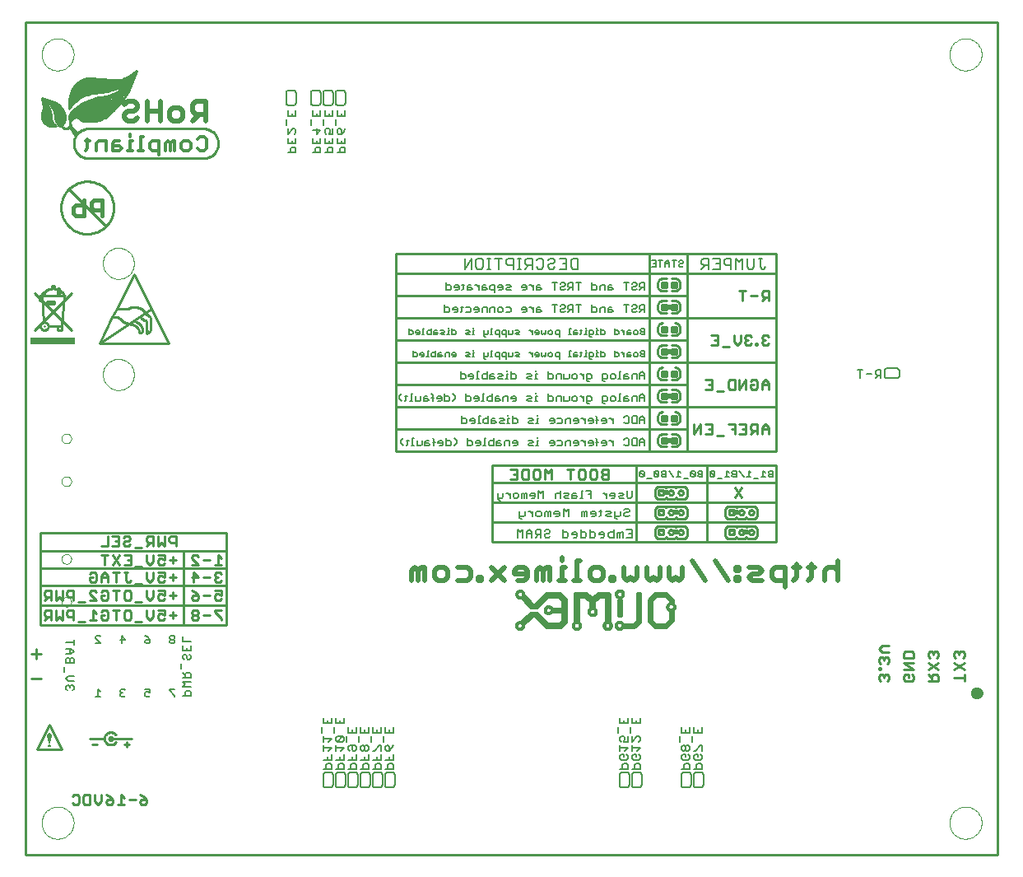
<source format=gbo>
G75*
%MOIN*%
%OFA0B0*%
%FSLAX24Y24*%
%IPPOS*%
%LPD*%
%AMOC8*
5,1,8,0,0,1.08239X$1,22.5*
%
%ADD10C,0.0100*%
%ADD11C,0.0200*%
%ADD12C,0.0060*%
%ADD13C,0.0070*%
%ADD14C,0.0080*%
%ADD15C,0.0050*%
%ADD16C,0.0090*%
%ADD17C,0.0000*%
%ADD18C,0.0400*%
%ADD19C,0.0160*%
%ADD20C,0.0140*%
%ADD21C,0.0240*%
%ADD22C,0.0220*%
%ADD23C,0.0260*%
%ADD24C,0.0120*%
%ADD25R,0.1800X0.0300*%
D10*
X008401Y002140D02*
X008401Y035840D01*
X047771Y035840D01*
X047771Y002140D01*
X008401Y002140D01*
X010349Y004180D02*
X010282Y004247D01*
X010349Y004180D02*
X010482Y004180D01*
X010549Y004247D01*
X010549Y004514D01*
X010482Y004580D01*
X010349Y004580D01*
X010282Y004514D01*
X010742Y004514D02*
X010809Y004580D01*
X011009Y004580D01*
X011009Y004180D01*
X010809Y004180D01*
X010742Y004247D01*
X010742Y004514D01*
X011203Y004580D02*
X011203Y004313D01*
X011336Y004180D01*
X011470Y004313D01*
X011470Y004580D01*
X011663Y004580D02*
X011797Y004514D01*
X011930Y004380D01*
X011730Y004380D01*
X011663Y004313D01*
X011663Y004247D01*
X011730Y004180D01*
X011863Y004180D01*
X011930Y004247D01*
X011930Y004380D01*
X012123Y004180D02*
X012390Y004180D01*
X012257Y004180D02*
X012257Y004580D01*
X012390Y004447D01*
X012584Y004380D02*
X012851Y004380D01*
X013044Y004313D02*
X013111Y004380D01*
X013311Y004380D01*
X013311Y004247D01*
X013244Y004180D01*
X013111Y004180D01*
X013044Y004247D01*
X013044Y004313D01*
X013178Y004514D02*
X013311Y004380D01*
X013178Y004514D02*
X013044Y004580D01*
X012501Y006500D02*
X012501Y006700D01*
X012401Y006600D02*
X012601Y006600D01*
X012701Y006850D02*
X011851Y006850D01*
X011780Y006850D02*
X011782Y006866D01*
X011788Y006882D01*
X011797Y006896D01*
X011809Y006907D01*
X011823Y006915D01*
X011839Y006920D01*
X011855Y006921D01*
X011871Y006918D01*
X011886Y006911D01*
X011900Y006902D01*
X011910Y006889D01*
X011918Y006874D01*
X011922Y006858D01*
X011922Y006842D01*
X011918Y006826D01*
X011910Y006811D01*
X011900Y006798D01*
X011887Y006789D01*
X011871Y006782D01*
X011855Y006779D01*
X011839Y006780D01*
X011823Y006785D01*
X011809Y006793D01*
X011797Y006804D01*
X011788Y006818D01*
X011782Y006834D01*
X011780Y006850D01*
X012051Y007000D02*
X012030Y007024D01*
X012007Y007045D01*
X011981Y007064D01*
X011954Y007079D01*
X011924Y007090D01*
X011894Y007098D01*
X011862Y007102D01*
X011831Y007101D01*
X011800Y007097D01*
X011769Y007089D01*
X011740Y007078D01*
X011712Y007062D01*
X011687Y007044D01*
X011664Y007022D01*
X011644Y006998D01*
X011627Y006971D01*
X011614Y006942D01*
X011604Y006912D01*
X011598Y006881D01*
X011596Y006850D01*
X011598Y006819D01*
X011604Y006788D01*
X011614Y006758D01*
X011627Y006729D01*
X011644Y006702D01*
X011664Y006678D01*
X011687Y006656D01*
X011712Y006638D01*
X011740Y006622D01*
X011769Y006611D01*
X011800Y006603D01*
X011831Y006599D01*
X011862Y006598D01*
X011894Y006602D01*
X011924Y006610D01*
X011954Y006621D01*
X011981Y006636D01*
X012007Y006655D01*
X012030Y006676D01*
X012051Y006700D01*
X011801Y006850D02*
X011803Y006863D01*
X011808Y006876D01*
X011817Y006887D01*
X011828Y006894D01*
X011841Y006899D01*
X011854Y006900D01*
X011868Y006897D01*
X011880Y006891D01*
X011890Y006882D01*
X011897Y006870D01*
X011901Y006857D01*
X011901Y006843D01*
X011897Y006830D01*
X011890Y006818D01*
X011880Y006809D01*
X011868Y006803D01*
X011854Y006800D01*
X011841Y006801D01*
X011828Y006806D01*
X011817Y006813D01*
X011808Y006824D01*
X011803Y006837D01*
X011801Y006850D01*
X011551Y006850D02*
X011001Y006850D01*
X011101Y006600D02*
X011301Y006600D01*
X009861Y006410D02*
X008861Y006410D01*
X009361Y007410D01*
X009861Y006410D01*
X009031Y009290D02*
X008631Y009290D01*
X008831Y010090D02*
X008831Y010490D01*
X009031Y010290D02*
X008631Y010290D01*
X008991Y011440D02*
X014781Y011440D01*
X014781Y012240D01*
X014781Y013740D01*
X014781Y014440D01*
X008991Y014440D01*
X008991Y015190D01*
X016531Y015190D01*
X016531Y014440D01*
X014781Y014440D01*
X014481Y014640D02*
X014481Y015040D01*
X014281Y015040D01*
X014214Y014974D01*
X014214Y014840D01*
X014281Y014773D01*
X014481Y014773D01*
X014021Y014640D02*
X014021Y015040D01*
X013754Y015040D02*
X013754Y014640D01*
X013887Y014773D01*
X014021Y014640D01*
X014029Y014290D02*
X013762Y014290D01*
X013829Y014157D02*
X013762Y014090D01*
X013762Y013957D01*
X013829Y013890D01*
X013962Y013890D01*
X014029Y013957D01*
X014029Y014090D02*
X013896Y014157D01*
X013829Y014157D01*
X014029Y014090D02*
X014029Y014290D01*
X014223Y014090D02*
X014490Y014090D01*
X014356Y013957D02*
X014356Y014224D01*
X013569Y014290D02*
X013569Y014023D01*
X013435Y013890D01*
X013302Y014023D01*
X013302Y014290D01*
X013100Y014573D02*
X012833Y014573D01*
X012640Y014707D02*
X012573Y014640D01*
X012439Y014640D01*
X012373Y014707D01*
X012373Y014773D01*
X012439Y014840D01*
X012573Y014840D01*
X012640Y014907D01*
X012640Y014974D01*
X012573Y015040D01*
X012439Y015040D01*
X012373Y014974D01*
X012179Y015040D02*
X012179Y014640D01*
X011912Y014640D01*
X011719Y014640D02*
X011452Y014640D01*
X011719Y014640D02*
X011719Y015040D01*
X011912Y015040D02*
X012179Y015040D01*
X012179Y014840D02*
X012046Y014840D01*
X011921Y014290D02*
X012188Y013890D01*
X012381Y013890D02*
X012648Y013890D01*
X012648Y014290D01*
X012381Y014290D01*
X012188Y014290D02*
X011921Y013890D01*
X011921Y013590D02*
X012188Y013590D01*
X012054Y013590D02*
X012054Y013190D01*
X011727Y013190D02*
X011727Y013457D01*
X011594Y013590D01*
X011460Y013457D01*
X011460Y013190D01*
X011460Y013390D02*
X011727Y013390D01*
X011267Y013257D02*
X011267Y013524D01*
X011200Y013590D01*
X011067Y013590D01*
X011000Y013524D01*
X011000Y013390D02*
X011133Y013390D01*
X011000Y013390D02*
X011000Y013257D01*
X011067Y013190D01*
X011200Y013190D01*
X011267Y013257D01*
X011200Y012840D02*
X011067Y012840D01*
X011000Y012774D01*
X011000Y012707D01*
X011267Y012440D01*
X011000Y012440D01*
X010806Y012373D02*
X010540Y012373D01*
X010346Y012440D02*
X010346Y012840D01*
X010146Y012840D01*
X010079Y012774D01*
X010079Y012640D01*
X010146Y012573D01*
X010346Y012573D01*
X009886Y012440D02*
X009886Y012840D01*
X009619Y012840D02*
X009619Y012440D01*
X009752Y012573D01*
X009886Y012440D01*
X009886Y012040D02*
X009886Y011640D01*
X009752Y011773D01*
X009619Y011640D01*
X009619Y012040D01*
X009425Y012040D02*
X009425Y011640D01*
X009425Y011773D02*
X009225Y011773D01*
X009158Y011840D01*
X009158Y011974D01*
X009225Y012040D01*
X009425Y012040D01*
X009292Y011773D02*
X009158Y011640D01*
X008991Y011440D02*
X008991Y012240D01*
X014781Y012240D01*
X016531Y012240D01*
X016531Y011440D01*
X014781Y011440D01*
X015143Y011707D02*
X015210Y011640D01*
X015344Y011640D01*
X015410Y011707D01*
X015410Y011773D01*
X015344Y011840D01*
X015210Y011840D01*
X015143Y011773D01*
X015143Y011707D01*
X015210Y011840D02*
X015143Y011907D01*
X015143Y011974D01*
X015210Y012040D01*
X015344Y012040D01*
X015410Y011974D01*
X015410Y011907D01*
X015344Y011840D01*
X015604Y011840D02*
X015871Y011840D01*
X016064Y011974D02*
X016331Y011707D01*
X016331Y011640D01*
X016331Y012040D02*
X016064Y012040D01*
X016064Y011974D01*
X016131Y012440D02*
X016064Y012507D01*
X016064Y012640D01*
X016131Y012707D01*
X016198Y012707D01*
X016331Y012640D01*
X016331Y012840D01*
X016064Y012840D01*
X015871Y012640D02*
X015604Y012640D01*
X015410Y012640D02*
X015410Y012507D01*
X015344Y012440D01*
X015210Y012440D01*
X015143Y012507D01*
X015143Y012573D01*
X015210Y012640D01*
X015410Y012640D01*
X015277Y012774D01*
X015143Y012840D01*
X015210Y013190D02*
X015210Y013590D01*
X015410Y013390D01*
X015143Y013390D01*
X015604Y013390D02*
X015871Y013390D01*
X016064Y013323D02*
X016064Y013257D01*
X016131Y013190D01*
X016264Y013190D01*
X016331Y013257D01*
X016198Y013390D02*
X016131Y013390D01*
X016064Y013323D01*
X016131Y013390D02*
X016064Y013457D01*
X016064Y013524D01*
X016131Y013590D01*
X016264Y013590D01*
X016331Y013524D01*
X016531Y013740D02*
X016531Y014440D01*
X016331Y014157D02*
X016198Y014290D01*
X016198Y013890D01*
X016331Y013890D02*
X016064Y013890D01*
X015871Y014090D02*
X015604Y014090D01*
X015410Y014224D02*
X015344Y014290D01*
X015210Y014290D01*
X015143Y014224D01*
X015143Y014157D01*
X015410Y013890D01*
X015143Y013890D01*
X014781Y013740D02*
X008991Y013740D01*
X008991Y013040D01*
X016531Y013040D01*
X016531Y012240D01*
X016264Y012440D02*
X016331Y012507D01*
X016264Y012440D02*
X016131Y012440D01*
X016531Y013040D02*
X016531Y013740D01*
X014781Y013740D01*
X014490Y013390D02*
X014223Y013390D01*
X014356Y013524D02*
X014356Y013257D01*
X014029Y013257D02*
X013962Y013190D01*
X013829Y013190D01*
X013762Y013257D01*
X013762Y013390D01*
X013829Y013457D01*
X013896Y013457D01*
X014029Y013390D01*
X014029Y013590D01*
X013762Y013590D01*
X013569Y013590D02*
X013569Y013323D01*
X013435Y013190D01*
X013302Y013323D01*
X013302Y013590D01*
X013108Y013823D02*
X012842Y013823D01*
X012648Y014090D02*
X012515Y014090D01*
X012515Y013590D02*
X012381Y013590D01*
X012448Y013590D02*
X012448Y013257D01*
X012515Y013190D01*
X012581Y013190D01*
X012648Y013257D01*
X012842Y013123D02*
X013108Y013123D01*
X013302Y012840D02*
X013302Y012573D01*
X013435Y012440D01*
X013569Y012573D01*
X013569Y012840D01*
X013762Y012840D02*
X014029Y012840D01*
X014029Y012640D01*
X013896Y012707D01*
X013829Y012707D01*
X013762Y012640D01*
X013762Y012507D01*
X013829Y012440D01*
X013962Y012440D01*
X014029Y012507D01*
X014223Y012640D02*
X014490Y012640D01*
X014356Y012507D02*
X014356Y012774D01*
X014356Y011974D02*
X014356Y011707D01*
X014490Y011840D02*
X014223Y011840D01*
X014029Y011840D02*
X013896Y011907D01*
X013829Y011907D01*
X013762Y011840D01*
X013762Y011707D01*
X013829Y011640D01*
X013962Y011640D01*
X014029Y011707D01*
X014029Y011840D02*
X014029Y012040D01*
X013762Y012040D01*
X013569Y012040D02*
X013569Y011773D01*
X013435Y011640D01*
X013302Y011773D01*
X013302Y012040D01*
X013108Y012373D02*
X012842Y012373D01*
X012648Y012507D02*
X012648Y012774D01*
X012581Y012840D01*
X012448Y012840D01*
X012381Y012774D01*
X012381Y012507D01*
X012448Y012440D01*
X012581Y012440D01*
X012648Y012507D01*
X012581Y012040D02*
X012648Y011974D01*
X012648Y011707D01*
X012581Y011640D01*
X012448Y011640D01*
X012381Y011707D01*
X012381Y011974D01*
X012448Y012040D01*
X012581Y012040D01*
X012188Y012040D02*
X011921Y012040D01*
X012054Y012040D02*
X012054Y011640D01*
X011727Y011707D02*
X011660Y011640D01*
X011527Y011640D01*
X011460Y011707D01*
X011460Y011840D01*
X011594Y011840D01*
X011727Y011974D02*
X011727Y011707D01*
X011727Y011974D02*
X011660Y012040D01*
X011527Y012040D01*
X011460Y011974D01*
X011267Y011907D02*
X011133Y012040D01*
X011133Y011640D01*
X011000Y011640D02*
X011267Y011640D01*
X010806Y011573D02*
X010540Y011573D01*
X010346Y011640D02*
X010346Y012040D01*
X010146Y012040D01*
X010079Y011974D01*
X010079Y011840D01*
X010146Y011773D01*
X010346Y011773D01*
X009425Y012440D02*
X009425Y012840D01*
X009225Y012840D01*
X009158Y012774D01*
X009158Y012640D01*
X009225Y012573D01*
X009425Y012573D01*
X009292Y012573D02*
X009158Y012440D01*
X008991Y012240D02*
X008991Y013040D01*
X008991Y013740D02*
X008991Y014440D01*
X011460Y014290D02*
X011727Y014290D01*
X011594Y014290D02*
X011594Y013890D01*
X011660Y012840D02*
X011727Y012774D01*
X011727Y012507D01*
X011660Y012440D01*
X011527Y012440D01*
X011460Y012507D01*
X011460Y012640D01*
X011594Y012640D01*
X011460Y012774D02*
X011527Y012840D01*
X011660Y012840D01*
X011921Y012840D02*
X012188Y012840D01*
X012054Y012840D02*
X012054Y012440D01*
X011267Y012774D02*
X011200Y012840D01*
X012842Y011573D02*
X013108Y011573D01*
X013293Y014640D02*
X013427Y014773D01*
X013360Y014773D02*
X013560Y014773D01*
X013560Y014640D02*
X013560Y015040D01*
X013360Y015040D01*
X013293Y014974D01*
X013293Y014840D01*
X013360Y014773D01*
X023401Y018470D02*
X033651Y018470D01*
X035201Y018470D01*
X038801Y018470D01*
X038801Y020270D01*
X035201Y020270D01*
X035201Y019370D01*
X023401Y019370D01*
X023401Y018470D01*
X023401Y019370D02*
X023401Y020270D01*
X033651Y020270D01*
X033651Y018470D01*
X034001Y018870D02*
X034001Y018970D01*
X034151Y018984D02*
X034351Y018984D01*
X034351Y019020D02*
X034351Y018820D01*
X034151Y018820D01*
X034151Y019020D01*
X034351Y019020D01*
X034351Y018885D02*
X034151Y018885D01*
X034001Y018870D02*
X034003Y018844D01*
X034008Y018818D01*
X034016Y018793D01*
X034028Y018770D01*
X034042Y018748D01*
X034060Y018729D01*
X034079Y018711D01*
X034101Y018697D01*
X034124Y018685D01*
X034149Y018677D01*
X034175Y018672D01*
X034201Y018670D01*
X034351Y018670D01*
X034551Y018670D02*
X034701Y018670D01*
X034751Y018820D02*
X034751Y019020D01*
X034551Y019020D01*
X034551Y018820D01*
X034751Y018820D01*
X034751Y018885D02*
X034551Y018885D01*
X034551Y018984D02*
X034751Y018984D01*
X034901Y018970D02*
X034899Y018996D01*
X034894Y019022D01*
X034886Y019047D01*
X034874Y019070D01*
X034860Y019092D01*
X034842Y019111D01*
X034823Y019129D01*
X034801Y019143D01*
X034778Y019155D01*
X034753Y019163D01*
X034727Y019168D01*
X034701Y019170D01*
X034551Y019170D01*
X034351Y019170D02*
X034201Y019170D01*
X034175Y019168D01*
X034149Y019163D01*
X034124Y019155D01*
X034101Y019143D01*
X034079Y019129D01*
X034060Y019111D01*
X034042Y019092D01*
X034028Y019070D01*
X034016Y019047D01*
X034008Y019022D01*
X034003Y018996D01*
X034001Y018970D01*
X034701Y018670D02*
X034727Y018672D01*
X034753Y018677D01*
X034778Y018685D01*
X034801Y018697D01*
X034823Y018711D01*
X034842Y018729D01*
X034860Y018748D01*
X034874Y018770D01*
X034886Y018793D01*
X034894Y018818D01*
X034899Y018844D01*
X034901Y018870D01*
X034901Y018970D01*
X035201Y019370D02*
X035201Y018470D01*
X035472Y019170D02*
X035472Y019570D01*
X035739Y019570D02*
X035472Y019170D01*
X035739Y019170D02*
X035739Y019570D01*
X035932Y019570D02*
X036199Y019570D01*
X036199Y019170D01*
X035932Y019170D01*
X036066Y019370D02*
X036199Y019370D01*
X036393Y019103D02*
X036660Y019103D01*
X036987Y019370D02*
X037120Y019370D01*
X037120Y019170D02*
X037120Y019570D01*
X036853Y019570D01*
X037313Y019570D02*
X037580Y019570D01*
X037580Y019170D01*
X037313Y019170D01*
X037447Y019370D02*
X037580Y019370D01*
X037774Y019370D02*
X037841Y019303D01*
X038041Y019303D01*
X038041Y019170D02*
X038041Y019570D01*
X037841Y019570D01*
X037774Y019504D01*
X037774Y019370D01*
X037907Y019303D02*
X037774Y019170D01*
X038234Y019170D02*
X038234Y019437D01*
X038368Y019570D01*
X038501Y019437D01*
X038501Y019170D01*
X038501Y019370D02*
X038234Y019370D01*
X038801Y020270D02*
X038801Y022070D01*
X035201Y022070D01*
X035201Y021170D01*
X023401Y021170D01*
X023401Y020270D01*
X023401Y021170D02*
X023401Y022070D01*
X033651Y022070D01*
X033651Y020270D01*
X035201Y020270D01*
X035201Y021170D01*
X034901Y020770D02*
X034901Y020670D01*
X034751Y020658D02*
X034551Y020658D01*
X034551Y020620D02*
X034751Y020620D01*
X034751Y020820D01*
X034551Y020820D01*
X034551Y020620D01*
X034551Y020757D02*
X034751Y020757D01*
X034901Y020770D02*
X034899Y020796D01*
X034894Y020822D01*
X034886Y020847D01*
X034874Y020870D01*
X034860Y020892D01*
X034842Y020911D01*
X034823Y020929D01*
X034801Y020943D01*
X034778Y020955D01*
X034753Y020963D01*
X034727Y020968D01*
X034701Y020970D01*
X034551Y020970D01*
X034351Y020970D02*
X034201Y020970D01*
X034151Y020820D02*
X034151Y020620D01*
X034351Y020620D01*
X034351Y020820D01*
X034151Y020820D01*
X034151Y020757D02*
X034351Y020757D01*
X034351Y020658D02*
X034151Y020658D01*
X034001Y020670D02*
X034003Y020644D01*
X034008Y020618D01*
X034016Y020593D01*
X034028Y020570D01*
X034042Y020548D01*
X034060Y020529D01*
X034079Y020511D01*
X034101Y020497D01*
X034124Y020485D01*
X034149Y020477D01*
X034175Y020472D01*
X034201Y020470D01*
X034351Y020470D01*
X034551Y020470D02*
X034701Y020470D01*
X034727Y020472D01*
X034753Y020477D01*
X034778Y020485D01*
X034801Y020497D01*
X034823Y020511D01*
X034842Y020529D01*
X034860Y020548D01*
X034874Y020570D01*
X034886Y020593D01*
X034894Y020618D01*
X034899Y020644D01*
X034901Y020670D01*
X034201Y020970D02*
X034175Y020968D01*
X034149Y020963D01*
X034124Y020955D01*
X034101Y020943D01*
X034079Y020929D01*
X034060Y020911D01*
X034042Y020892D01*
X034028Y020870D01*
X034016Y020847D01*
X034008Y020822D01*
X034003Y020796D01*
X034001Y020770D01*
X034001Y020670D01*
X034151Y019920D02*
X034151Y019720D01*
X034351Y019720D01*
X034351Y019920D01*
X034151Y019920D01*
X034151Y019870D02*
X034351Y019870D01*
X034351Y019772D02*
X034151Y019772D01*
X034001Y019770D02*
X034003Y019744D01*
X034008Y019718D01*
X034016Y019693D01*
X034028Y019670D01*
X034042Y019648D01*
X034060Y019629D01*
X034079Y019611D01*
X034101Y019597D01*
X034124Y019585D01*
X034149Y019577D01*
X034175Y019572D01*
X034201Y019570D01*
X034351Y019570D01*
X034551Y019570D02*
X034701Y019570D01*
X034751Y019720D02*
X034751Y019920D01*
X034551Y019920D01*
X034551Y019720D01*
X034751Y019720D01*
X034751Y019772D02*
X034551Y019772D01*
X034551Y019870D02*
X034751Y019870D01*
X034901Y019870D02*
X034899Y019896D01*
X034894Y019922D01*
X034886Y019947D01*
X034874Y019970D01*
X034860Y019992D01*
X034842Y020011D01*
X034823Y020029D01*
X034801Y020043D01*
X034778Y020055D01*
X034753Y020063D01*
X034727Y020068D01*
X034701Y020070D01*
X034901Y019870D02*
X034901Y019770D01*
X034899Y019744D01*
X034894Y019718D01*
X034886Y019693D01*
X034874Y019670D01*
X034860Y019648D01*
X034842Y019629D01*
X034823Y019611D01*
X034801Y019597D01*
X034778Y019585D01*
X034753Y019577D01*
X034727Y019572D01*
X034701Y019570D01*
X034201Y020070D02*
X034175Y020068D01*
X034149Y020063D01*
X034124Y020055D01*
X034101Y020043D01*
X034079Y020029D01*
X034060Y020011D01*
X034042Y019992D01*
X034028Y019970D01*
X034016Y019947D01*
X034008Y019922D01*
X034003Y019896D01*
X034001Y019870D01*
X034001Y019770D01*
X035932Y020970D02*
X036199Y020970D01*
X036199Y021370D01*
X035932Y021370D01*
X036066Y021170D02*
X036199Y021170D01*
X036393Y020903D02*
X036660Y020903D01*
X036853Y021037D02*
X036853Y021304D01*
X036920Y021370D01*
X037120Y021370D01*
X037120Y020970D01*
X036920Y020970D01*
X036853Y021037D01*
X037313Y020970D02*
X037313Y021370D01*
X037580Y021370D02*
X037313Y020970D01*
X037580Y020970D02*
X037580Y021370D01*
X037774Y021304D02*
X037841Y021370D01*
X037974Y021370D01*
X038041Y021304D01*
X038041Y021037D01*
X037974Y020970D01*
X037841Y020970D01*
X037774Y021037D01*
X037774Y021170D01*
X037907Y021170D01*
X038234Y021170D02*
X038501Y021170D01*
X038501Y021237D02*
X038368Y021370D01*
X038234Y021237D01*
X038234Y020970D01*
X038501Y020970D02*
X038501Y021237D01*
X038801Y022070D02*
X038801Y023870D01*
X035201Y023870D01*
X035201Y022970D01*
X023401Y022970D01*
X023401Y022070D01*
X023401Y022970D02*
X023401Y023870D01*
X033651Y023870D01*
X033651Y022070D01*
X035201Y022070D01*
X035201Y022970D01*
X034901Y023370D02*
X034901Y023470D01*
X034751Y023515D02*
X034551Y023515D01*
X034551Y023520D02*
X034551Y023320D01*
X034751Y023320D01*
X034751Y023520D01*
X034551Y023520D01*
X034551Y023416D02*
X034751Y023416D01*
X034901Y023370D02*
X034899Y023344D01*
X034894Y023318D01*
X034886Y023293D01*
X034874Y023270D01*
X034860Y023248D01*
X034842Y023229D01*
X034823Y023211D01*
X034801Y023197D01*
X034778Y023185D01*
X034753Y023177D01*
X034727Y023172D01*
X034701Y023170D01*
X034551Y023170D01*
X034351Y023170D02*
X034201Y023170D01*
X034151Y023320D02*
X034351Y023320D01*
X034351Y023520D01*
X034151Y023520D01*
X034151Y023320D01*
X034001Y023370D02*
X034003Y023344D01*
X034008Y023318D01*
X034016Y023293D01*
X034028Y023270D01*
X034042Y023248D01*
X034060Y023229D01*
X034079Y023211D01*
X034101Y023197D01*
X034124Y023185D01*
X034149Y023177D01*
X034175Y023172D01*
X034201Y023170D01*
X034151Y023416D02*
X034351Y023416D01*
X034351Y023515D02*
X034151Y023515D01*
X034001Y023470D02*
X034003Y023496D01*
X034008Y023522D01*
X034016Y023547D01*
X034028Y023570D01*
X034042Y023592D01*
X034060Y023611D01*
X034079Y023629D01*
X034101Y023643D01*
X034124Y023655D01*
X034149Y023663D01*
X034175Y023668D01*
X034201Y023670D01*
X034001Y023470D02*
X034001Y023370D01*
X033651Y023870D02*
X035201Y023870D01*
X035201Y024770D01*
X023401Y024770D01*
X023401Y023870D01*
X023401Y024770D02*
X023401Y025670D01*
X033651Y025670D01*
X033651Y023870D01*
X034001Y024270D02*
X034001Y024370D01*
X034151Y024401D02*
X034351Y024401D01*
X034351Y024420D02*
X034351Y024220D01*
X034151Y024220D01*
X034151Y024420D01*
X034351Y024420D01*
X034351Y024303D02*
X034151Y024303D01*
X034001Y024270D02*
X034003Y024244D01*
X034008Y024218D01*
X034016Y024193D01*
X034028Y024170D01*
X034042Y024148D01*
X034060Y024129D01*
X034079Y024111D01*
X034101Y024097D01*
X034124Y024085D01*
X034149Y024077D01*
X034175Y024072D01*
X034201Y024070D01*
X034351Y024070D01*
X034551Y024070D02*
X034701Y024070D01*
X034751Y024220D02*
X034751Y024420D01*
X034551Y024420D01*
X034551Y024220D01*
X034751Y024220D01*
X034701Y024070D02*
X034727Y024072D01*
X034753Y024077D01*
X034778Y024085D01*
X034801Y024097D01*
X034823Y024111D01*
X034842Y024129D01*
X034860Y024148D01*
X034874Y024170D01*
X034886Y024193D01*
X034894Y024218D01*
X034899Y024244D01*
X034901Y024270D01*
X034901Y024370D01*
X034751Y024401D02*
X034551Y024401D01*
X034551Y024303D02*
X034751Y024303D01*
X034901Y024370D02*
X034899Y024396D01*
X034894Y024422D01*
X034886Y024447D01*
X034874Y024470D01*
X034860Y024492D01*
X034842Y024511D01*
X034823Y024529D01*
X034801Y024543D01*
X034778Y024555D01*
X034753Y024563D01*
X034727Y024568D01*
X034701Y024570D01*
X034551Y024570D01*
X034351Y024570D02*
X034201Y024570D01*
X034175Y024568D01*
X034149Y024563D01*
X034124Y024555D01*
X034101Y024543D01*
X034079Y024529D01*
X034060Y024511D01*
X034042Y024492D01*
X034028Y024470D01*
X034016Y024447D01*
X034008Y024422D01*
X034003Y024396D01*
X034001Y024370D01*
X034201Y024970D02*
X034351Y024970D01*
X034351Y025120D02*
X034351Y025320D01*
X034151Y025320D01*
X034151Y025120D01*
X034351Y025120D01*
X034351Y025189D02*
X034151Y025189D01*
X034001Y025170D02*
X034003Y025144D01*
X034008Y025118D01*
X034016Y025093D01*
X034028Y025070D01*
X034042Y025048D01*
X034060Y025029D01*
X034079Y025011D01*
X034101Y024997D01*
X034124Y024985D01*
X034149Y024977D01*
X034175Y024972D01*
X034201Y024970D01*
X034001Y025170D02*
X034001Y025270D01*
X034151Y025288D02*
X034351Y025288D01*
X034201Y025470D02*
X034175Y025468D01*
X034149Y025463D01*
X034124Y025455D01*
X034101Y025443D01*
X034079Y025429D01*
X034060Y025411D01*
X034042Y025392D01*
X034028Y025370D01*
X034016Y025347D01*
X034008Y025322D01*
X034003Y025296D01*
X034001Y025270D01*
X034201Y025470D02*
X034351Y025470D01*
X034551Y025470D02*
X034701Y025470D01*
X034751Y025320D02*
X034751Y025120D01*
X034551Y025120D01*
X034551Y025320D01*
X034751Y025320D01*
X034751Y025288D02*
X034551Y025288D01*
X034551Y025189D02*
X034751Y025189D01*
X034901Y025170D02*
X034899Y025144D01*
X034894Y025118D01*
X034886Y025093D01*
X034874Y025070D01*
X034860Y025048D01*
X034842Y025029D01*
X034823Y025011D01*
X034801Y024997D01*
X034778Y024985D01*
X034753Y024977D01*
X034727Y024972D01*
X034701Y024970D01*
X034551Y024970D01*
X034901Y025270D02*
X034899Y025296D01*
X034894Y025322D01*
X034886Y025347D01*
X034874Y025370D01*
X034860Y025392D01*
X034842Y025411D01*
X034823Y025429D01*
X034801Y025443D01*
X034778Y025455D01*
X034753Y025463D01*
X034727Y025468D01*
X034701Y025470D01*
X034901Y025270D02*
X034901Y025170D01*
X035201Y024770D02*
X035201Y025670D01*
X033651Y025670D01*
X033651Y026470D01*
X023401Y026470D01*
X023401Y025670D01*
X015601Y030340D02*
X010951Y030340D01*
X010904Y030342D01*
X010857Y030347D01*
X010811Y030357D01*
X010766Y030369D01*
X010721Y030386D01*
X010679Y030405D01*
X010638Y030428D01*
X010598Y030455D01*
X010561Y030484D01*
X010527Y030516D01*
X010495Y030550D01*
X010466Y030587D01*
X010439Y030627D01*
X010416Y030668D01*
X010397Y030710D01*
X010380Y030755D01*
X010368Y030800D01*
X010358Y030846D01*
X010353Y030893D01*
X010351Y030940D01*
X010451Y031290D02*
X010251Y031590D01*
X010201Y031640D02*
X010160Y031599D01*
X010307Y031534D02*
X010501Y031340D01*
X010451Y031340D02*
X010378Y031413D01*
X010310Y031948D02*
X010329Y031966D01*
X010351Y031980D01*
X010374Y031992D01*
X010399Y032000D01*
X010425Y032005D01*
X010451Y032007D01*
X010477Y032005D01*
X010503Y032000D01*
X010528Y031992D01*
X010551Y031980D01*
X010573Y031966D01*
X010592Y031948D01*
X010593Y031949D02*
X010613Y031928D01*
X010201Y031840D02*
X010187Y031873D01*
X010176Y031907D01*
X010169Y031942D01*
X010166Y031978D01*
X010167Y032014D01*
X010171Y032049D01*
X010180Y032084D01*
X010191Y032118D01*
X010207Y032150D01*
X010226Y032181D01*
X010248Y032209D01*
X010314Y032283D01*
X010151Y032340D02*
X010152Y032341D01*
X010151Y032340D02*
X010151Y032490D01*
X010175Y032758D02*
X010233Y032993D01*
X010568Y032764D02*
X010572Y032765D01*
X010233Y032993D02*
X010255Y033048D01*
X010280Y033102D01*
X010308Y033153D01*
X010340Y033203D01*
X010375Y033251D01*
X010414Y033296D01*
X010455Y033338D01*
X010499Y033378D01*
X010545Y033415D01*
X010594Y033448D01*
X010645Y033479D01*
X010697Y033506D01*
X010752Y033529D01*
X010808Y033548D01*
X010865Y033564D01*
X010922Y033577D01*
X010981Y033585D01*
X011040Y033589D01*
X011040Y033590D02*
X011886Y033513D01*
X011805Y033078D02*
X012351Y033240D01*
X012241Y033103D01*
X012560Y033058D02*
X012901Y033890D01*
X012561Y033647D01*
X012751Y033690D02*
X012351Y033440D01*
X012561Y033647D02*
X012511Y033616D01*
X012459Y033588D01*
X012406Y033564D01*
X012350Y033543D01*
X012294Y033526D01*
X012237Y033513D01*
X012179Y033504D01*
X012120Y033498D01*
X012061Y033496D01*
X012002Y033498D01*
X011944Y033504D01*
X011885Y033513D01*
X011275Y032992D02*
X011071Y032963D01*
X011764Y032104D02*
X011717Y032064D01*
X011668Y032027D01*
X011617Y031993D01*
X011563Y031962D01*
X011508Y031934D01*
X011451Y031910D01*
X011393Y031889D01*
X011334Y031872D01*
X011274Y031858D01*
X011213Y031848D01*
X011151Y031842D01*
X011090Y031839D01*
X011028Y031840D01*
X010825Y031840D01*
X010378Y031413D02*
X010346Y031448D01*
X010316Y031485D01*
X010290Y031524D01*
X010267Y031566D01*
X010247Y031609D01*
X010231Y031653D01*
X010218Y031699D01*
X010208Y031746D01*
X010203Y031793D01*
X010201Y031840D01*
X010192Y031858D01*
X010201Y031840D02*
X010310Y031949D01*
X009743Y031678D02*
X009712Y031714D01*
X009684Y031752D01*
X009659Y031792D01*
X009637Y031834D01*
X009619Y031878D01*
X009604Y031923D01*
X009593Y031969D01*
X009586Y032015D01*
X009582Y032063D01*
X009581Y032110D01*
X009581Y032114D01*
X009601Y032090D02*
X009951Y032090D01*
X009951Y032140D02*
X009601Y032140D01*
X009601Y032190D02*
X009901Y032190D01*
X009901Y032240D02*
X009601Y032240D01*
X009551Y032290D02*
X009901Y032290D01*
X009922Y032278D02*
X009901Y032315D01*
X009851Y032340D02*
X009551Y032340D01*
X009501Y032390D02*
X009801Y032390D01*
X009751Y032440D02*
X009501Y032440D01*
X009451Y032490D02*
X009651Y032490D01*
X009601Y032540D02*
X009251Y032540D01*
X009251Y032340D01*
X009201Y032340D02*
X009201Y032540D01*
X009251Y032540D01*
X009201Y032540D02*
X009151Y032540D01*
X009151Y032590D02*
X009451Y032590D01*
X009451Y032640D02*
X009051Y032790D01*
X009104Y032578D01*
X009101Y032640D02*
X009351Y032640D01*
X009301Y032690D02*
X009101Y032690D01*
X009151Y032340D02*
X009351Y032340D01*
X009351Y032290D02*
X009151Y032290D01*
X009151Y032240D02*
X009401Y032240D01*
X009401Y032190D02*
X009101Y032190D01*
X009101Y032140D02*
X009401Y032140D01*
X009421Y032109D02*
X009431Y031956D01*
X009401Y031940D02*
X009101Y031940D01*
X009101Y031890D02*
X009431Y031890D01*
X009451Y031840D02*
X009151Y031840D01*
X009201Y031790D02*
X009451Y031790D01*
X009501Y031740D02*
X009251Y031740D01*
X009184Y031758D02*
X009175Y031766D01*
X009351Y031690D02*
X009551Y031690D01*
X009491Y031640D02*
X009631Y031640D01*
X009732Y031689D02*
X009743Y031679D01*
X009801Y031690D02*
X009601Y032040D01*
X009701Y032040D01*
X009701Y031840D01*
X009651Y031840D02*
X009901Y031840D01*
X009901Y031790D01*
X009701Y031790D01*
X009651Y031890D02*
X009951Y031890D01*
X009951Y031931D02*
X009951Y031940D01*
X009651Y031940D01*
X009951Y031931D02*
X009949Y031898D01*
X009944Y031864D01*
X009936Y031832D01*
X009925Y031801D01*
X009911Y031770D01*
X009894Y031742D01*
X009874Y031715D01*
X009851Y031690D01*
X009846Y031640D02*
X009851Y031640D01*
X009967Y031806D01*
X009901Y031790D02*
X009901Y031740D01*
X009851Y031790D02*
X009851Y032040D01*
X009701Y032040D01*
X009651Y031990D02*
X009901Y031990D01*
X009901Y031840D01*
X009851Y031640D02*
X009829Y031641D01*
X009807Y031646D01*
X009786Y031653D01*
X009767Y031663D01*
X009748Y031675D01*
X009732Y031689D01*
X009851Y031640D02*
X009904Y031587D01*
X009903Y031587D02*
X009919Y031573D01*
X009937Y031562D01*
X009956Y031552D01*
X009976Y031546D01*
X009997Y031541D01*
X010018Y031540D01*
X010044Y031542D01*
X010070Y031547D01*
X010095Y031555D01*
X010118Y031567D01*
X010140Y031581D01*
X010159Y031599D01*
X010201Y031773D02*
X010201Y031790D01*
X009951Y031940D02*
X009951Y032040D01*
X009901Y032040D01*
X009901Y031990D01*
X009628Y031643D02*
X009595Y031669D01*
X009564Y031697D01*
X009535Y031728D01*
X009510Y031762D01*
X009488Y031798D01*
X009468Y031835D01*
X009452Y031874D01*
X009440Y031914D01*
X009431Y031955D01*
X010001Y031981D02*
X009999Y032025D01*
X009994Y032070D01*
X009986Y032113D01*
X009975Y032156D01*
X009960Y032198D01*
X009943Y032239D01*
X009922Y032279D01*
X009901Y032040D02*
X009851Y032040D01*
X010001Y031981D02*
X010000Y031945D01*
X009996Y031910D01*
X009989Y031874D01*
X009979Y031840D01*
X009967Y031806D01*
X009491Y031640D02*
X009465Y031641D01*
X009438Y031644D01*
X009412Y031650D01*
X009401Y031990D02*
X009101Y031990D01*
X009101Y032040D02*
X009401Y032040D01*
X009901Y032316D02*
X009875Y032357D01*
X009846Y032396D01*
X009814Y032432D01*
X009779Y032466D01*
X009742Y032497D01*
X009702Y032524D01*
X009660Y032549D01*
X009616Y032569D01*
X009451Y032640D01*
X009184Y031758D02*
X009217Y031731D01*
X009253Y031708D01*
X009291Y031688D01*
X009330Y031672D01*
X009371Y031659D01*
X009413Y031650D01*
X009051Y032065D02*
X009053Y032102D01*
X009058Y032139D01*
X009067Y032175D01*
X009079Y032210D01*
X009101Y032090D02*
X009401Y032090D01*
X009051Y032065D02*
X009053Y032028D01*
X009057Y031992D01*
X009065Y031956D01*
X009076Y031921D01*
X009091Y031887D01*
X009108Y031854D01*
X009127Y031823D01*
X009150Y031794D01*
X009175Y031767D01*
X009582Y032113D02*
X009577Y032160D01*
X009568Y032205D01*
X009556Y032250D01*
X009541Y032294D01*
X009522Y032336D01*
X009500Y032377D01*
X009475Y032416D01*
X009446Y032453D01*
X009415Y032488D01*
X009382Y032520D01*
X009281Y032483D02*
X009308Y032444D01*
X009332Y032404D01*
X009354Y032363D01*
X009372Y032320D01*
X009388Y032276D01*
X009401Y032231D01*
X009410Y032185D01*
X009417Y032139D01*
X009420Y032093D01*
X009079Y032210D02*
X009095Y032254D01*
X009107Y032300D01*
X009116Y032346D01*
X009121Y032392D01*
X009122Y032439D01*
X009120Y032486D01*
X009114Y032533D01*
X009104Y032578D01*
X010201Y031790D02*
X010203Y031755D01*
X010208Y031719D01*
X010217Y031685D01*
X010229Y031651D01*
X010244Y031619D01*
X010262Y031589D01*
X010283Y031560D01*
X010307Y031534D01*
X010201Y031773D02*
X010203Y031724D01*
X010208Y031676D01*
X010217Y031628D01*
X010229Y031581D01*
X010244Y031534D01*
X010263Y031489D01*
X010285Y031446D01*
X010309Y031404D01*
X010337Y031364D01*
X010368Y031326D01*
X010401Y031290D01*
X010951Y031540D02*
X015601Y031540D01*
X016201Y030940D02*
X016199Y030893D01*
X016194Y030846D01*
X016184Y030800D01*
X016172Y030755D01*
X016155Y030710D01*
X016136Y030668D01*
X016113Y030627D01*
X016086Y030587D01*
X016057Y030550D01*
X016025Y030516D01*
X015991Y030484D01*
X015954Y030455D01*
X015914Y030428D01*
X015873Y030405D01*
X015831Y030386D01*
X015786Y030369D01*
X015741Y030357D01*
X015695Y030347D01*
X015648Y030342D01*
X015601Y030340D01*
X016201Y030940D02*
X016199Y030987D01*
X016194Y031034D01*
X016184Y031080D01*
X016172Y031125D01*
X016155Y031170D01*
X016136Y031212D01*
X016113Y031253D01*
X016086Y031293D01*
X016057Y031330D01*
X016025Y031364D01*
X015991Y031396D01*
X015954Y031425D01*
X015914Y031452D01*
X015873Y031475D01*
X015831Y031494D01*
X015786Y031511D01*
X015741Y031523D01*
X015695Y031533D01*
X015648Y031538D01*
X015601Y031540D01*
X011779Y032118D02*
X011765Y032104D01*
X010151Y032490D02*
X010152Y032558D01*
X010156Y032625D01*
X010163Y032692D01*
X010175Y032758D01*
X010613Y031928D02*
X010638Y031905D01*
X010665Y031886D01*
X010695Y031870D01*
X010726Y031857D01*
X010758Y031848D01*
X010791Y031842D01*
X010825Y031840D01*
X010572Y032765D02*
X010639Y032804D01*
X010707Y032839D01*
X010777Y032870D01*
X010849Y032899D01*
X010922Y032924D01*
X010996Y032945D01*
X011071Y032963D01*
X011321Y032783D02*
X011442Y032808D01*
X010569Y032763D02*
X010501Y032712D01*
X010436Y032657D01*
X010374Y032599D01*
X010314Y032538D01*
X010258Y032475D01*
X010204Y032409D01*
X010153Y032341D01*
X010951Y031540D02*
X010904Y031538D01*
X010857Y031533D01*
X010811Y031523D01*
X010766Y031511D01*
X010721Y031494D01*
X010679Y031475D01*
X010638Y031452D01*
X010598Y031425D01*
X010561Y031396D01*
X010527Y031364D01*
X010495Y031330D01*
X010466Y031293D01*
X010439Y031253D01*
X010416Y031212D01*
X010397Y031170D01*
X010380Y031125D01*
X010368Y031080D01*
X010358Y031034D01*
X010353Y030987D01*
X010351Y030940D01*
X010314Y032283D02*
X010381Y032340D01*
X010450Y032394D01*
X010521Y032445D01*
X010594Y032493D01*
X010669Y032538D01*
X010746Y032580D01*
X010824Y032619D01*
X010904Y032654D01*
X010985Y032687D01*
X011067Y032716D01*
X011151Y032742D01*
X011235Y032765D01*
X011321Y032784D01*
X011442Y032807D02*
X011527Y032820D01*
X011611Y032837D01*
X011695Y032857D01*
X011777Y032881D01*
X011858Y032909D01*
X011938Y032941D01*
X012017Y032976D01*
X012093Y033015D01*
X012168Y033057D01*
X012241Y033103D01*
X012560Y033058D02*
X012496Y032953D01*
X012429Y032850D01*
X012358Y032750D01*
X012284Y032652D01*
X012207Y032556D01*
X012127Y032463D01*
X012045Y032373D01*
X011959Y032285D01*
X011870Y032200D01*
X011779Y032118D01*
X010153Y029088D02*
X011649Y027592D01*
X009838Y028340D02*
X009840Y028405D01*
X009846Y028469D01*
X009856Y028533D01*
X009869Y028597D01*
X009887Y028659D01*
X009908Y028720D01*
X009933Y028780D01*
X009962Y028838D01*
X009994Y028895D01*
X010030Y028949D01*
X010068Y029001D01*
X010110Y029050D01*
X010155Y029097D01*
X010203Y029141D01*
X010253Y029183D01*
X010305Y029220D01*
X010360Y029255D01*
X010417Y029286D01*
X010476Y029314D01*
X010536Y029338D01*
X010597Y029359D01*
X010660Y029375D01*
X010724Y029388D01*
X010788Y029397D01*
X010852Y029402D01*
X010917Y029403D01*
X010982Y029400D01*
X011046Y029393D01*
X011110Y029382D01*
X011174Y029367D01*
X011236Y029349D01*
X011297Y029327D01*
X011356Y029301D01*
X011414Y029271D01*
X011469Y029238D01*
X011523Y029202D01*
X011575Y029162D01*
X011623Y029120D01*
X011670Y029074D01*
X011713Y029026D01*
X011753Y028975D01*
X011790Y028922D01*
X011824Y028867D01*
X011855Y028810D01*
X011882Y028751D01*
X011905Y028690D01*
X011924Y028628D01*
X011940Y028565D01*
X011952Y028501D01*
X011960Y028437D01*
X011964Y028372D01*
X011964Y028308D01*
X011960Y028243D01*
X011952Y028179D01*
X011940Y028115D01*
X011924Y028052D01*
X011905Y027990D01*
X011882Y027929D01*
X011855Y027870D01*
X011824Y027813D01*
X011790Y027758D01*
X011753Y027705D01*
X011713Y027654D01*
X011670Y027606D01*
X011623Y027560D01*
X011575Y027518D01*
X011523Y027478D01*
X011469Y027442D01*
X011414Y027409D01*
X011356Y027379D01*
X011297Y027353D01*
X011236Y027331D01*
X011174Y027313D01*
X011110Y027298D01*
X011046Y027287D01*
X010982Y027280D01*
X010917Y027277D01*
X010852Y027278D01*
X010788Y027283D01*
X010724Y027292D01*
X010660Y027305D01*
X010597Y027321D01*
X010536Y027342D01*
X010476Y027366D01*
X010417Y027394D01*
X010360Y027425D01*
X010305Y027460D01*
X010253Y027497D01*
X010203Y027539D01*
X010155Y027583D01*
X010110Y027630D01*
X010068Y027679D01*
X010030Y027731D01*
X009994Y027785D01*
X009962Y027842D01*
X009933Y027900D01*
X009908Y027960D01*
X009887Y028021D01*
X009869Y028083D01*
X009856Y028147D01*
X009846Y028211D01*
X009840Y028275D01*
X009838Y028340D01*
X012781Y025660D02*
X012081Y024260D01*
X012546Y024260D01*
X012546Y024261D02*
X012564Y024260D01*
X012582Y024262D01*
X012599Y024268D01*
X012616Y024275D01*
X012631Y024286D01*
X012231Y023835D02*
X012259Y023804D01*
X012290Y023776D01*
X012323Y023750D01*
X012358Y023727D01*
X012395Y023707D01*
X012434Y023690D01*
X012473Y023677D01*
X012514Y023667D01*
X012556Y023660D01*
X012631Y024284D02*
X012673Y024298D01*
X012716Y024308D01*
X012760Y024314D01*
X012804Y024317D01*
X012848Y024316D01*
X012892Y024311D01*
X012935Y024303D01*
X012978Y024292D01*
X013019Y024276D01*
X013059Y024258D01*
X013098Y024236D01*
X013134Y024211D01*
X013168Y024183D01*
X013200Y024153D01*
X013229Y024120D01*
X013256Y024084D01*
X013031Y023935D02*
X013053Y023905D01*
X013078Y023877D01*
X013105Y023852D01*
X013134Y023829D01*
X013166Y023809D01*
X013199Y023792D01*
X013233Y023778D01*
X013269Y023768D01*
X013306Y023760D01*
X013306Y023360D01*
X013331Y023360D01*
X013306Y023360D02*
X013298Y023359D01*
X013291Y023355D01*
X013286Y023350D01*
X013282Y023343D01*
X013281Y023335D01*
X013281Y023285D01*
X013282Y023277D01*
X013286Y023270D01*
X013291Y023265D01*
X013298Y023261D01*
X013306Y023260D01*
X013381Y023310D02*
X013379Y023323D01*
X013374Y023335D01*
X013366Y023345D01*
X013356Y023353D01*
X013344Y023358D01*
X013331Y023360D01*
X013306Y023260D02*
X013329Y023262D01*
X013352Y023267D01*
X013374Y023276D01*
X013394Y023289D01*
X013412Y023304D01*
X013427Y023322D01*
X013440Y023342D01*
X013449Y023364D01*
X013454Y023387D01*
X013456Y023410D01*
X013456Y023835D01*
X013457Y023835D02*
X013455Y023857D01*
X013450Y023878D01*
X013442Y023898D01*
X013431Y023917D01*
X013417Y023934D01*
X013400Y023949D01*
X013382Y023960D01*
X013481Y024235D02*
X011381Y022860D01*
X011906Y023910D01*
X012031Y023910D01*
X011906Y023910D02*
X012081Y024260D01*
X012031Y023910D02*
X012059Y023911D01*
X012086Y023909D01*
X012113Y023904D01*
X012140Y023896D01*
X012165Y023885D01*
X012189Y023871D01*
X012211Y023854D01*
X012231Y023835D01*
X013131Y023461D02*
X013139Y023441D01*
X013144Y023420D01*
X013146Y023398D01*
X013144Y023376D01*
X013139Y023355D01*
X013131Y023335D01*
X013081Y023285D02*
X013021Y023285D01*
X013081Y023285D02*
X013094Y023291D01*
X013106Y023299D01*
X013117Y023310D01*
X013125Y023322D01*
X013131Y023335D01*
X013006Y023285D02*
X013003Y023321D01*
X012995Y023356D01*
X012983Y023390D01*
X012968Y023423D01*
X012950Y023454D01*
X012928Y023483D01*
X012904Y023509D01*
X012876Y023533D01*
X012847Y023554D01*
X012815Y023571D01*
X012781Y023585D01*
X012756Y023760D02*
X012800Y023749D01*
X012843Y023734D01*
X012884Y023715D01*
X012924Y023693D01*
X012961Y023668D01*
X012997Y023640D01*
X013030Y023609D01*
X013060Y023575D01*
X013087Y023539D01*
X013111Y023500D01*
X013132Y023460D01*
X013382Y023960D02*
X013352Y023980D01*
X013325Y024002D01*
X013299Y024028D01*
X013277Y024055D01*
X013257Y024085D01*
X014181Y022860D02*
X011381Y022860D01*
X012606Y023635D02*
X012665Y023620D01*
X012723Y023604D01*
X012781Y023585D01*
X014181Y022860D02*
X012781Y025660D01*
X010261Y024890D02*
X008761Y023390D01*
X009003Y023540D02*
X009005Y023565D01*
X009011Y023589D01*
X009020Y023612D01*
X009033Y023633D01*
X009049Y023652D01*
X009068Y023668D01*
X009089Y023681D01*
X009112Y023690D01*
X009136Y023696D01*
X009161Y023698D01*
X009186Y023696D01*
X009210Y023690D01*
X009233Y023681D01*
X009254Y023668D01*
X009273Y023652D01*
X009289Y023633D01*
X009302Y023612D01*
X009311Y023589D01*
X009317Y023565D01*
X009319Y023540D01*
X009317Y023515D01*
X009311Y023491D01*
X009302Y023468D01*
X009289Y023447D01*
X009273Y023428D01*
X009254Y023412D01*
X009233Y023399D01*
X009210Y023390D01*
X009186Y023384D01*
X009161Y023382D01*
X009136Y023384D01*
X009112Y023390D01*
X009089Y023399D01*
X009068Y023412D01*
X009049Y023428D01*
X009033Y023447D01*
X009020Y023468D01*
X009011Y023491D01*
X009005Y023515D01*
X009003Y023540D01*
X009151Y023540D02*
X009153Y023545D01*
X009157Y023549D01*
X009162Y023550D01*
X009168Y023548D01*
X009171Y023543D01*
X009171Y023537D01*
X009168Y023532D01*
X009162Y023530D01*
X009157Y023531D01*
X009153Y023535D01*
X009151Y023540D01*
X009131Y023700D02*
X009061Y024790D01*
X009011Y024790D01*
X008961Y024740D01*
X008961Y024590D01*
X009061Y024590D01*
X010261Y023390D01*
X009861Y023390D02*
X009711Y023390D01*
X009711Y023540D01*
X009861Y023540D01*
X009861Y023390D01*
X009861Y023540D02*
X009961Y024790D01*
X009761Y024790D01*
X009761Y025090D01*
X009711Y025090D01*
X009711Y024790D01*
X009061Y024790D01*
X009061Y024840D02*
X009063Y024853D01*
X009068Y024866D01*
X009077Y024877D01*
X009088Y024884D01*
X009101Y024889D01*
X009114Y024890D01*
X009128Y024887D01*
X009140Y024881D01*
X009150Y024872D01*
X009157Y024860D01*
X009161Y024847D01*
X009161Y024833D01*
X009157Y024820D01*
X009150Y024808D01*
X009140Y024799D01*
X009128Y024793D01*
X009114Y024790D01*
X009101Y024791D01*
X009088Y024796D01*
X009077Y024803D01*
X009068Y024814D01*
X009063Y024827D01*
X009061Y024840D01*
X009061Y024590D02*
X008761Y024890D01*
X009261Y024540D02*
X009561Y024540D01*
X009561Y024440D01*
X009261Y024440D01*
X009261Y024540D01*
X009061Y024790D02*
X009082Y024827D01*
X009106Y024863D01*
X009133Y024896D01*
X009162Y024927D01*
X009194Y024956D01*
X009229Y024981D01*
X009265Y025004D01*
X009303Y025023D01*
X009343Y025039D01*
X009384Y025052D01*
X009426Y025061D01*
X009468Y025066D01*
X009511Y025068D01*
X009554Y025066D01*
X009596Y025061D01*
X009638Y025052D01*
X009679Y025039D01*
X009719Y025023D01*
X009757Y025004D01*
X009793Y024981D01*
X009828Y024956D01*
X009860Y024927D01*
X009889Y024896D01*
X009916Y024863D01*
X009940Y024827D01*
X009961Y024790D01*
X010011Y024790D01*
X009761Y024790D02*
X009711Y024790D01*
X009561Y025090D02*
X009461Y025090D01*
X009461Y025190D01*
X009561Y025190D01*
X009561Y025090D01*
X009711Y023540D02*
X009321Y023540D01*
X011275Y032992D02*
X011364Y032999D01*
X011453Y033009D01*
X011542Y033022D01*
X011630Y033038D01*
X011718Y033056D01*
X011805Y033078D01*
X033651Y026470D02*
X035201Y026470D01*
X035201Y025670D01*
X038801Y025670D01*
X038801Y023870D01*
X038501Y024570D02*
X038501Y024970D01*
X038301Y024970D01*
X038234Y024904D01*
X038234Y024770D01*
X038301Y024703D01*
X038501Y024703D01*
X038368Y024703D02*
X038234Y024570D01*
X038041Y024770D02*
X037774Y024770D01*
X037580Y024970D02*
X037313Y024970D01*
X037447Y024970D02*
X037447Y024570D01*
X038801Y025670D02*
X038801Y026470D01*
X035201Y026470D01*
X034701Y023670D02*
X034727Y023668D01*
X034753Y023663D01*
X034778Y023655D01*
X034801Y023643D01*
X034823Y023629D01*
X034842Y023611D01*
X034860Y023592D01*
X034874Y023570D01*
X034886Y023547D01*
X034894Y023522D01*
X034899Y023496D01*
X034901Y023470D01*
X034701Y022770D02*
X034551Y022770D01*
X034551Y022620D02*
X034551Y022420D01*
X034751Y022420D01*
X034751Y022620D01*
X034551Y022620D01*
X034551Y022530D02*
X034751Y022530D01*
X034901Y022570D02*
X034899Y022596D01*
X034894Y022622D01*
X034886Y022647D01*
X034874Y022670D01*
X034860Y022692D01*
X034842Y022711D01*
X034823Y022729D01*
X034801Y022743D01*
X034778Y022755D01*
X034753Y022763D01*
X034727Y022768D01*
X034701Y022770D01*
X034901Y022570D02*
X034901Y022470D01*
X034751Y022431D02*
X034551Y022431D01*
X034701Y022270D02*
X034727Y022272D01*
X034753Y022277D01*
X034778Y022285D01*
X034801Y022297D01*
X034823Y022311D01*
X034842Y022329D01*
X034860Y022348D01*
X034874Y022370D01*
X034886Y022393D01*
X034894Y022418D01*
X034899Y022444D01*
X034901Y022470D01*
X034701Y022270D02*
X034551Y022270D01*
X034351Y022270D02*
X034201Y022270D01*
X034151Y022420D02*
X034351Y022420D01*
X034351Y022620D01*
X034151Y022620D01*
X034151Y022420D01*
X034151Y022431D02*
X034351Y022431D01*
X034351Y022530D02*
X034151Y022530D01*
X034001Y022570D02*
X034003Y022596D01*
X034008Y022622D01*
X034016Y022647D01*
X034028Y022670D01*
X034042Y022692D01*
X034060Y022711D01*
X034079Y022729D01*
X034101Y022743D01*
X034124Y022755D01*
X034149Y022763D01*
X034175Y022768D01*
X034201Y022770D01*
X034351Y022770D01*
X034001Y022470D02*
X034003Y022444D01*
X034008Y022418D01*
X034016Y022393D01*
X034028Y022370D01*
X034042Y022348D01*
X034060Y022329D01*
X034079Y022311D01*
X034101Y022297D01*
X034124Y022285D01*
X034149Y022277D01*
X034175Y022272D01*
X034201Y022270D01*
X034001Y022470D02*
X034001Y022570D01*
X034151Y021720D02*
X034151Y021520D01*
X034351Y021520D01*
X034351Y021720D01*
X034151Y021720D01*
X034201Y021870D02*
X034175Y021868D01*
X034149Y021863D01*
X034124Y021855D01*
X034101Y021843D01*
X034079Y021829D01*
X034060Y021811D01*
X034042Y021792D01*
X034028Y021770D01*
X034016Y021747D01*
X034008Y021722D01*
X034003Y021696D01*
X034001Y021670D01*
X034001Y021570D01*
X034151Y021545D02*
X034351Y021545D01*
X034351Y021643D02*
X034151Y021643D01*
X034001Y021570D02*
X034003Y021544D01*
X034008Y021518D01*
X034016Y021493D01*
X034028Y021470D01*
X034042Y021448D01*
X034060Y021429D01*
X034079Y021411D01*
X034101Y021397D01*
X034124Y021385D01*
X034149Y021377D01*
X034175Y021372D01*
X034201Y021370D01*
X034351Y021370D01*
X034551Y021370D02*
X034701Y021370D01*
X034751Y021520D02*
X034751Y021720D01*
X034551Y021720D01*
X034551Y021520D01*
X034751Y021520D01*
X034751Y021545D02*
X034551Y021545D01*
X034551Y021643D02*
X034751Y021643D01*
X034901Y021670D02*
X034899Y021696D01*
X034894Y021722D01*
X034886Y021747D01*
X034874Y021770D01*
X034860Y021792D01*
X034842Y021811D01*
X034823Y021829D01*
X034801Y021843D01*
X034778Y021855D01*
X034753Y021863D01*
X034727Y021868D01*
X034701Y021870D01*
X034901Y021670D02*
X034901Y021570D01*
X034899Y021544D01*
X034894Y021518D01*
X034886Y021493D01*
X034874Y021470D01*
X034860Y021448D01*
X034842Y021429D01*
X034823Y021411D01*
X034801Y021397D01*
X034778Y021385D01*
X034753Y021377D01*
X034727Y021372D01*
X034701Y021370D01*
X036162Y022770D02*
X036429Y022770D01*
X036429Y023170D01*
X036162Y023170D01*
X036296Y022970D02*
X036429Y022970D01*
X036623Y022703D02*
X036890Y022703D01*
X037083Y022903D02*
X037083Y023170D01*
X037083Y022903D02*
X037217Y022770D01*
X037350Y022903D01*
X037350Y023170D01*
X037544Y023104D02*
X037544Y023037D01*
X037610Y022970D01*
X037544Y022903D01*
X037544Y022837D01*
X037610Y022770D01*
X037744Y022770D01*
X037811Y022837D01*
X037974Y022837D02*
X037974Y022770D01*
X038041Y022770D01*
X038041Y022837D01*
X037974Y022837D01*
X038234Y022837D02*
X038301Y022770D01*
X038434Y022770D01*
X038501Y022837D01*
X038368Y022970D02*
X038301Y022970D01*
X038234Y022903D01*
X038234Y022837D01*
X038301Y022970D02*
X038234Y023037D01*
X038234Y023104D01*
X038301Y023170D01*
X038434Y023170D01*
X038501Y023104D01*
X037811Y023104D02*
X037744Y023170D01*
X037610Y023170D01*
X037544Y023104D01*
X037610Y022970D02*
X037677Y022970D01*
X038791Y017900D02*
X035991Y017900D01*
X035991Y014800D01*
X038791Y014800D01*
X038791Y015600D01*
X027291Y015600D01*
X027291Y014800D01*
X033141Y014800D01*
X033141Y017900D01*
X027291Y017900D01*
X027291Y017200D01*
X038791Y017200D01*
X038791Y017900D01*
X038791Y017200D02*
X038791Y016400D01*
X027291Y016400D01*
X027291Y015600D01*
X027291Y016400D02*
X027291Y017200D01*
X028041Y017350D02*
X028308Y017350D01*
X028308Y017750D01*
X028041Y017750D01*
X028175Y017550D02*
X028308Y017550D01*
X028502Y017417D02*
X028502Y017684D01*
X028568Y017750D01*
X028768Y017750D01*
X028768Y017350D01*
X028568Y017350D01*
X028502Y017417D01*
X028962Y017417D02*
X028962Y017684D01*
X029029Y017750D01*
X029162Y017750D01*
X029229Y017684D01*
X029229Y017417D01*
X029162Y017350D01*
X029029Y017350D01*
X028962Y017417D01*
X029422Y017350D02*
X029422Y017750D01*
X029556Y017617D01*
X029689Y017750D01*
X029689Y017350D01*
X030343Y017750D02*
X030610Y017750D01*
X030477Y017750D02*
X030477Y017350D01*
X030803Y017417D02*
X030803Y017684D01*
X030870Y017750D01*
X031004Y017750D01*
X031070Y017684D01*
X031070Y017417D01*
X031004Y017350D01*
X030870Y017350D01*
X030803Y017417D01*
X031264Y017417D02*
X031264Y017684D01*
X031331Y017750D01*
X031464Y017750D01*
X031531Y017684D01*
X031531Y017417D01*
X031464Y017350D01*
X031331Y017350D01*
X031264Y017417D01*
X031724Y017417D02*
X031791Y017350D01*
X031991Y017350D01*
X031991Y017750D01*
X031791Y017750D01*
X031724Y017684D01*
X031724Y017617D01*
X031791Y017550D01*
X031991Y017550D01*
X031791Y017550D02*
X031724Y017483D01*
X031724Y017417D01*
X033141Y017900D02*
X035991Y017900D01*
X035091Y017050D02*
X034791Y017050D01*
X034741Y017000D01*
X034691Y017050D01*
X034391Y017050D01*
X034341Y017000D01*
X034291Y017050D01*
X033991Y017050D01*
X033891Y016950D01*
X033891Y016650D01*
X033991Y016550D01*
X034291Y016550D01*
X034341Y016600D01*
X034391Y016550D01*
X034691Y016550D01*
X034741Y016600D01*
X034791Y016550D01*
X035091Y016550D01*
X035191Y016650D01*
X035191Y016950D01*
X035091Y017050D01*
X034841Y016800D02*
X034843Y016820D01*
X034849Y016838D01*
X034858Y016856D01*
X034870Y016871D01*
X034885Y016883D01*
X034903Y016892D01*
X034921Y016898D01*
X034941Y016900D01*
X034961Y016898D01*
X034979Y016892D01*
X034997Y016883D01*
X035012Y016871D01*
X035024Y016856D01*
X035033Y016838D01*
X035039Y016820D01*
X035041Y016800D01*
X035039Y016780D01*
X035033Y016762D01*
X035024Y016744D01*
X035012Y016729D01*
X034997Y016717D01*
X034979Y016708D01*
X034961Y016702D01*
X034941Y016700D01*
X034921Y016702D01*
X034903Y016708D01*
X034885Y016717D01*
X034870Y016729D01*
X034858Y016744D01*
X034849Y016762D01*
X034843Y016780D01*
X034841Y016800D01*
X034441Y016800D02*
X034443Y016820D01*
X034449Y016838D01*
X034458Y016856D01*
X034470Y016871D01*
X034485Y016883D01*
X034503Y016892D01*
X034521Y016898D01*
X034541Y016900D01*
X034561Y016898D01*
X034579Y016892D01*
X034597Y016883D01*
X034612Y016871D01*
X034624Y016856D01*
X034633Y016838D01*
X034639Y016820D01*
X034641Y016800D01*
X034639Y016780D01*
X034633Y016762D01*
X034624Y016744D01*
X034612Y016729D01*
X034597Y016717D01*
X034579Y016708D01*
X034561Y016702D01*
X034541Y016700D01*
X034521Y016702D01*
X034503Y016708D01*
X034485Y016717D01*
X034470Y016729D01*
X034458Y016744D01*
X034449Y016762D01*
X034443Y016780D01*
X034441Y016800D01*
X034241Y016900D02*
X034041Y016900D01*
X034041Y016700D01*
X034241Y016700D01*
X034241Y016900D01*
X034041Y016800D02*
X034043Y016820D01*
X034049Y016838D01*
X034058Y016856D01*
X034070Y016871D01*
X034085Y016883D01*
X034103Y016892D01*
X034121Y016898D01*
X034141Y016900D01*
X034161Y016898D01*
X034179Y016892D01*
X034197Y016883D01*
X034212Y016871D01*
X034224Y016856D01*
X034233Y016838D01*
X034239Y016820D01*
X034241Y016800D01*
X034239Y016780D01*
X034233Y016762D01*
X034224Y016744D01*
X034212Y016729D01*
X034197Y016717D01*
X034179Y016708D01*
X034161Y016702D01*
X034141Y016700D01*
X034121Y016702D01*
X034103Y016708D01*
X034085Y016717D01*
X034070Y016729D01*
X034058Y016744D01*
X034049Y016762D01*
X034043Y016780D01*
X034041Y016800D01*
X033991Y016250D02*
X033891Y016150D01*
X033891Y015850D01*
X033991Y015750D01*
X034291Y015750D01*
X034341Y015800D01*
X034391Y015750D01*
X034691Y015750D01*
X034741Y015800D01*
X034791Y015750D01*
X035091Y015750D01*
X035191Y015850D01*
X035191Y016150D01*
X035091Y016250D01*
X034791Y016250D01*
X034741Y016200D01*
X034691Y016250D01*
X034391Y016250D01*
X034341Y016200D01*
X034291Y016250D01*
X033991Y016250D01*
X034041Y016100D02*
X034041Y015900D01*
X034241Y015900D01*
X034241Y016100D01*
X034041Y016100D01*
X034041Y016000D02*
X034043Y016020D01*
X034049Y016038D01*
X034058Y016056D01*
X034070Y016071D01*
X034085Y016083D01*
X034103Y016092D01*
X034121Y016098D01*
X034141Y016100D01*
X034161Y016098D01*
X034179Y016092D01*
X034197Y016083D01*
X034212Y016071D01*
X034224Y016056D01*
X034233Y016038D01*
X034239Y016020D01*
X034241Y016000D01*
X034239Y015980D01*
X034233Y015962D01*
X034224Y015944D01*
X034212Y015929D01*
X034197Y015917D01*
X034179Y015908D01*
X034161Y015902D01*
X034141Y015900D01*
X034121Y015902D01*
X034103Y015908D01*
X034085Y015917D01*
X034070Y015929D01*
X034058Y015944D01*
X034049Y015962D01*
X034043Y015980D01*
X034041Y016000D01*
X034441Y016000D02*
X034443Y016020D01*
X034449Y016038D01*
X034458Y016056D01*
X034470Y016071D01*
X034485Y016083D01*
X034503Y016092D01*
X034521Y016098D01*
X034541Y016100D01*
X034561Y016098D01*
X034579Y016092D01*
X034597Y016083D01*
X034612Y016071D01*
X034624Y016056D01*
X034633Y016038D01*
X034639Y016020D01*
X034641Y016000D01*
X034639Y015980D01*
X034633Y015962D01*
X034624Y015944D01*
X034612Y015929D01*
X034597Y015917D01*
X034579Y015908D01*
X034561Y015902D01*
X034541Y015900D01*
X034521Y015902D01*
X034503Y015908D01*
X034485Y015917D01*
X034470Y015929D01*
X034458Y015944D01*
X034449Y015962D01*
X034443Y015980D01*
X034441Y016000D01*
X034841Y016000D02*
X034843Y016020D01*
X034849Y016038D01*
X034858Y016056D01*
X034870Y016071D01*
X034885Y016083D01*
X034903Y016092D01*
X034921Y016098D01*
X034941Y016100D01*
X034961Y016098D01*
X034979Y016092D01*
X034997Y016083D01*
X035012Y016071D01*
X035024Y016056D01*
X035033Y016038D01*
X035039Y016020D01*
X035041Y016000D01*
X035039Y015980D01*
X035033Y015962D01*
X035024Y015944D01*
X035012Y015929D01*
X034997Y015917D01*
X034979Y015908D01*
X034961Y015902D01*
X034941Y015900D01*
X034921Y015902D01*
X034903Y015908D01*
X034885Y015917D01*
X034870Y015929D01*
X034858Y015944D01*
X034849Y015962D01*
X034843Y015980D01*
X034841Y016000D01*
X034791Y015450D02*
X034741Y015400D01*
X034691Y015450D01*
X034391Y015450D01*
X034341Y015400D01*
X034291Y015450D01*
X033991Y015450D01*
X033891Y015350D01*
X033891Y015050D01*
X033991Y014950D01*
X034291Y014950D01*
X034341Y015000D01*
X034391Y014950D01*
X034691Y014950D01*
X034741Y015000D01*
X034791Y014950D01*
X035091Y014950D01*
X035191Y015050D01*
X035191Y015350D01*
X035091Y015450D01*
X034791Y015450D01*
X034841Y015200D02*
X034843Y015220D01*
X034849Y015238D01*
X034858Y015256D01*
X034870Y015271D01*
X034885Y015283D01*
X034903Y015292D01*
X034921Y015298D01*
X034941Y015300D01*
X034961Y015298D01*
X034979Y015292D01*
X034997Y015283D01*
X035012Y015271D01*
X035024Y015256D01*
X035033Y015238D01*
X035039Y015220D01*
X035041Y015200D01*
X035039Y015180D01*
X035033Y015162D01*
X035024Y015144D01*
X035012Y015129D01*
X034997Y015117D01*
X034979Y015108D01*
X034961Y015102D01*
X034941Y015100D01*
X034921Y015102D01*
X034903Y015108D01*
X034885Y015117D01*
X034870Y015129D01*
X034858Y015144D01*
X034849Y015162D01*
X034843Y015180D01*
X034841Y015200D01*
X034441Y015200D02*
X034443Y015220D01*
X034449Y015238D01*
X034458Y015256D01*
X034470Y015271D01*
X034485Y015283D01*
X034503Y015292D01*
X034521Y015298D01*
X034541Y015300D01*
X034561Y015298D01*
X034579Y015292D01*
X034597Y015283D01*
X034612Y015271D01*
X034624Y015256D01*
X034633Y015238D01*
X034639Y015220D01*
X034641Y015200D01*
X034639Y015180D01*
X034633Y015162D01*
X034624Y015144D01*
X034612Y015129D01*
X034597Y015117D01*
X034579Y015108D01*
X034561Y015102D01*
X034541Y015100D01*
X034521Y015102D01*
X034503Y015108D01*
X034485Y015117D01*
X034470Y015129D01*
X034458Y015144D01*
X034449Y015162D01*
X034443Y015180D01*
X034441Y015200D01*
X034241Y015300D02*
X034041Y015300D01*
X034041Y015100D01*
X034241Y015100D01*
X034241Y015300D01*
X034041Y015200D02*
X034043Y015220D01*
X034049Y015238D01*
X034058Y015256D01*
X034070Y015271D01*
X034085Y015283D01*
X034103Y015292D01*
X034121Y015298D01*
X034141Y015300D01*
X034161Y015298D01*
X034179Y015292D01*
X034197Y015283D01*
X034212Y015271D01*
X034224Y015256D01*
X034233Y015238D01*
X034239Y015220D01*
X034241Y015200D01*
X034239Y015180D01*
X034233Y015162D01*
X034224Y015144D01*
X034212Y015129D01*
X034197Y015117D01*
X034179Y015108D01*
X034161Y015102D01*
X034141Y015100D01*
X034121Y015102D01*
X034103Y015108D01*
X034085Y015117D01*
X034070Y015129D01*
X034058Y015144D01*
X034049Y015162D01*
X034043Y015180D01*
X034041Y015200D01*
X033141Y014800D02*
X035991Y014800D01*
X036741Y015050D02*
X036741Y015350D01*
X036841Y015450D01*
X037141Y015450D01*
X037191Y015400D01*
X037241Y015450D01*
X037541Y015450D01*
X037591Y015400D01*
X037641Y015450D01*
X037941Y015450D01*
X038041Y015350D01*
X038041Y015050D01*
X037941Y014950D01*
X037641Y014950D01*
X037591Y015000D01*
X037541Y014950D01*
X037241Y014950D01*
X037191Y015000D01*
X037141Y014950D01*
X036841Y014950D01*
X036741Y015050D01*
X036891Y015100D02*
X036891Y015300D01*
X037091Y015300D01*
X037091Y015100D01*
X036891Y015100D01*
X036891Y015200D02*
X036893Y015220D01*
X036899Y015238D01*
X036908Y015256D01*
X036920Y015271D01*
X036935Y015283D01*
X036953Y015292D01*
X036971Y015298D01*
X036991Y015300D01*
X037011Y015298D01*
X037029Y015292D01*
X037047Y015283D01*
X037062Y015271D01*
X037074Y015256D01*
X037083Y015238D01*
X037089Y015220D01*
X037091Y015200D01*
X037089Y015180D01*
X037083Y015162D01*
X037074Y015144D01*
X037062Y015129D01*
X037047Y015117D01*
X037029Y015108D01*
X037011Y015102D01*
X036991Y015100D01*
X036971Y015102D01*
X036953Y015108D01*
X036935Y015117D01*
X036920Y015129D01*
X036908Y015144D01*
X036899Y015162D01*
X036893Y015180D01*
X036891Y015200D01*
X037291Y015200D02*
X037293Y015220D01*
X037299Y015238D01*
X037308Y015256D01*
X037320Y015271D01*
X037335Y015283D01*
X037353Y015292D01*
X037371Y015298D01*
X037391Y015300D01*
X037411Y015298D01*
X037429Y015292D01*
X037447Y015283D01*
X037462Y015271D01*
X037474Y015256D01*
X037483Y015238D01*
X037489Y015220D01*
X037491Y015200D01*
X037489Y015180D01*
X037483Y015162D01*
X037474Y015144D01*
X037462Y015129D01*
X037447Y015117D01*
X037429Y015108D01*
X037411Y015102D01*
X037391Y015100D01*
X037371Y015102D01*
X037353Y015108D01*
X037335Y015117D01*
X037320Y015129D01*
X037308Y015144D01*
X037299Y015162D01*
X037293Y015180D01*
X037291Y015200D01*
X037691Y015200D02*
X037693Y015220D01*
X037699Y015238D01*
X037708Y015256D01*
X037720Y015271D01*
X037735Y015283D01*
X037753Y015292D01*
X037771Y015298D01*
X037791Y015300D01*
X037811Y015298D01*
X037829Y015292D01*
X037847Y015283D01*
X037862Y015271D01*
X037874Y015256D01*
X037883Y015238D01*
X037889Y015220D01*
X037891Y015200D01*
X037889Y015180D01*
X037883Y015162D01*
X037874Y015144D01*
X037862Y015129D01*
X037847Y015117D01*
X037829Y015108D01*
X037811Y015102D01*
X037791Y015100D01*
X037771Y015102D01*
X037753Y015108D01*
X037735Y015117D01*
X037720Y015129D01*
X037708Y015144D01*
X037699Y015162D01*
X037693Y015180D01*
X037691Y015200D01*
X037641Y015750D02*
X037941Y015750D01*
X038041Y015850D01*
X038041Y016150D01*
X037941Y016250D01*
X037641Y016250D01*
X037591Y016200D01*
X037541Y016250D01*
X037241Y016250D01*
X037191Y016200D01*
X037141Y016250D01*
X036841Y016250D01*
X036741Y016150D01*
X036741Y015850D01*
X036841Y015750D01*
X037141Y015750D01*
X037191Y015800D01*
X037241Y015750D01*
X037541Y015750D01*
X037591Y015800D01*
X037641Y015750D01*
X037691Y016000D02*
X037693Y016020D01*
X037699Y016038D01*
X037708Y016056D01*
X037720Y016071D01*
X037735Y016083D01*
X037753Y016092D01*
X037771Y016098D01*
X037791Y016100D01*
X037811Y016098D01*
X037829Y016092D01*
X037847Y016083D01*
X037862Y016071D01*
X037874Y016056D01*
X037883Y016038D01*
X037889Y016020D01*
X037891Y016000D01*
X037889Y015980D01*
X037883Y015962D01*
X037874Y015944D01*
X037862Y015929D01*
X037847Y015917D01*
X037829Y015908D01*
X037811Y015902D01*
X037791Y015900D01*
X037771Y015902D01*
X037753Y015908D01*
X037735Y015917D01*
X037720Y015929D01*
X037708Y015944D01*
X037699Y015962D01*
X037693Y015980D01*
X037691Y016000D01*
X037291Y016000D02*
X037293Y016020D01*
X037299Y016038D01*
X037308Y016056D01*
X037320Y016071D01*
X037335Y016083D01*
X037353Y016092D01*
X037371Y016098D01*
X037391Y016100D01*
X037411Y016098D01*
X037429Y016092D01*
X037447Y016083D01*
X037462Y016071D01*
X037474Y016056D01*
X037483Y016038D01*
X037489Y016020D01*
X037491Y016000D01*
X037489Y015980D01*
X037483Y015962D01*
X037474Y015944D01*
X037462Y015929D01*
X037447Y015917D01*
X037429Y015908D01*
X037411Y015902D01*
X037391Y015900D01*
X037371Y015902D01*
X037353Y015908D01*
X037335Y015917D01*
X037320Y015929D01*
X037308Y015944D01*
X037299Y015962D01*
X037293Y015980D01*
X037291Y016000D01*
X037091Y016100D02*
X036891Y016100D01*
X036891Y015900D01*
X037091Y015900D01*
X037091Y016100D01*
X036891Y016000D02*
X036893Y016020D01*
X036899Y016038D01*
X036908Y016056D01*
X036920Y016071D01*
X036935Y016083D01*
X036953Y016092D01*
X036971Y016098D01*
X036991Y016100D01*
X037011Y016098D01*
X037029Y016092D01*
X037047Y016083D01*
X037062Y016071D01*
X037074Y016056D01*
X037083Y016038D01*
X037089Y016020D01*
X037091Y016000D01*
X037089Y015980D01*
X037083Y015962D01*
X037074Y015944D01*
X037062Y015929D01*
X037047Y015917D01*
X037029Y015908D01*
X037011Y015902D01*
X036991Y015900D01*
X036971Y015902D01*
X036953Y015908D01*
X036935Y015917D01*
X036920Y015929D01*
X036908Y015944D01*
X036899Y015962D01*
X036893Y015980D01*
X036891Y016000D01*
X037124Y016600D02*
X037391Y017000D01*
X037124Y017000D02*
X037391Y016600D01*
X038791Y016400D02*
X038791Y015600D01*
X033291Y012730D02*
X033291Y012700D01*
X033291Y012730D02*
X033151Y012730D01*
X033151Y012700D01*
X032521Y011840D02*
X032521Y011810D01*
X032401Y011810D01*
X032401Y011840D01*
D11*
X032247Y013240D02*
X032113Y013240D01*
X032113Y013373D01*
X032247Y013373D01*
X032247Y013240D01*
X032634Y013373D02*
X032634Y013774D01*
X032634Y013373D02*
X032767Y013240D01*
X032901Y013373D01*
X033034Y013240D01*
X033168Y013373D01*
X033168Y013774D01*
X033555Y013774D02*
X033555Y013373D01*
X033688Y013240D01*
X033821Y013373D01*
X033955Y013240D01*
X034088Y013373D01*
X034088Y013774D01*
X034475Y013774D02*
X034475Y013373D01*
X034609Y013240D01*
X034742Y013373D01*
X034876Y013240D01*
X035009Y013373D01*
X035009Y013774D01*
X035396Y014041D02*
X035930Y013240D01*
X036317Y014041D02*
X036851Y013240D01*
X037178Y013240D02*
X037311Y013240D01*
X037311Y013373D01*
X037178Y013373D01*
X037178Y013240D01*
X037178Y013640D02*
X037311Y013640D01*
X037311Y013774D01*
X037178Y013774D01*
X037178Y013640D01*
X037698Y013774D02*
X038098Y013774D01*
X038232Y013640D01*
X038098Y013507D01*
X037832Y013507D01*
X037698Y013373D01*
X037832Y013240D01*
X038232Y013240D01*
X038619Y013373D02*
X038619Y013640D01*
X038752Y013774D01*
X039153Y013774D01*
X039153Y012973D01*
X039153Y013240D02*
X038752Y013240D01*
X038619Y013373D01*
X039500Y013240D02*
X039633Y013373D01*
X039633Y013907D01*
X039767Y013774D02*
X039500Y013774D01*
X040113Y013774D02*
X040380Y013774D01*
X040247Y013907D02*
X040247Y013373D01*
X040113Y013240D01*
X040767Y013240D02*
X040767Y013640D01*
X040901Y013774D01*
X041168Y013774D01*
X041301Y013640D01*
X041301Y013240D02*
X041301Y014041D01*
X037641Y015200D02*
X037541Y015200D01*
X037241Y016000D02*
X037141Y016000D01*
X034791Y016000D02*
X034691Y016000D01*
X034691Y015200D02*
X034791Y015200D01*
X034391Y016800D02*
X034291Y016800D01*
X034401Y018920D02*
X034501Y018920D01*
X034501Y020720D02*
X034401Y020720D01*
X034401Y022520D02*
X034501Y022520D01*
X034501Y024320D02*
X034401Y024320D01*
X030118Y014174D02*
X030118Y014041D01*
X030118Y013774D02*
X030118Y013240D01*
X029985Y013240D02*
X030252Y013240D01*
X030599Y013240D02*
X030866Y013240D01*
X030732Y013240D02*
X030732Y014041D01*
X030866Y014041D01*
X031253Y013640D02*
X031386Y013774D01*
X031653Y013774D01*
X031786Y013640D01*
X031786Y013373D01*
X031653Y013240D01*
X031386Y013240D01*
X031253Y013373D01*
X031253Y013640D01*
X030252Y013774D02*
X030118Y013774D01*
X029638Y013774D02*
X029638Y013240D01*
X029371Y013240D02*
X029371Y013640D01*
X029238Y013774D01*
X029104Y013640D01*
X029104Y013240D01*
X028717Y013373D02*
X028717Y013640D01*
X028584Y013774D01*
X028317Y013774D01*
X028183Y013640D01*
X028183Y013507D01*
X028717Y013507D01*
X028717Y013373D02*
X028584Y013240D01*
X028317Y013240D01*
X027796Y013240D02*
X027262Y013774D01*
X027796Y013774D02*
X027262Y013240D01*
X026876Y013240D02*
X026742Y013240D01*
X026742Y013373D01*
X026876Y013373D01*
X026876Y013240D01*
X026415Y013373D02*
X026415Y013640D01*
X026282Y013774D01*
X025881Y013774D01*
X025494Y013640D02*
X025494Y013373D01*
X025361Y013240D01*
X025094Y013240D01*
X024961Y013373D01*
X024961Y013640D01*
X025094Y013774D01*
X025361Y013774D01*
X025494Y013640D01*
X025881Y013240D02*
X026282Y013240D01*
X026415Y013373D01*
X024574Y013240D02*
X024574Y013774D01*
X024440Y013774D01*
X024307Y013640D01*
X024173Y013774D01*
X024040Y013640D01*
X024040Y013240D01*
X024307Y013240D02*
X024307Y013640D01*
X029371Y013640D02*
X029504Y013774D01*
X029638Y013774D01*
X015701Y031840D02*
X015701Y032641D01*
X015301Y032641D01*
X015167Y032507D01*
X015167Y032240D01*
X015301Y032107D01*
X015701Y032107D01*
X015434Y032107D02*
X015167Y031840D01*
X014780Y031973D02*
X014780Y032240D01*
X014647Y032374D01*
X014380Y032374D01*
X014247Y032240D01*
X014247Y031973D01*
X014380Y031840D01*
X014647Y031840D01*
X014780Y031973D01*
X013860Y031840D02*
X013860Y032641D01*
X013860Y032240D02*
X013326Y032240D01*
X013326Y031840D02*
X013326Y032641D01*
X012939Y032507D02*
X012805Y032641D01*
X012538Y032641D01*
X012405Y032507D01*
X012538Y032240D02*
X012405Y032107D01*
X012405Y031973D01*
X012538Y031840D01*
X012805Y031840D01*
X012939Y031973D01*
X012805Y032240D02*
X012538Y032240D01*
X012805Y032240D02*
X012939Y032374D01*
X012939Y032507D01*
X012301Y032890D02*
X012151Y032690D01*
X012051Y032540D01*
X011701Y032190D01*
X011501Y032040D01*
X011151Y031940D01*
X010801Y031940D01*
X010501Y032140D01*
X010351Y032090D01*
X010251Y031990D01*
X010351Y032190D01*
X010551Y032390D01*
X010821Y032550D01*
X011371Y032740D01*
X011611Y032740D01*
X011901Y032840D01*
X012201Y032990D01*
X012151Y032840D02*
X011851Y032590D01*
X011801Y032640D01*
X011751Y032640D01*
X011301Y032590D01*
X010901Y032490D01*
X010651Y032290D01*
X010601Y032240D01*
X010651Y032140D01*
X010751Y032140D01*
X010901Y032090D01*
X011151Y032090D01*
X011301Y032140D01*
X011501Y032190D01*
X011751Y032390D01*
X011801Y032440D01*
X011751Y032490D01*
X011551Y032490D01*
X011151Y032390D01*
X011051Y032390D01*
X010851Y032290D01*
X010851Y032240D01*
X010901Y032190D01*
X011051Y032240D01*
X011551Y032340D01*
X011251Y033090D02*
X011701Y033140D01*
X012201Y033290D01*
X012401Y033340D01*
X010601Y033340D01*
X010601Y033240D01*
X012551Y033270D01*
X012551Y033340D02*
X012501Y033140D01*
X012351Y032940D01*
X012351Y033090D01*
X012501Y033440D01*
X012551Y033340D02*
X012751Y033690D01*
X012351Y033440D02*
X011901Y033440D01*
X011501Y033490D01*
X010851Y033490D01*
X010601Y033340D01*
X010401Y033140D01*
X010301Y032940D01*
X010251Y032540D01*
X010451Y032790D01*
X010701Y032940D01*
X010601Y033140D01*
X010601Y033240D01*
X010601Y033140D02*
X010451Y032940D01*
X010551Y033090D02*
X011201Y033090D01*
X011251Y033090D01*
X011201Y033090D02*
X011001Y033090D01*
X010751Y032940D01*
D12*
X018951Y032990D02*
X018951Y032590D01*
X018953Y032573D01*
X018957Y032556D01*
X018964Y032540D01*
X018974Y032526D01*
X018987Y032513D01*
X019001Y032503D01*
X019017Y032496D01*
X019034Y032492D01*
X019051Y032490D01*
X019251Y032490D01*
X019268Y032492D01*
X019285Y032496D01*
X019301Y032503D01*
X019315Y032513D01*
X019328Y032526D01*
X019338Y032540D01*
X019345Y032556D01*
X019349Y032573D01*
X019351Y032590D01*
X019351Y032990D01*
X019349Y033007D01*
X019345Y033024D01*
X019338Y033040D01*
X019328Y033054D01*
X019315Y033067D01*
X019301Y033077D01*
X019285Y033084D01*
X019268Y033088D01*
X019251Y033090D01*
X019051Y033090D01*
X019034Y033088D01*
X019017Y033084D01*
X019001Y033077D01*
X018987Y033067D01*
X018974Y033054D01*
X018964Y033040D01*
X018957Y033024D01*
X018953Y033007D01*
X018951Y032990D01*
X019951Y032990D02*
X019951Y032590D01*
X019953Y032573D01*
X019957Y032556D01*
X019964Y032540D01*
X019974Y032526D01*
X019987Y032513D01*
X020001Y032503D01*
X020017Y032496D01*
X020034Y032492D01*
X020051Y032490D01*
X020251Y032490D01*
X020268Y032492D01*
X020285Y032496D01*
X020301Y032503D01*
X020315Y032513D01*
X020328Y032526D01*
X020338Y032540D01*
X020345Y032556D01*
X020349Y032573D01*
X020351Y032590D01*
X020351Y032990D01*
X020349Y033007D01*
X020345Y033024D01*
X020338Y033040D01*
X020328Y033054D01*
X020315Y033067D01*
X020301Y033077D01*
X020285Y033084D01*
X020268Y033088D01*
X020251Y033090D01*
X020051Y033090D01*
X020034Y033088D01*
X020017Y033084D01*
X020001Y033077D01*
X019987Y033067D01*
X019974Y033054D01*
X019964Y033040D01*
X019957Y033024D01*
X019953Y033007D01*
X019951Y032990D01*
X020451Y032990D02*
X020451Y032590D01*
X020453Y032573D01*
X020457Y032556D01*
X020464Y032540D01*
X020474Y032526D01*
X020487Y032513D01*
X020501Y032503D01*
X020517Y032496D01*
X020534Y032492D01*
X020551Y032490D01*
X020751Y032490D01*
X020768Y032492D01*
X020785Y032496D01*
X020801Y032503D01*
X020815Y032513D01*
X020828Y032526D01*
X020838Y032540D01*
X020845Y032556D01*
X020849Y032573D01*
X020851Y032590D01*
X020851Y032990D01*
X020849Y033007D01*
X020845Y033024D01*
X020838Y033040D01*
X020828Y033054D01*
X020815Y033067D01*
X020801Y033077D01*
X020785Y033084D01*
X020768Y033088D01*
X020751Y033090D01*
X020551Y033090D01*
X020534Y033088D01*
X020517Y033084D01*
X020501Y033077D01*
X020487Y033067D01*
X020474Y033054D01*
X020464Y033040D01*
X020457Y033024D01*
X020453Y033007D01*
X020451Y032990D01*
X020951Y032990D02*
X020951Y032590D01*
X020953Y032573D01*
X020957Y032556D01*
X020964Y032540D01*
X020974Y032526D01*
X020987Y032513D01*
X021001Y032503D01*
X021017Y032496D01*
X021034Y032492D01*
X021051Y032490D01*
X021251Y032490D01*
X021268Y032492D01*
X021285Y032496D01*
X021301Y032503D01*
X021315Y032513D01*
X021328Y032526D01*
X021338Y032540D01*
X021345Y032556D01*
X021349Y032573D01*
X021351Y032590D01*
X021351Y032990D01*
X021349Y033007D01*
X021345Y033024D01*
X021338Y033040D01*
X021328Y033054D01*
X021315Y033067D01*
X021301Y033077D01*
X021285Y033084D01*
X021268Y033088D01*
X021251Y033090D01*
X021051Y033090D01*
X021034Y033088D01*
X021017Y033084D01*
X021001Y033077D01*
X020987Y033067D01*
X020974Y033054D01*
X020964Y033040D01*
X020957Y033024D01*
X020953Y033007D01*
X020951Y032990D01*
X033324Y017690D02*
X033280Y017647D01*
X033454Y017473D01*
X033411Y017430D01*
X033324Y017430D01*
X033280Y017473D01*
X033280Y017647D01*
X033324Y017690D02*
X033411Y017690D01*
X033454Y017647D01*
X033454Y017473D01*
X033575Y017387D02*
X033749Y017387D01*
X033870Y017473D02*
X033913Y017430D01*
X034000Y017430D01*
X034043Y017473D01*
X033870Y017647D01*
X033870Y017473D01*
X034043Y017473D02*
X034043Y017647D01*
X034000Y017690D01*
X033913Y017690D01*
X033870Y017647D01*
X034164Y017647D02*
X034164Y017603D01*
X034208Y017560D01*
X034338Y017560D01*
X034338Y017430D02*
X034208Y017430D01*
X034164Y017473D01*
X034164Y017517D01*
X034208Y017560D01*
X034164Y017647D02*
X034208Y017690D01*
X034338Y017690D01*
X034338Y017430D01*
X034459Y017690D02*
X034633Y017430D01*
X034754Y017430D02*
X034927Y017430D01*
X034840Y017430D02*
X034840Y017690D01*
X034927Y017603D01*
X035048Y017387D02*
X035222Y017387D01*
X035343Y017473D02*
X035386Y017430D01*
X035473Y017430D01*
X035516Y017473D01*
X035343Y017647D01*
X035343Y017473D01*
X035516Y017473D02*
X035516Y017647D01*
X035473Y017690D01*
X035386Y017690D01*
X035343Y017647D01*
X035638Y017647D02*
X035638Y017603D01*
X035681Y017560D01*
X035811Y017560D01*
X035681Y017560D02*
X035638Y017517D01*
X035638Y017473D01*
X035681Y017430D01*
X035811Y017430D01*
X035811Y017690D01*
X035681Y017690D01*
X035638Y017647D01*
X036130Y017647D02*
X036304Y017473D01*
X036261Y017430D01*
X036174Y017430D01*
X036130Y017473D01*
X036130Y017647D01*
X036174Y017690D01*
X036261Y017690D01*
X036304Y017647D01*
X036304Y017473D01*
X036425Y017387D02*
X036599Y017387D01*
X036720Y017430D02*
X036893Y017430D01*
X036806Y017430D02*
X036806Y017690D01*
X036893Y017603D01*
X037014Y017603D02*
X037058Y017560D01*
X037188Y017560D01*
X037188Y017430D02*
X037058Y017430D01*
X037014Y017473D01*
X037014Y017517D01*
X037058Y017560D01*
X037014Y017603D02*
X037014Y017647D01*
X037058Y017690D01*
X037188Y017690D01*
X037188Y017430D01*
X037309Y017690D02*
X037483Y017430D01*
X037604Y017430D02*
X037777Y017430D01*
X037690Y017430D02*
X037690Y017690D01*
X037777Y017603D01*
X037898Y017387D02*
X038072Y017387D01*
X038193Y017430D02*
X038366Y017430D01*
X038280Y017430D02*
X038280Y017690D01*
X038366Y017603D01*
X038488Y017603D02*
X038531Y017560D01*
X038661Y017560D01*
X038531Y017560D02*
X038488Y017517D01*
X038488Y017473D01*
X038531Y017430D01*
X038661Y017430D01*
X038661Y017690D01*
X038531Y017690D01*
X038488Y017647D01*
X038488Y017603D01*
X043191Y021540D02*
X043191Y021740D01*
X043193Y021757D01*
X043197Y021774D01*
X043204Y021790D01*
X043214Y021804D01*
X043227Y021817D01*
X043241Y021827D01*
X043257Y021834D01*
X043274Y021838D01*
X043291Y021840D01*
X043491Y021840D01*
X043691Y021840D01*
X043708Y021838D01*
X043725Y021834D01*
X043741Y021827D01*
X043755Y021817D01*
X043768Y021804D01*
X043778Y021790D01*
X043785Y021774D01*
X043789Y021757D01*
X043791Y021740D01*
X043791Y021540D01*
X043789Y021523D01*
X043785Y021506D01*
X043778Y021490D01*
X043768Y021476D01*
X043755Y021463D01*
X043741Y021453D01*
X043725Y021446D01*
X043708Y021442D01*
X043691Y021440D01*
X043491Y021440D01*
X043291Y021440D01*
X043274Y021442D01*
X043257Y021446D01*
X043241Y021453D01*
X043227Y021463D01*
X043214Y021476D01*
X043204Y021490D01*
X043197Y021506D01*
X043193Y021523D01*
X043191Y021540D01*
X035751Y005480D02*
X035551Y005480D01*
X035534Y005478D01*
X035517Y005474D01*
X035501Y005467D01*
X035487Y005457D01*
X035474Y005444D01*
X035464Y005430D01*
X035457Y005414D01*
X035453Y005397D01*
X035451Y005380D01*
X035451Y004980D01*
X035351Y004980D02*
X035351Y005380D01*
X035349Y005397D01*
X035345Y005414D01*
X035338Y005430D01*
X035328Y005444D01*
X035315Y005457D01*
X035301Y005467D01*
X035285Y005474D01*
X035268Y005478D01*
X035251Y005480D01*
X035051Y005480D01*
X035034Y005478D01*
X035017Y005474D01*
X035001Y005467D01*
X034987Y005457D01*
X034974Y005444D01*
X034964Y005430D01*
X034957Y005414D01*
X034953Y005397D01*
X034951Y005380D01*
X034951Y004980D01*
X034953Y004963D01*
X034957Y004946D01*
X034964Y004930D01*
X034974Y004916D01*
X034987Y004903D01*
X035001Y004893D01*
X035017Y004886D01*
X035034Y004882D01*
X035051Y004880D01*
X035251Y004880D01*
X035268Y004882D01*
X035285Y004886D01*
X035301Y004893D01*
X035315Y004903D01*
X035328Y004916D01*
X035338Y004930D01*
X035345Y004946D01*
X035349Y004963D01*
X035351Y004980D01*
X035451Y004980D02*
X035453Y004963D01*
X035457Y004946D01*
X035464Y004930D01*
X035474Y004916D01*
X035487Y004903D01*
X035501Y004893D01*
X035517Y004886D01*
X035534Y004882D01*
X035551Y004880D01*
X035751Y004880D01*
X035768Y004882D01*
X035785Y004886D01*
X035801Y004893D01*
X035815Y004903D01*
X035828Y004916D01*
X035838Y004930D01*
X035845Y004946D01*
X035849Y004963D01*
X035851Y004980D01*
X035851Y005380D01*
X035849Y005397D01*
X035845Y005414D01*
X035838Y005430D01*
X035828Y005444D01*
X035815Y005457D01*
X035801Y005467D01*
X035785Y005474D01*
X035768Y005478D01*
X035751Y005480D01*
X033351Y005380D02*
X033351Y004980D01*
X033349Y004963D01*
X033345Y004946D01*
X033338Y004930D01*
X033328Y004916D01*
X033315Y004903D01*
X033301Y004893D01*
X033285Y004886D01*
X033268Y004882D01*
X033251Y004880D01*
X033051Y004880D01*
X033034Y004882D01*
X033017Y004886D01*
X033001Y004893D01*
X032987Y004903D01*
X032974Y004916D01*
X032964Y004930D01*
X032957Y004946D01*
X032953Y004963D01*
X032951Y004980D01*
X032951Y005380D01*
X032851Y005380D02*
X032851Y004980D01*
X032849Y004963D01*
X032845Y004946D01*
X032838Y004930D01*
X032828Y004916D01*
X032815Y004903D01*
X032801Y004893D01*
X032785Y004886D01*
X032768Y004882D01*
X032751Y004880D01*
X032551Y004880D01*
X032534Y004882D01*
X032517Y004886D01*
X032501Y004893D01*
X032487Y004903D01*
X032474Y004916D01*
X032464Y004930D01*
X032457Y004946D01*
X032453Y004963D01*
X032451Y004980D01*
X032451Y005380D01*
X032453Y005397D01*
X032457Y005414D01*
X032464Y005430D01*
X032474Y005444D01*
X032487Y005457D01*
X032501Y005467D01*
X032517Y005474D01*
X032534Y005478D01*
X032551Y005480D01*
X032751Y005480D01*
X032768Y005478D01*
X032785Y005474D01*
X032801Y005467D01*
X032815Y005457D01*
X032828Y005444D01*
X032838Y005430D01*
X032845Y005414D01*
X032849Y005397D01*
X032851Y005380D01*
X032951Y005380D02*
X032953Y005397D01*
X032957Y005414D01*
X032964Y005430D01*
X032974Y005444D01*
X032987Y005457D01*
X033001Y005467D01*
X033017Y005474D01*
X033034Y005478D01*
X033051Y005480D01*
X033251Y005480D01*
X033268Y005478D01*
X033285Y005474D01*
X033301Y005467D01*
X033315Y005457D01*
X033328Y005444D01*
X033338Y005430D01*
X033345Y005414D01*
X033349Y005397D01*
X033351Y005380D01*
X023351Y005380D02*
X023351Y004980D01*
X023349Y004963D01*
X023345Y004946D01*
X023338Y004930D01*
X023328Y004916D01*
X023315Y004903D01*
X023301Y004893D01*
X023285Y004886D01*
X023268Y004882D01*
X023251Y004880D01*
X023051Y004880D01*
X023034Y004882D01*
X023017Y004886D01*
X023001Y004893D01*
X022987Y004903D01*
X022974Y004916D01*
X022964Y004930D01*
X022957Y004946D01*
X022953Y004963D01*
X022951Y004980D01*
X022951Y005380D01*
X022851Y005380D02*
X022851Y004980D01*
X022849Y004963D01*
X022845Y004946D01*
X022838Y004930D01*
X022828Y004916D01*
X022815Y004903D01*
X022801Y004893D01*
X022785Y004886D01*
X022768Y004882D01*
X022751Y004880D01*
X022551Y004880D01*
X022534Y004882D01*
X022517Y004886D01*
X022501Y004893D01*
X022487Y004903D01*
X022474Y004916D01*
X022464Y004930D01*
X022457Y004946D01*
X022453Y004963D01*
X022451Y004980D01*
X022451Y005380D01*
X022351Y005380D02*
X022351Y004980D01*
X022349Y004963D01*
X022345Y004946D01*
X022338Y004930D01*
X022328Y004916D01*
X022315Y004903D01*
X022301Y004893D01*
X022285Y004886D01*
X022268Y004882D01*
X022251Y004880D01*
X022051Y004880D01*
X022034Y004882D01*
X022017Y004886D01*
X022001Y004893D01*
X021987Y004903D01*
X021974Y004916D01*
X021964Y004930D01*
X021957Y004946D01*
X021953Y004963D01*
X021951Y004980D01*
X021951Y005380D01*
X021851Y005380D02*
X021851Y004980D01*
X021849Y004963D01*
X021845Y004946D01*
X021838Y004930D01*
X021828Y004916D01*
X021815Y004903D01*
X021801Y004893D01*
X021785Y004886D01*
X021768Y004882D01*
X021751Y004880D01*
X021551Y004880D01*
X021534Y004882D01*
X021517Y004886D01*
X021501Y004893D01*
X021487Y004903D01*
X021474Y004916D01*
X021464Y004930D01*
X021457Y004946D01*
X021453Y004963D01*
X021451Y004980D01*
X021451Y005380D01*
X021351Y005380D02*
X021351Y004980D01*
X021349Y004963D01*
X021345Y004946D01*
X021338Y004930D01*
X021328Y004916D01*
X021315Y004903D01*
X021301Y004893D01*
X021285Y004886D01*
X021268Y004882D01*
X021251Y004880D01*
X021051Y004880D01*
X021034Y004882D01*
X021017Y004886D01*
X021001Y004893D01*
X020987Y004903D01*
X020974Y004916D01*
X020964Y004930D01*
X020957Y004946D01*
X020953Y004963D01*
X020951Y004980D01*
X020951Y005380D01*
X020851Y005380D02*
X020851Y004980D01*
X020849Y004963D01*
X020845Y004946D01*
X020838Y004930D01*
X020828Y004916D01*
X020815Y004903D01*
X020801Y004893D01*
X020785Y004886D01*
X020768Y004882D01*
X020751Y004880D01*
X020551Y004880D01*
X020534Y004882D01*
X020517Y004886D01*
X020501Y004893D01*
X020487Y004903D01*
X020474Y004916D01*
X020464Y004930D01*
X020457Y004946D01*
X020453Y004963D01*
X020451Y004980D01*
X020451Y005380D01*
X020453Y005397D01*
X020457Y005414D01*
X020464Y005430D01*
X020474Y005444D01*
X020487Y005457D01*
X020501Y005467D01*
X020517Y005474D01*
X020534Y005478D01*
X020551Y005480D01*
X020751Y005480D01*
X020768Y005478D01*
X020785Y005474D01*
X020801Y005467D01*
X020815Y005457D01*
X020828Y005444D01*
X020838Y005430D01*
X020845Y005414D01*
X020849Y005397D01*
X020851Y005380D01*
X020951Y005380D02*
X020953Y005397D01*
X020957Y005414D01*
X020964Y005430D01*
X020974Y005444D01*
X020987Y005457D01*
X021001Y005467D01*
X021017Y005474D01*
X021034Y005478D01*
X021051Y005480D01*
X021251Y005480D01*
X021268Y005478D01*
X021285Y005474D01*
X021301Y005467D01*
X021315Y005457D01*
X021328Y005444D01*
X021338Y005430D01*
X021345Y005414D01*
X021349Y005397D01*
X021351Y005380D01*
X021451Y005380D02*
X021453Y005397D01*
X021457Y005414D01*
X021464Y005430D01*
X021474Y005444D01*
X021487Y005457D01*
X021501Y005467D01*
X021517Y005474D01*
X021534Y005478D01*
X021551Y005480D01*
X021751Y005480D01*
X021768Y005478D01*
X021785Y005474D01*
X021801Y005467D01*
X021815Y005457D01*
X021828Y005444D01*
X021838Y005430D01*
X021845Y005414D01*
X021849Y005397D01*
X021851Y005380D01*
X021951Y005380D02*
X021953Y005397D01*
X021957Y005414D01*
X021964Y005430D01*
X021974Y005444D01*
X021987Y005457D01*
X022001Y005467D01*
X022017Y005474D01*
X022034Y005478D01*
X022051Y005480D01*
X022251Y005480D01*
X022268Y005478D01*
X022285Y005474D01*
X022301Y005467D01*
X022315Y005457D01*
X022328Y005444D01*
X022338Y005430D01*
X022345Y005414D01*
X022349Y005397D01*
X022351Y005380D01*
X022451Y005380D02*
X022453Y005397D01*
X022457Y005414D01*
X022464Y005430D01*
X022474Y005444D01*
X022487Y005457D01*
X022501Y005467D01*
X022517Y005474D01*
X022534Y005478D01*
X022551Y005480D01*
X022751Y005480D01*
X022768Y005478D01*
X022785Y005474D01*
X022801Y005467D01*
X022815Y005457D01*
X022828Y005444D01*
X022838Y005430D01*
X022845Y005414D01*
X022849Y005397D01*
X022851Y005380D01*
X022951Y005380D02*
X022953Y005397D01*
X022957Y005414D01*
X022964Y005430D01*
X022974Y005444D01*
X022987Y005457D01*
X023001Y005467D01*
X023017Y005474D01*
X023034Y005478D01*
X023051Y005480D01*
X023251Y005480D01*
X023268Y005478D01*
X023285Y005474D01*
X023301Y005467D01*
X023315Y005457D01*
X023328Y005444D01*
X023338Y005430D01*
X023345Y005414D01*
X023349Y005397D01*
X023351Y005380D01*
D13*
X027582Y016485D02*
X027632Y016485D01*
X027582Y016485D02*
X027532Y016535D01*
X027532Y016785D01*
X027532Y016585D02*
X027682Y016585D01*
X027732Y016635D01*
X027732Y016785D01*
X027866Y016785D02*
X027916Y016785D01*
X028016Y016685D01*
X028016Y016585D02*
X028016Y016785D01*
X028157Y016735D02*
X028207Y016785D01*
X028307Y016785D01*
X028357Y016735D01*
X028357Y016635D01*
X028307Y016585D01*
X028207Y016585D01*
X028157Y016635D01*
X028157Y016735D01*
X028497Y016735D02*
X028497Y016585D01*
X028597Y016585D02*
X028597Y016735D01*
X028547Y016785D01*
X028497Y016735D01*
X028597Y016735D02*
X028647Y016785D01*
X028698Y016785D01*
X028698Y016585D01*
X028838Y016685D02*
X029038Y016685D01*
X029038Y016635D02*
X029038Y016735D01*
X028988Y016785D01*
X028888Y016785D01*
X028838Y016735D01*
X028838Y016685D01*
X028888Y016585D02*
X028988Y016585D01*
X029038Y016635D01*
X029179Y016585D02*
X029179Y016885D01*
X029279Y016785D01*
X029379Y016885D01*
X029379Y016585D01*
X029860Y016585D02*
X029860Y016735D01*
X029910Y016785D01*
X030010Y016785D01*
X030060Y016735D01*
X030201Y016785D02*
X030351Y016785D01*
X030401Y016735D01*
X030351Y016685D01*
X030251Y016685D01*
X030201Y016635D01*
X030251Y016585D01*
X030401Y016585D01*
X030541Y016585D02*
X030692Y016585D01*
X030742Y016635D01*
X030692Y016685D01*
X030541Y016685D01*
X030541Y016735D02*
X030541Y016585D01*
X030541Y016735D02*
X030592Y016785D01*
X030692Y016785D01*
X030919Y016885D02*
X030919Y016585D01*
X030969Y016585D02*
X030869Y016585D01*
X030919Y016885D02*
X030969Y016885D01*
X031109Y016885D02*
X031309Y016885D01*
X031309Y016585D01*
X031309Y016735D02*
X031209Y016735D01*
X031784Y016785D02*
X031834Y016785D01*
X031934Y016685D01*
X031934Y016585D02*
X031934Y016785D01*
X032075Y016735D02*
X032075Y016685D01*
X032275Y016685D01*
X032275Y016635D02*
X032275Y016735D01*
X032225Y016785D01*
X032125Y016785D01*
X032075Y016735D01*
X032125Y016585D02*
X032225Y016585D01*
X032275Y016635D01*
X032415Y016635D02*
X032465Y016685D01*
X032565Y016685D01*
X032615Y016735D01*
X032565Y016785D01*
X032415Y016785D01*
X032415Y016635D02*
X032465Y016585D01*
X032615Y016585D01*
X032756Y016635D02*
X032756Y016885D01*
X032956Y016885D02*
X032956Y016635D01*
X032906Y016585D01*
X032806Y016585D01*
X032756Y016635D01*
X030060Y016585D02*
X030060Y016885D01*
D14*
X030182Y016160D02*
X030182Y015840D01*
X030027Y015893D02*
X030027Y016000D01*
X029974Y016054D01*
X029867Y016054D01*
X029814Y016000D01*
X029814Y015947D01*
X030027Y015947D01*
X030027Y015893D02*
X029974Y015840D01*
X029867Y015840D01*
X029659Y015840D02*
X029659Y016054D01*
X029606Y016054D01*
X029552Y016000D01*
X029499Y016054D01*
X029446Y016000D01*
X029446Y015840D01*
X029552Y015840D02*
X029552Y016000D01*
X029291Y016000D02*
X029291Y015893D01*
X029237Y015840D01*
X029131Y015840D01*
X029077Y015893D01*
X029077Y016000D01*
X029131Y016054D01*
X029237Y016054D01*
X029291Y016000D01*
X028922Y015947D02*
X028816Y016054D01*
X028762Y016054D01*
X028616Y016054D02*
X028616Y015893D01*
X028562Y015840D01*
X028402Y015840D01*
X028402Y015787D02*
X028455Y015733D01*
X028509Y015733D01*
X028402Y015787D02*
X028402Y016054D01*
X028922Y016054D02*
X028922Y015840D01*
X028793Y015310D02*
X028686Y015204D01*
X028686Y014990D01*
X028531Y014990D02*
X028531Y015310D01*
X028425Y015204D01*
X028318Y015310D01*
X028318Y014990D01*
X028686Y015150D02*
X028900Y015150D01*
X028900Y015204D02*
X028793Y015310D01*
X028900Y015204D02*
X028900Y014990D01*
X029054Y014990D02*
X029161Y015097D01*
X029108Y015097D02*
X029268Y015097D01*
X029268Y014990D02*
X029268Y015310D01*
X029108Y015310D01*
X029054Y015257D01*
X029054Y015150D01*
X029108Y015097D01*
X029423Y015097D02*
X029423Y015043D01*
X029476Y014990D01*
X029583Y014990D01*
X029636Y015043D01*
X029583Y015150D02*
X029476Y015150D01*
X029423Y015097D01*
X029423Y015257D02*
X029476Y015310D01*
X029583Y015310D01*
X029636Y015257D01*
X029636Y015204D01*
X029583Y015150D01*
X030159Y015204D02*
X030320Y015204D01*
X030373Y015150D01*
X030373Y015043D01*
X030320Y014990D01*
X030159Y014990D01*
X030159Y015310D01*
X030528Y015150D02*
X030528Y015097D01*
X030741Y015097D01*
X030741Y015150D02*
X030688Y015204D01*
X030581Y015204D01*
X030528Y015150D01*
X030581Y014990D02*
X030688Y014990D01*
X030741Y015043D01*
X030741Y015150D01*
X030896Y015204D02*
X031056Y015204D01*
X031110Y015150D01*
X031110Y015043D01*
X031056Y014990D01*
X030896Y014990D01*
X030896Y015310D01*
X031264Y015310D02*
X031264Y014990D01*
X031425Y014990D01*
X031478Y015043D01*
X031478Y015150D01*
X031425Y015204D01*
X031264Y015204D01*
X031633Y015150D02*
X031633Y015097D01*
X031846Y015097D01*
X031846Y015150D02*
X031793Y015204D01*
X031686Y015204D01*
X031633Y015150D01*
X031686Y014990D02*
X031793Y014990D01*
X031846Y015043D01*
X031846Y015150D01*
X032001Y015150D02*
X032054Y015204D01*
X032215Y015204D01*
X032215Y015310D02*
X032215Y014990D01*
X032054Y014990D01*
X032001Y015043D01*
X032001Y015150D01*
X032369Y015150D02*
X032369Y014990D01*
X032476Y014990D02*
X032476Y015150D01*
X032423Y015204D01*
X032369Y015150D01*
X032476Y015150D02*
X032529Y015204D01*
X032583Y015204D01*
X032583Y014990D01*
X032738Y014990D02*
X032951Y014990D01*
X032951Y015310D01*
X032738Y015310D01*
X032844Y015150D02*
X032951Y015150D01*
X032798Y015840D02*
X032691Y015840D01*
X032638Y015893D01*
X032638Y015947D01*
X032691Y016000D01*
X032798Y016000D01*
X032851Y016054D01*
X032851Y016107D01*
X032798Y016160D01*
X032691Y016160D01*
X032638Y016107D01*
X032483Y016054D02*
X032483Y015893D01*
X032429Y015840D01*
X032269Y015840D01*
X032269Y015787D02*
X032323Y015733D01*
X032376Y015733D01*
X032269Y015787D02*
X032269Y016054D01*
X032115Y016000D02*
X032061Y016054D01*
X031901Y016054D01*
X031954Y015947D02*
X032061Y015947D01*
X032115Y016000D01*
X032115Y015840D02*
X031954Y015840D01*
X031901Y015893D01*
X031954Y015947D01*
X031746Y016054D02*
X031639Y016054D01*
X031693Y016107D02*
X031693Y015893D01*
X031639Y015840D01*
X031501Y015893D02*
X031501Y016000D01*
X031447Y016054D01*
X031341Y016054D01*
X031287Y016000D01*
X031287Y015947D01*
X031501Y015947D01*
X031501Y015893D02*
X031447Y015840D01*
X031341Y015840D01*
X031132Y015840D02*
X031132Y016054D01*
X031079Y016054D01*
X031026Y016000D01*
X030972Y016054D01*
X030919Y016000D01*
X030919Y015840D01*
X031026Y015840D02*
X031026Y016000D01*
X030396Y015840D02*
X030396Y016160D01*
X030289Y016054D01*
X030182Y016160D01*
X032798Y015840D02*
X032851Y015893D01*
X042198Y021450D02*
X042198Y021770D01*
X042305Y021770D02*
X042091Y021770D01*
X042459Y021610D02*
X042673Y021610D01*
X042828Y021610D02*
X042881Y021557D01*
X043041Y021557D01*
X042934Y021557D02*
X042828Y021450D01*
X042828Y021610D02*
X042828Y021717D01*
X042881Y021770D01*
X043041Y021770D01*
X043041Y021450D01*
X038361Y025930D02*
X038291Y025860D01*
X038221Y025860D01*
X038151Y025930D01*
X038151Y026280D01*
X038221Y026280D02*
X038081Y026280D01*
X037901Y026280D02*
X037901Y025930D01*
X037831Y025860D01*
X037691Y025860D01*
X037621Y025930D01*
X037621Y026280D01*
X037440Y026280D02*
X037300Y026140D01*
X037160Y026280D01*
X037160Y025860D01*
X036980Y025860D02*
X036980Y026280D01*
X036770Y026280D01*
X036700Y026210D01*
X036700Y026070D01*
X036770Y026000D01*
X036980Y026000D01*
X036520Y026070D02*
X036379Y026070D01*
X036520Y025860D02*
X036239Y025860D01*
X036059Y025860D02*
X036059Y026280D01*
X035849Y026280D01*
X035779Y026210D01*
X035779Y026070D01*
X035849Y026000D01*
X036059Y026000D01*
X035919Y026000D02*
X035779Y025860D01*
X036239Y026280D02*
X036520Y026280D01*
X036520Y025860D01*
X037440Y025860D02*
X037440Y026280D01*
X030761Y026280D02*
X030761Y025860D01*
X030551Y025860D01*
X030481Y025930D01*
X030481Y026210D01*
X030551Y026280D01*
X030761Y026280D01*
X030301Y026280D02*
X030301Y025860D01*
X030021Y025860D01*
X029840Y025930D02*
X029770Y025860D01*
X029630Y025860D01*
X029560Y025930D01*
X029560Y026000D01*
X029630Y026070D01*
X029770Y026070D01*
X029840Y026140D01*
X029840Y026210D01*
X029770Y026280D01*
X029630Y026280D01*
X029560Y026210D01*
X029380Y026210D02*
X029380Y025930D01*
X029310Y025860D01*
X029170Y025860D01*
X029100Y025930D01*
X028920Y025860D02*
X028920Y026280D01*
X028709Y026280D01*
X028639Y026210D01*
X028639Y026070D01*
X028709Y026000D01*
X028920Y026000D01*
X028779Y026000D02*
X028639Y025860D01*
X028459Y025860D02*
X028319Y025860D01*
X028389Y025860D02*
X028389Y026280D01*
X028459Y026280D02*
X028319Y026280D01*
X028152Y026280D02*
X027942Y026280D01*
X027872Y026210D01*
X027872Y026070D01*
X027942Y026000D01*
X028152Y026000D01*
X028152Y025860D02*
X028152Y026280D01*
X027692Y026280D02*
X027412Y026280D01*
X027552Y026280D02*
X027552Y025860D01*
X027231Y025860D02*
X027091Y025860D01*
X027161Y025860D02*
X027161Y026280D01*
X027231Y026280D02*
X027091Y026280D01*
X026925Y026210D02*
X026925Y025930D01*
X026854Y025860D01*
X026714Y025860D01*
X026644Y025930D01*
X026644Y026210D01*
X026714Y026280D01*
X026854Y026280D01*
X026925Y026210D01*
X026464Y026280D02*
X026184Y025860D01*
X026184Y026280D01*
X026464Y026280D02*
X026464Y025860D01*
X029100Y026210D02*
X029170Y026280D01*
X029310Y026280D01*
X029380Y026210D01*
X030021Y026280D02*
X030301Y026280D01*
X030301Y026070D02*
X030161Y026070D01*
X021341Y030578D02*
X021341Y030739D01*
X021288Y030792D01*
X021181Y030792D01*
X021128Y030739D01*
X021128Y030578D01*
X021021Y030578D02*
X021341Y030578D01*
X021341Y030947D02*
X021021Y030947D01*
X021021Y031160D01*
X021075Y031315D02*
X021021Y031368D01*
X021021Y031475D01*
X021075Y031529D01*
X021128Y031529D01*
X021181Y031475D01*
X021181Y031315D01*
X021075Y031315D01*
X021181Y031315D02*
X021288Y031422D01*
X021341Y031529D01*
X021341Y031160D02*
X021341Y030947D01*
X021181Y030947D02*
X021181Y031053D01*
X020841Y030947D02*
X020521Y030947D01*
X020521Y031160D01*
X020575Y031315D02*
X020521Y031368D01*
X020521Y031475D01*
X020575Y031529D01*
X020681Y031529D01*
X020735Y031475D01*
X020735Y031422D01*
X020681Y031315D01*
X020841Y031315D01*
X020841Y031529D01*
X020968Y031683D02*
X020968Y031897D01*
X021021Y032052D02*
X021021Y032265D01*
X020841Y032265D02*
X020841Y032052D01*
X020521Y032052D01*
X020521Y032265D01*
X020341Y032265D02*
X020341Y032052D01*
X020021Y032052D01*
X020021Y032265D01*
X020181Y032158D02*
X020181Y032052D01*
X019968Y031897D02*
X019968Y031683D01*
X020021Y031475D02*
X020341Y031475D01*
X020181Y031315D01*
X020181Y031529D01*
X020468Y031683D02*
X020468Y031897D01*
X020681Y032052D02*
X020681Y032158D01*
X021021Y032052D02*
X021341Y032052D01*
X021341Y032265D01*
X021181Y032158D02*
X021181Y032052D01*
X020841Y031160D02*
X020841Y030947D01*
X020681Y030947D02*
X020681Y031053D01*
X020681Y030792D02*
X020628Y030739D01*
X020628Y030578D01*
X020521Y030578D02*
X020841Y030578D01*
X020841Y030739D01*
X020788Y030792D01*
X020681Y030792D01*
X020341Y030739D02*
X020341Y030578D01*
X020021Y030578D01*
X020128Y030578D02*
X020128Y030739D01*
X020181Y030792D01*
X020288Y030792D01*
X020341Y030739D01*
X020341Y030947D02*
X020021Y030947D01*
X020021Y031160D01*
X020181Y031053D02*
X020181Y030947D01*
X020341Y030947D02*
X020341Y031160D01*
X019341Y031160D02*
X019341Y030947D01*
X019021Y030947D01*
X019021Y031160D01*
X019021Y031315D02*
X019235Y031529D01*
X019288Y031529D01*
X019341Y031475D01*
X019341Y031368D01*
X019288Y031315D01*
X019021Y031315D02*
X019021Y031529D01*
X018968Y031683D02*
X018968Y031897D01*
X019021Y032052D02*
X019021Y032265D01*
X019181Y032158D02*
X019181Y032052D01*
X019341Y032052D02*
X019021Y032052D01*
X019341Y032052D02*
X019341Y032265D01*
X019181Y031053D02*
X019181Y030947D01*
X019181Y030792D02*
X019128Y030739D01*
X019128Y030578D01*
X019021Y030578D02*
X019341Y030578D01*
X019341Y030739D01*
X019288Y030792D01*
X019181Y030792D01*
X014761Y010993D02*
X014761Y010780D01*
X015081Y010780D01*
X015081Y010625D02*
X015081Y010412D01*
X014761Y010412D01*
X014761Y010625D01*
X014921Y010518D02*
X014921Y010412D01*
X014868Y010257D02*
X014815Y010257D01*
X014761Y010203D01*
X014761Y010097D01*
X014815Y010043D01*
X014921Y010097D02*
X014921Y010203D01*
X014868Y010257D01*
X015028Y010257D02*
X015081Y010203D01*
X015081Y010097D01*
X015028Y010043D01*
X014975Y010043D01*
X014921Y010097D01*
X014708Y009888D02*
X014708Y009675D01*
X014761Y009520D02*
X014868Y009413D01*
X014868Y009467D02*
X014868Y009307D01*
X014761Y009307D02*
X015081Y009307D01*
X015081Y009467D01*
X015028Y009520D01*
X014921Y009520D01*
X014868Y009467D01*
X014761Y009152D02*
X015081Y009152D01*
X015081Y008938D02*
X014761Y008938D01*
X014868Y009045D01*
X014761Y009152D01*
X014921Y008784D02*
X014868Y008730D01*
X014868Y008570D01*
X014761Y008570D02*
X015081Y008570D01*
X015081Y008730D01*
X015028Y008784D01*
X014921Y008784D01*
X014441Y008860D02*
X014228Y008860D01*
X014228Y008807D01*
X014441Y008593D01*
X014441Y008540D01*
X013441Y008593D02*
X013388Y008540D01*
X013281Y008540D01*
X013228Y008593D01*
X013228Y008700D01*
X013281Y008754D01*
X013334Y008754D01*
X013441Y008700D01*
X013441Y008860D01*
X013228Y008860D01*
X012441Y008807D02*
X012388Y008860D01*
X012281Y008860D01*
X012228Y008807D01*
X012228Y008754D01*
X012281Y008700D01*
X012228Y008647D01*
X012228Y008593D01*
X012281Y008540D01*
X012388Y008540D01*
X012441Y008593D01*
X012334Y008700D02*
X012281Y008700D01*
X011441Y008754D02*
X011334Y008860D01*
X011334Y008540D01*
X011228Y008540D02*
X011441Y008540D01*
X010351Y008853D02*
X010298Y008800D01*
X010351Y008853D02*
X010351Y008960D01*
X010298Y009014D01*
X010245Y009014D01*
X010191Y008960D01*
X010138Y009014D01*
X010085Y009014D01*
X010031Y008960D01*
X010031Y008853D01*
X010085Y008800D01*
X010191Y008907D02*
X010191Y008960D01*
X010138Y009168D02*
X010031Y009275D01*
X010138Y009382D01*
X010351Y009382D01*
X010351Y009168D02*
X010138Y009168D01*
X009978Y009537D02*
X009978Y009750D01*
X010031Y009905D02*
X010031Y010065D01*
X010085Y010118D01*
X010138Y010118D01*
X010191Y010065D01*
X010191Y009905D01*
X010031Y009905D02*
X010351Y009905D01*
X010351Y010065D01*
X010298Y010118D01*
X010245Y010118D01*
X010191Y010065D01*
X010191Y010273D02*
X010191Y010487D01*
X010245Y010487D02*
X010031Y010487D01*
X010245Y010487D02*
X010351Y010380D01*
X010245Y010273D01*
X010031Y010273D01*
X010351Y010642D02*
X010351Y010855D01*
X010351Y010748D02*
X010031Y010748D01*
X011228Y010700D02*
X011441Y010700D01*
X011228Y010914D01*
X011228Y010967D01*
X011281Y011020D01*
X011388Y011020D01*
X011441Y010967D01*
X012228Y010860D02*
X012441Y010860D01*
X012281Y011020D01*
X012281Y010700D01*
X013228Y010753D02*
X013228Y010807D01*
X013281Y010860D01*
X013441Y010860D01*
X013441Y010753D01*
X013388Y010700D01*
X013281Y010700D01*
X013228Y010753D01*
X013334Y010967D02*
X013441Y010860D01*
X013334Y010967D02*
X013228Y011020D01*
X014228Y010967D02*
X014228Y010914D01*
X014281Y010860D01*
X014388Y010860D01*
X014441Y010914D01*
X014441Y010967D01*
X014388Y011020D01*
X014281Y011020D01*
X014228Y010967D01*
X014281Y010860D02*
X014228Y010807D01*
X014228Y010753D01*
X014281Y010700D01*
X014388Y010700D01*
X014441Y010753D01*
X014441Y010807D01*
X014388Y010860D01*
X020461Y007675D02*
X020461Y007462D01*
X020781Y007462D01*
X020781Y007675D01*
X020961Y007675D02*
X020961Y007462D01*
X021281Y007462D01*
X021281Y007675D01*
X021121Y007568D02*
X021121Y007462D01*
X020908Y007307D02*
X020908Y007093D01*
X021015Y006938D02*
X020961Y006885D01*
X020961Y006778D01*
X021015Y006725D01*
X021228Y006938D01*
X021015Y006938D01*
X021228Y006938D02*
X021281Y006885D01*
X021281Y006778D01*
X021228Y006725D01*
X021015Y006725D01*
X020961Y006570D02*
X020961Y006357D01*
X020961Y006463D02*
X021281Y006463D01*
X021175Y006357D01*
X021281Y006202D02*
X021281Y005988D01*
X020961Y005988D01*
X021121Y005988D02*
X021121Y006095D01*
X021121Y005834D02*
X021068Y005780D01*
X021068Y005620D01*
X020961Y005620D02*
X021281Y005620D01*
X021281Y005780D01*
X021228Y005834D01*
X021121Y005834D01*
X020781Y005780D02*
X020781Y005620D01*
X020461Y005620D01*
X020568Y005620D02*
X020568Y005780D01*
X020621Y005834D01*
X020728Y005834D01*
X020781Y005780D01*
X020781Y005988D02*
X020781Y006202D01*
X020675Y006357D02*
X020781Y006463D01*
X020461Y006463D01*
X020461Y006357D02*
X020461Y006570D01*
X020461Y006725D02*
X020461Y006938D01*
X020461Y006832D02*
X020781Y006832D01*
X020675Y006725D01*
X020408Y007093D02*
X020408Y007307D01*
X020621Y007462D02*
X020621Y007568D01*
X021461Y007307D02*
X021461Y007093D01*
X021781Y007093D01*
X021781Y007307D01*
X021961Y007307D02*
X021961Y007093D01*
X022281Y007093D01*
X022281Y007307D01*
X022461Y007307D02*
X022461Y007093D01*
X022781Y007093D01*
X022781Y007307D01*
X022961Y007307D02*
X022961Y007093D01*
X023281Y007093D01*
X023281Y007307D01*
X023121Y007200D02*
X023121Y007093D01*
X022908Y006938D02*
X022908Y006725D01*
X023015Y006570D02*
X023068Y006570D01*
X023121Y006517D01*
X023121Y006357D01*
X023015Y006357D01*
X022961Y006410D01*
X022961Y006517D01*
X023015Y006570D01*
X022781Y006570D02*
X022728Y006570D01*
X022515Y006357D01*
X022461Y006357D01*
X022281Y006410D02*
X022281Y006517D01*
X022228Y006570D01*
X022175Y006570D01*
X022121Y006517D01*
X022121Y006410D01*
X022175Y006357D01*
X022228Y006357D01*
X022281Y006410D01*
X022121Y006410D02*
X022068Y006357D01*
X022015Y006357D01*
X021961Y006410D01*
X021961Y006517D01*
X022015Y006570D01*
X022068Y006570D01*
X022121Y006517D01*
X021908Y006725D02*
X021908Y006938D01*
X022121Y007093D02*
X022121Y007200D01*
X022408Y006938D02*
X022408Y006725D01*
X022781Y006570D02*
X022781Y006357D01*
X022781Y006202D02*
X022781Y005988D01*
X022461Y005988D01*
X022621Y005988D02*
X022621Y006095D01*
X022621Y005834D02*
X022568Y005780D01*
X022568Y005620D01*
X022461Y005620D02*
X022781Y005620D01*
X022781Y005780D01*
X022728Y005834D01*
X022621Y005834D01*
X022281Y005780D02*
X022228Y005834D01*
X022121Y005834D01*
X022068Y005780D01*
X022068Y005620D01*
X021961Y005620D02*
X022281Y005620D01*
X022281Y005780D01*
X022281Y005988D02*
X022281Y006202D01*
X022121Y006095D02*
X022121Y005988D01*
X021961Y005988D02*
X022281Y005988D01*
X021781Y005988D02*
X021781Y006202D01*
X021728Y006357D02*
X021675Y006357D01*
X021621Y006410D01*
X021621Y006570D01*
X021515Y006570D02*
X021728Y006570D01*
X021781Y006517D01*
X021781Y006410D01*
X021728Y006357D01*
X021515Y006357D02*
X021461Y006410D01*
X021461Y006517D01*
X021515Y006570D01*
X021408Y006725D02*
X021408Y006938D01*
X021621Y007093D02*
X021621Y007200D01*
X022621Y007200D02*
X022621Y007093D01*
X023281Y006570D02*
X023228Y006463D01*
X023121Y006357D01*
X023281Y006202D02*
X023281Y005988D01*
X022961Y005988D01*
X023121Y005988D02*
X023121Y006095D01*
X023121Y005834D02*
X023068Y005780D01*
X023068Y005620D01*
X022961Y005620D02*
X023281Y005620D01*
X023281Y005780D01*
X023228Y005834D01*
X023121Y005834D01*
X021781Y005780D02*
X021781Y005620D01*
X021461Y005620D01*
X021568Y005620D02*
X021568Y005780D01*
X021621Y005834D01*
X021728Y005834D01*
X021781Y005780D01*
X021781Y005988D02*
X021461Y005988D01*
X021621Y005988D02*
X021621Y006095D01*
X020781Y005988D02*
X020461Y005988D01*
X020621Y005988D02*
X020621Y006095D01*
X032408Y007093D02*
X032408Y007307D01*
X032461Y007462D02*
X032461Y007675D01*
X032621Y007568D02*
X032621Y007462D01*
X032781Y007462D02*
X032461Y007462D01*
X032781Y007462D02*
X032781Y007675D01*
X032961Y007675D02*
X032961Y007462D01*
X033281Y007462D01*
X033281Y007675D01*
X033121Y007568D02*
X033121Y007462D01*
X032908Y007307D02*
X032908Y007093D01*
X032961Y006938D02*
X032961Y006725D01*
X033175Y006938D01*
X033228Y006938D01*
X033281Y006885D01*
X033281Y006778D01*
X033228Y006725D01*
X033281Y006463D02*
X032961Y006463D01*
X032961Y006357D02*
X032961Y006570D01*
X032781Y006463D02*
X032461Y006463D01*
X032461Y006357D02*
X032461Y006570D01*
X032515Y006725D02*
X032461Y006778D01*
X032461Y006885D01*
X032515Y006938D01*
X032621Y006938D01*
X032675Y006885D01*
X032675Y006832D01*
X032621Y006725D01*
X032781Y006725D01*
X032781Y006938D01*
X032781Y006463D02*
X032675Y006357D01*
X032728Y006202D02*
X032781Y006148D01*
X032781Y006042D01*
X032728Y005988D01*
X032515Y005988D01*
X032461Y006042D01*
X032461Y006148D01*
X032515Y006202D01*
X032621Y006202D01*
X032621Y006095D01*
X032621Y005834D02*
X032568Y005780D01*
X032568Y005620D01*
X032461Y005620D02*
X032781Y005620D01*
X032781Y005780D01*
X032728Y005834D01*
X032621Y005834D01*
X032961Y006042D02*
X032961Y006148D01*
X033015Y006202D01*
X033121Y006202D01*
X033121Y006095D01*
X033015Y005988D02*
X032961Y006042D01*
X033015Y005988D02*
X033228Y005988D01*
X033281Y006042D01*
X033281Y006148D01*
X033228Y006202D01*
X033175Y006357D02*
X033281Y006463D01*
X033228Y005834D02*
X033121Y005834D01*
X033068Y005780D01*
X033068Y005620D01*
X032961Y005620D02*
X033281Y005620D01*
X033281Y005780D01*
X033228Y005834D01*
X034961Y006042D02*
X034961Y006148D01*
X035015Y006202D01*
X035121Y006202D01*
X035121Y006095D01*
X035015Y005988D02*
X034961Y006042D01*
X035015Y005988D02*
X035228Y005988D01*
X035281Y006042D01*
X035281Y006148D01*
X035228Y006202D01*
X035228Y006357D02*
X035175Y006357D01*
X035121Y006410D01*
X035121Y006517D01*
X035068Y006570D01*
X035015Y006570D01*
X034961Y006517D01*
X034961Y006410D01*
X035015Y006357D01*
X035068Y006357D01*
X035121Y006410D01*
X035121Y006517D02*
X035175Y006570D01*
X035228Y006570D01*
X035281Y006517D01*
X035281Y006410D01*
X035228Y006357D01*
X035461Y006357D02*
X035515Y006357D01*
X035728Y006570D01*
X035781Y006570D01*
X035781Y006357D01*
X035728Y006202D02*
X035781Y006148D01*
X035781Y006042D01*
X035728Y005988D01*
X035515Y005988D01*
X035461Y006042D01*
X035461Y006148D01*
X035515Y006202D01*
X035621Y006202D01*
X035621Y006095D01*
X035621Y005834D02*
X035568Y005780D01*
X035568Y005620D01*
X035461Y005620D02*
X035781Y005620D01*
X035781Y005780D01*
X035728Y005834D01*
X035621Y005834D01*
X035281Y005780D02*
X035281Y005620D01*
X034961Y005620D01*
X035068Y005620D02*
X035068Y005780D01*
X035121Y005834D01*
X035228Y005834D01*
X035281Y005780D01*
X035408Y006725D02*
X035408Y006938D01*
X035461Y007093D02*
X035461Y007307D01*
X035281Y007307D02*
X035281Y007093D01*
X034961Y007093D01*
X034961Y007307D01*
X035121Y007200D02*
X035121Y007093D01*
X034908Y006938D02*
X034908Y006725D01*
X035461Y007093D02*
X035781Y007093D01*
X035781Y007307D01*
X035621Y007200D02*
X035621Y007093D01*
D15*
X033476Y018695D02*
X033476Y018895D01*
X033376Y018995D01*
X033276Y018895D01*
X033276Y018695D01*
X033154Y018695D02*
X033004Y018695D01*
X032954Y018745D01*
X032954Y018945D01*
X033004Y018995D01*
X033154Y018995D01*
X033154Y018695D01*
X033276Y018845D02*
X033476Y018845D01*
X032832Y018745D02*
X032782Y018695D01*
X032681Y018695D01*
X032631Y018745D01*
X032631Y018945D02*
X032681Y018995D01*
X032782Y018995D01*
X032832Y018945D01*
X032832Y018745D01*
X032187Y018695D02*
X032187Y018895D01*
X032187Y018795D02*
X032087Y018895D01*
X032037Y018895D01*
X031918Y018845D02*
X031868Y018895D01*
X031768Y018895D01*
X031718Y018845D01*
X031718Y018795D01*
X031918Y018795D01*
X031918Y018745D02*
X031918Y018845D01*
X031918Y018745D02*
X031868Y018695D01*
X031768Y018695D01*
X031546Y018695D02*
X031546Y018945D01*
X031496Y018995D01*
X031496Y018845D02*
X031596Y018845D01*
X031381Y018845D02*
X031331Y018895D01*
X031231Y018895D01*
X031181Y018845D01*
X031181Y018795D01*
X031381Y018795D01*
X031381Y018745D02*
X031381Y018845D01*
X031381Y018745D02*
X031331Y018695D01*
X031231Y018695D01*
X031059Y018695D02*
X031059Y018895D01*
X031059Y018795D02*
X030959Y018895D01*
X030909Y018895D01*
X030791Y018845D02*
X030740Y018895D01*
X030640Y018895D01*
X030590Y018845D01*
X030590Y018795D01*
X030791Y018795D01*
X030791Y018745D02*
X030791Y018845D01*
X030791Y018745D02*
X030740Y018695D01*
X030640Y018695D01*
X030468Y018695D02*
X030468Y018895D01*
X030318Y018895D01*
X030268Y018845D01*
X030268Y018695D01*
X030146Y018745D02*
X030096Y018695D01*
X029946Y018695D01*
X029824Y018745D02*
X029824Y018845D01*
X029774Y018895D01*
X029674Y018895D01*
X029624Y018845D01*
X029624Y018795D01*
X029824Y018795D01*
X029824Y018745D02*
X029774Y018695D01*
X029674Y018695D01*
X029946Y018895D02*
X030096Y018895D01*
X030146Y018845D01*
X030146Y018745D01*
X029179Y018695D02*
X029079Y018695D01*
X029129Y018695D02*
X029129Y018895D01*
X029179Y018895D01*
X029129Y018995D02*
X029129Y019045D01*
X028964Y018845D02*
X028914Y018895D01*
X028764Y018895D01*
X028814Y018795D02*
X028914Y018795D01*
X028964Y018845D01*
X028964Y018695D02*
X028814Y018695D01*
X028764Y018745D01*
X028814Y018795D01*
X028320Y018795D02*
X028120Y018795D01*
X028120Y018845D01*
X028170Y018895D01*
X028270Y018895D01*
X028320Y018845D01*
X028320Y018745D01*
X028270Y018695D01*
X028170Y018695D01*
X027997Y018695D02*
X027997Y018895D01*
X027847Y018895D01*
X027797Y018845D01*
X027797Y018695D01*
X027675Y018745D02*
X027625Y018795D01*
X027475Y018795D01*
X027475Y018845D02*
X027475Y018695D01*
X027625Y018695D01*
X027675Y018745D01*
X027625Y018895D02*
X027525Y018895D01*
X027475Y018845D01*
X027353Y018895D02*
X027203Y018895D01*
X027153Y018845D01*
X027153Y018745D01*
X027203Y018695D01*
X027353Y018695D01*
X027353Y018995D01*
X027031Y018995D02*
X026981Y018995D01*
X026981Y018695D01*
X027031Y018695D02*
X026931Y018695D01*
X026816Y018745D02*
X026816Y018845D01*
X026766Y018895D01*
X026666Y018895D01*
X026616Y018845D01*
X026616Y018795D01*
X026816Y018795D01*
X026816Y018745D02*
X026766Y018695D01*
X026666Y018695D01*
X026494Y018745D02*
X026494Y018845D01*
X026443Y018895D01*
X026293Y018895D01*
X026293Y018995D02*
X026293Y018695D01*
X026443Y018695D01*
X026494Y018745D01*
X025849Y018795D02*
X025849Y018895D01*
X025749Y018995D01*
X025634Y018845D02*
X025584Y018895D01*
X025434Y018895D01*
X025434Y018995D02*
X025434Y018695D01*
X025584Y018695D01*
X025634Y018745D01*
X025634Y018845D01*
X025749Y018695D02*
X025849Y018795D01*
X025312Y018795D02*
X025112Y018795D01*
X025112Y018845D01*
X025162Y018895D01*
X025262Y018895D01*
X025312Y018845D01*
X025312Y018745D01*
X025262Y018695D01*
X025162Y018695D01*
X024940Y018695D02*
X024940Y018945D01*
X024889Y018995D01*
X024889Y018845D02*
X024990Y018845D01*
X024775Y018745D02*
X024725Y018795D01*
X024575Y018795D01*
X024575Y018845D02*
X024575Y018695D01*
X024725Y018695D01*
X024775Y018745D01*
X024725Y018895D02*
X024625Y018895D01*
X024575Y018845D01*
X024452Y018895D02*
X024452Y018745D01*
X024402Y018695D01*
X024252Y018695D01*
X024252Y018895D01*
X024130Y018995D02*
X024080Y018995D01*
X024080Y018695D01*
X024130Y018695D02*
X024030Y018695D01*
X023865Y018745D02*
X023865Y018945D01*
X023915Y018895D02*
X023815Y018895D01*
X023700Y018995D02*
X023600Y018895D01*
X023600Y018795D01*
X023700Y018695D01*
X023815Y018695D02*
X023865Y018745D01*
X026079Y019595D02*
X026229Y019595D01*
X026279Y019645D01*
X026279Y019745D01*
X026229Y019795D01*
X026079Y019795D01*
X026079Y019895D02*
X026079Y019595D01*
X026401Y019695D02*
X026601Y019695D01*
X026601Y019645D02*
X026601Y019745D01*
X026551Y019795D01*
X026451Y019795D01*
X026401Y019745D01*
X026401Y019695D01*
X026451Y019595D02*
X026551Y019595D01*
X026601Y019645D01*
X026716Y019595D02*
X026816Y019595D01*
X026766Y019595D02*
X026766Y019895D01*
X026816Y019895D01*
X026938Y019745D02*
X026988Y019795D01*
X027138Y019795D01*
X027138Y019895D02*
X027138Y019595D01*
X026988Y019595D01*
X026938Y019645D01*
X026938Y019745D01*
X027260Y019745D02*
X027260Y019595D01*
X027410Y019595D01*
X027460Y019645D01*
X027410Y019695D01*
X027260Y019695D01*
X027260Y019745D02*
X027310Y019795D01*
X027410Y019795D01*
X027582Y019795D02*
X027733Y019795D01*
X027783Y019745D01*
X027733Y019695D01*
X027632Y019695D01*
X027582Y019645D01*
X027632Y019595D01*
X027783Y019595D01*
X027897Y019595D02*
X027997Y019595D01*
X027947Y019595D02*
X027947Y019795D01*
X027997Y019795D01*
X027947Y019895D02*
X027947Y019945D01*
X028120Y019895D02*
X028120Y019595D01*
X028270Y019595D01*
X028320Y019645D01*
X028320Y019745D01*
X028270Y019795D01*
X028120Y019795D01*
X028764Y019795D02*
X028914Y019795D01*
X028964Y019745D01*
X028914Y019695D01*
X028814Y019695D01*
X028764Y019645D01*
X028814Y019595D01*
X028964Y019595D01*
X029079Y019595D02*
X029179Y019595D01*
X029129Y019595D02*
X029129Y019795D01*
X029179Y019795D01*
X029129Y019895D02*
X029129Y019945D01*
X029624Y019745D02*
X029624Y019695D01*
X029824Y019695D01*
X029824Y019645D02*
X029824Y019745D01*
X029774Y019795D01*
X029674Y019795D01*
X029624Y019745D01*
X029674Y019595D02*
X029774Y019595D01*
X029824Y019645D01*
X029946Y019595D02*
X030096Y019595D01*
X030146Y019645D01*
X030146Y019745D01*
X030096Y019795D01*
X029946Y019795D01*
X030268Y019745D02*
X030268Y019595D01*
X030268Y019745D02*
X030318Y019795D01*
X030468Y019795D01*
X030468Y019595D01*
X030590Y019695D02*
X030791Y019695D01*
X030791Y019645D02*
X030791Y019745D01*
X030740Y019795D01*
X030640Y019795D01*
X030590Y019745D01*
X030590Y019695D01*
X030640Y019595D02*
X030740Y019595D01*
X030791Y019645D01*
X030909Y019795D02*
X030959Y019795D01*
X031059Y019695D01*
X031059Y019595D02*
X031059Y019795D01*
X031181Y019745D02*
X031181Y019695D01*
X031381Y019695D01*
X031381Y019645D02*
X031381Y019745D01*
X031331Y019795D01*
X031231Y019795D01*
X031181Y019745D01*
X031231Y019595D02*
X031331Y019595D01*
X031381Y019645D01*
X031496Y019745D02*
X031596Y019745D01*
X031546Y019845D02*
X031496Y019895D01*
X031546Y019845D02*
X031546Y019595D01*
X031718Y019695D02*
X031918Y019695D01*
X031918Y019645D02*
X031918Y019745D01*
X031868Y019795D01*
X031768Y019795D01*
X031718Y019745D01*
X031718Y019695D01*
X031768Y019595D02*
X031868Y019595D01*
X031918Y019645D01*
X032037Y019795D02*
X032087Y019795D01*
X032187Y019695D01*
X032187Y019595D02*
X032187Y019795D01*
X032631Y019845D02*
X032681Y019895D01*
X032782Y019895D01*
X032832Y019845D01*
X032832Y019645D01*
X032782Y019595D01*
X032681Y019595D01*
X032631Y019645D01*
X032954Y019645D02*
X032954Y019845D01*
X033004Y019895D01*
X033154Y019895D01*
X033154Y019595D01*
X033004Y019595D01*
X032954Y019645D01*
X033276Y019595D02*
X033276Y019795D01*
X033376Y019895D01*
X033476Y019795D01*
X033476Y019595D01*
X033476Y019745D02*
X033276Y019745D01*
X033276Y020495D02*
X033276Y020695D01*
X033376Y020795D01*
X033476Y020695D01*
X033476Y020495D01*
X033476Y020645D02*
X033276Y020645D01*
X033154Y020695D02*
X033154Y020495D01*
X033154Y020695D02*
X033004Y020695D01*
X032954Y020645D01*
X032954Y020495D01*
X032832Y020545D02*
X032782Y020595D01*
X032631Y020595D01*
X032631Y020645D02*
X032631Y020495D01*
X032782Y020495D01*
X032832Y020545D01*
X032782Y020695D02*
X032681Y020695D01*
X032631Y020645D01*
X032509Y020495D02*
X032409Y020495D01*
X032459Y020495D02*
X032459Y020795D01*
X032509Y020795D01*
X032294Y020645D02*
X032244Y020695D01*
X032144Y020695D01*
X032094Y020645D01*
X032094Y020545D01*
X032144Y020495D01*
X032244Y020495D01*
X032294Y020545D01*
X032294Y020645D01*
X031972Y020645D02*
X031922Y020695D01*
X031772Y020695D01*
X031772Y020445D01*
X031822Y020395D01*
X031872Y020395D01*
X031922Y020495D02*
X031772Y020495D01*
X031922Y020495D02*
X031972Y020545D01*
X031972Y020645D01*
X031328Y020645D02*
X031278Y020695D01*
X031127Y020695D01*
X031127Y020445D01*
X031178Y020395D01*
X031228Y020395D01*
X031278Y020495D02*
X031127Y020495D01*
X031005Y020495D02*
X031005Y020695D01*
X030905Y020695D02*
X030855Y020695D01*
X030905Y020695D02*
X031005Y020595D01*
X030737Y020545D02*
X030687Y020495D01*
X030587Y020495D01*
X030537Y020545D01*
X030537Y020645D01*
X030587Y020695D01*
X030687Y020695D01*
X030737Y020645D01*
X030737Y020545D01*
X030415Y020545D02*
X030415Y020695D01*
X030415Y020545D02*
X030364Y020495D01*
X030214Y020495D01*
X030214Y020695D01*
X030092Y020695D02*
X029942Y020695D01*
X029892Y020645D01*
X029892Y020495D01*
X029770Y020545D02*
X029770Y020645D01*
X029720Y020695D01*
X029570Y020695D01*
X029570Y020795D02*
X029570Y020495D01*
X029720Y020495D01*
X029770Y020545D01*
X030092Y020495D02*
X030092Y020695D01*
X030092Y021395D02*
X030092Y021595D01*
X029942Y021595D01*
X029892Y021545D01*
X029892Y021395D01*
X029770Y021445D02*
X029720Y021395D01*
X029570Y021395D01*
X029570Y021695D01*
X029570Y021595D02*
X029720Y021595D01*
X029770Y021545D01*
X029770Y021445D01*
X030214Y021395D02*
X030214Y021595D01*
X030214Y021395D02*
X030364Y021395D01*
X030415Y021445D01*
X030415Y021595D01*
X030537Y021545D02*
X030587Y021595D01*
X030687Y021595D01*
X030737Y021545D01*
X030737Y021445D01*
X030687Y021395D01*
X030587Y021395D01*
X030537Y021445D01*
X030537Y021545D01*
X030855Y021595D02*
X030905Y021595D01*
X031005Y021495D01*
X031005Y021395D02*
X031005Y021595D01*
X031127Y021595D02*
X031127Y021345D01*
X031178Y021295D01*
X031228Y021295D01*
X031278Y021395D02*
X031127Y021395D01*
X031278Y021395D02*
X031328Y021445D01*
X031328Y021545D01*
X031278Y021595D01*
X031127Y021595D01*
X031772Y021595D02*
X031772Y021345D01*
X031822Y021295D01*
X031872Y021295D01*
X031922Y021395D02*
X031772Y021395D01*
X031922Y021395D02*
X031972Y021445D01*
X031972Y021545D01*
X031922Y021595D01*
X031772Y021595D01*
X032094Y021545D02*
X032144Y021595D01*
X032244Y021595D01*
X032294Y021545D01*
X032294Y021445D01*
X032244Y021395D01*
X032144Y021395D01*
X032094Y021445D01*
X032094Y021545D01*
X032409Y021395D02*
X032509Y021395D01*
X032459Y021395D02*
X032459Y021695D01*
X032509Y021695D01*
X032631Y021545D02*
X032631Y021395D01*
X032782Y021395D01*
X032832Y021445D01*
X032782Y021495D01*
X032631Y021495D01*
X032631Y021545D02*
X032681Y021595D01*
X032782Y021595D01*
X032954Y021545D02*
X032954Y021395D01*
X032954Y021545D02*
X033004Y021595D01*
X033154Y021595D01*
X033154Y021395D01*
X033276Y021395D02*
X033276Y021595D01*
X033376Y021695D01*
X033476Y021595D01*
X033476Y021395D01*
X033476Y021545D02*
X033276Y021545D01*
X033351Y022295D02*
X033309Y022337D01*
X033309Y022378D01*
X033351Y022420D01*
X033476Y022420D01*
X033351Y022420D02*
X033309Y022462D01*
X033309Y022504D01*
X033351Y022545D01*
X033476Y022545D01*
X033476Y022295D01*
X033351Y022295D01*
X033200Y022337D02*
X033158Y022295D01*
X033075Y022295D01*
X033033Y022337D01*
X033033Y022420D01*
X033075Y022462D01*
X033158Y022462D01*
X033200Y022420D01*
X033200Y022337D01*
X032924Y022337D02*
X032882Y022378D01*
X032757Y022378D01*
X032757Y022420D02*
X032757Y022295D01*
X032882Y022295D01*
X032924Y022337D01*
X032882Y022462D02*
X032799Y022462D01*
X032757Y022420D01*
X032647Y022378D02*
X032564Y022462D01*
X032522Y022462D01*
X032417Y022420D02*
X032376Y022462D01*
X032250Y022462D01*
X032250Y022545D02*
X032250Y022295D01*
X032376Y022295D01*
X032417Y022337D01*
X032417Y022420D01*
X032647Y022462D02*
X032647Y022295D01*
X031865Y022337D02*
X031865Y022420D01*
X031823Y022462D01*
X031698Y022462D01*
X031698Y022545D02*
X031698Y022295D01*
X031823Y022295D01*
X031865Y022337D01*
X031589Y022295D02*
X031505Y022295D01*
X031547Y022295D02*
X031547Y022462D01*
X031589Y022462D01*
X031547Y022545D02*
X031547Y022587D01*
X031404Y022420D02*
X031404Y022337D01*
X031363Y022295D01*
X031238Y022295D01*
X031238Y022253D02*
X031238Y022462D01*
X031363Y022462D01*
X031404Y022420D01*
X031321Y022212D02*
X031279Y022212D01*
X031238Y022253D01*
X031128Y022295D02*
X031045Y022295D01*
X031086Y022295D02*
X031086Y022462D01*
X031128Y022462D01*
X031086Y022545D02*
X031086Y022587D01*
X030944Y022462D02*
X030861Y022462D01*
X030902Y022504D02*
X030902Y022337D01*
X030861Y022295D01*
X030760Y022337D02*
X030718Y022378D01*
X030593Y022378D01*
X030593Y022420D02*
X030593Y022295D01*
X030718Y022295D01*
X030760Y022337D01*
X030718Y022462D02*
X030635Y022462D01*
X030593Y022420D01*
X030484Y022295D02*
X030400Y022295D01*
X030442Y022295D02*
X030442Y022545D01*
X030484Y022545D01*
X030023Y022462D02*
X029898Y022462D01*
X029856Y022420D01*
X029856Y022337D01*
X029898Y022295D01*
X030023Y022295D01*
X030023Y022212D02*
X030023Y022462D01*
X029747Y022420D02*
X029747Y022337D01*
X029705Y022295D01*
X029622Y022295D01*
X029580Y022337D01*
X029580Y022420D01*
X029622Y022462D01*
X029705Y022462D01*
X029747Y022420D01*
X029471Y022462D02*
X029471Y022337D01*
X029429Y022295D01*
X029387Y022337D01*
X029346Y022295D01*
X029304Y022337D01*
X029304Y022462D01*
X029195Y022420D02*
X029153Y022462D01*
X029069Y022462D01*
X029028Y022420D01*
X029028Y022378D01*
X029195Y022378D01*
X029195Y022337D02*
X029195Y022420D01*
X029195Y022337D02*
X029153Y022295D01*
X029069Y022295D01*
X028918Y022295D02*
X028918Y022462D01*
X028835Y022462D02*
X028918Y022378D01*
X028835Y022462D02*
X028793Y022462D01*
X028412Y022420D02*
X028370Y022462D01*
X028245Y022462D01*
X028287Y022378D02*
X028370Y022378D01*
X028412Y022420D01*
X028412Y022295D02*
X028287Y022295D01*
X028245Y022337D01*
X028287Y022378D01*
X028136Y022337D02*
X028094Y022295D01*
X027969Y022295D01*
X027969Y022462D01*
X027859Y022462D02*
X027734Y022462D01*
X027693Y022420D01*
X027693Y022337D01*
X027734Y022295D01*
X027859Y022295D01*
X027859Y022212D02*
X027859Y022462D01*
X027583Y022462D02*
X027458Y022462D01*
X027416Y022420D01*
X027416Y022337D01*
X027458Y022295D01*
X027583Y022295D01*
X027583Y022212D02*
X027583Y022462D01*
X027307Y022545D02*
X027265Y022545D01*
X027265Y022295D01*
X027307Y022295D02*
X027223Y022295D01*
X027123Y022337D02*
X027081Y022295D01*
X026956Y022295D01*
X026956Y022253D02*
X026998Y022212D01*
X027039Y022212D01*
X026956Y022253D02*
X026956Y022462D01*
X027123Y022462D02*
X027123Y022337D01*
X026570Y022295D02*
X026487Y022295D01*
X026529Y022295D02*
X026529Y022462D01*
X026570Y022462D01*
X026529Y022545D02*
X026529Y022587D01*
X026386Y022420D02*
X026344Y022462D01*
X026219Y022462D01*
X026261Y022378D02*
X026344Y022378D01*
X026386Y022420D01*
X026386Y022295D02*
X026261Y022295D01*
X026219Y022337D01*
X026261Y022378D01*
X025834Y022378D02*
X025667Y022378D01*
X025667Y022420D01*
X025709Y022462D01*
X025792Y022462D01*
X025834Y022420D01*
X025834Y022337D01*
X025792Y022295D01*
X025709Y022295D01*
X025557Y022295D02*
X025557Y022462D01*
X025432Y022462D01*
X025391Y022420D01*
X025391Y022295D01*
X025281Y022337D02*
X025239Y022378D01*
X025114Y022378D01*
X025114Y022420D02*
X025114Y022295D01*
X025239Y022295D01*
X025281Y022337D01*
X025239Y022462D02*
X025156Y022462D01*
X025114Y022420D01*
X025005Y022462D02*
X024880Y022462D01*
X024838Y022420D01*
X024838Y022337D01*
X024880Y022295D01*
X025005Y022295D01*
X025005Y022545D01*
X024729Y022545D02*
X024687Y022545D01*
X024687Y022295D01*
X024729Y022295D02*
X024645Y022295D01*
X024545Y022337D02*
X024545Y022420D01*
X024503Y022462D01*
X024419Y022462D01*
X024378Y022420D01*
X024378Y022378D01*
X024545Y022378D01*
X024545Y022337D02*
X024503Y022295D01*
X024419Y022295D01*
X024268Y022337D02*
X024268Y022420D01*
X024227Y022462D01*
X024101Y022462D01*
X024101Y022545D02*
X024101Y022295D01*
X024227Y022295D01*
X024268Y022337D01*
X024235Y023195D02*
X024319Y023195D01*
X024360Y023237D01*
X024360Y023320D01*
X024319Y023362D01*
X024235Y023362D01*
X024194Y023320D01*
X024194Y023278D01*
X024360Y023278D01*
X024461Y023195D02*
X024545Y023195D01*
X024503Y023195D02*
X024503Y023445D01*
X024545Y023445D01*
X024654Y023320D02*
X024696Y023362D01*
X024821Y023362D01*
X024821Y023445D02*
X024821Y023195D01*
X024696Y023195D01*
X024654Y023237D01*
X024654Y023320D01*
X024930Y023320D02*
X024930Y023195D01*
X025055Y023195D01*
X025097Y023237D01*
X025055Y023278D01*
X024930Y023278D01*
X024930Y023320D02*
X024972Y023362D01*
X025055Y023362D01*
X025206Y023362D02*
X025332Y023362D01*
X025373Y023320D01*
X025332Y023278D01*
X025248Y023278D01*
X025206Y023237D01*
X025248Y023195D01*
X025373Y023195D01*
X025474Y023195D02*
X025557Y023195D01*
X025516Y023195D02*
X025516Y023362D01*
X025557Y023362D01*
X025516Y023445D02*
X025516Y023487D01*
X025667Y023445D02*
X025667Y023195D01*
X025792Y023195D01*
X025834Y023237D01*
X025834Y023320D01*
X025792Y023362D01*
X025667Y023362D01*
X026219Y023362D02*
X026344Y023362D01*
X026386Y023320D01*
X026344Y023278D01*
X026261Y023278D01*
X026219Y023237D01*
X026261Y023195D01*
X026386Y023195D01*
X026487Y023195D02*
X026570Y023195D01*
X026529Y023195D02*
X026529Y023362D01*
X026570Y023362D01*
X026529Y023445D02*
X026529Y023487D01*
X026956Y023362D02*
X026956Y023153D01*
X026998Y023112D01*
X027039Y023112D01*
X027081Y023195D02*
X026956Y023195D01*
X027081Y023195D02*
X027123Y023237D01*
X027123Y023362D01*
X027265Y023445D02*
X027265Y023195D01*
X027307Y023195D02*
X027223Y023195D01*
X027416Y023237D02*
X027458Y023195D01*
X027583Y023195D01*
X027583Y023112D02*
X027583Y023362D01*
X027458Y023362D01*
X027416Y023320D01*
X027416Y023237D01*
X027307Y023445D02*
X027265Y023445D01*
X027693Y023320D02*
X027734Y023362D01*
X027859Y023362D01*
X027859Y023112D01*
X027859Y023195D02*
X027734Y023195D01*
X027693Y023237D01*
X027693Y023320D01*
X027969Y023362D02*
X027969Y023195D01*
X028094Y023195D01*
X028136Y023237D01*
X028136Y023362D01*
X028245Y023362D02*
X028370Y023362D01*
X028412Y023320D01*
X028370Y023278D01*
X028287Y023278D01*
X028245Y023237D01*
X028287Y023195D01*
X028412Y023195D01*
X028793Y023362D02*
X028835Y023362D01*
X028918Y023278D01*
X028918Y023195D02*
X028918Y023362D01*
X029028Y023320D02*
X029069Y023362D01*
X029153Y023362D01*
X029195Y023320D01*
X029195Y023237D01*
X029153Y023195D01*
X029069Y023195D01*
X029028Y023278D02*
X029195Y023278D01*
X029304Y023237D02*
X029304Y023362D01*
X029304Y023237D02*
X029346Y023195D01*
X029387Y023237D01*
X029429Y023195D01*
X029471Y023237D01*
X029471Y023362D01*
X029580Y023320D02*
X029622Y023362D01*
X029705Y023362D01*
X029747Y023320D01*
X029747Y023237D01*
X029705Y023195D01*
X029622Y023195D01*
X029580Y023237D01*
X029580Y023320D01*
X029856Y023320D02*
X029856Y023237D01*
X029898Y023195D01*
X030023Y023195D01*
X030023Y023112D02*
X030023Y023362D01*
X029898Y023362D01*
X029856Y023320D01*
X030400Y023195D02*
X030484Y023195D01*
X030442Y023195D02*
X030442Y023445D01*
X030484Y023445D01*
X030593Y023320D02*
X030593Y023195D01*
X030718Y023195D01*
X030760Y023237D01*
X030718Y023278D01*
X030593Y023278D01*
X030593Y023320D02*
X030635Y023362D01*
X030718Y023362D01*
X030861Y023362D02*
X030944Y023362D01*
X030902Y023404D02*
X030902Y023237D01*
X030861Y023195D01*
X031045Y023195D02*
X031128Y023195D01*
X031086Y023195D02*
X031086Y023362D01*
X031128Y023362D01*
X031086Y023445D02*
X031086Y023487D01*
X031238Y023362D02*
X031238Y023153D01*
X031279Y023112D01*
X031321Y023112D01*
X031363Y023195D02*
X031238Y023195D01*
X031363Y023195D02*
X031404Y023237D01*
X031404Y023320D01*
X031363Y023362D01*
X031238Y023362D01*
X031547Y023362D02*
X031547Y023195D01*
X031589Y023195D02*
X031505Y023195D01*
X031547Y023362D02*
X031589Y023362D01*
X031547Y023445D02*
X031547Y023487D01*
X031698Y023445D02*
X031698Y023195D01*
X031823Y023195D01*
X031865Y023237D01*
X031865Y023320D01*
X031823Y023362D01*
X031698Y023362D01*
X032250Y023362D02*
X032376Y023362D01*
X032417Y023320D01*
X032417Y023237D01*
X032376Y023195D01*
X032250Y023195D01*
X032250Y023445D01*
X032522Y023362D02*
X032564Y023362D01*
X032647Y023278D01*
X032647Y023195D02*
X032647Y023362D01*
X032757Y023320D02*
X032757Y023195D01*
X032882Y023195D01*
X032924Y023237D01*
X032882Y023278D01*
X032757Y023278D01*
X032757Y023320D02*
X032799Y023362D01*
X032882Y023362D01*
X033033Y023320D02*
X033075Y023362D01*
X033158Y023362D01*
X033200Y023320D01*
X033200Y023237D01*
X033158Y023195D01*
X033075Y023195D01*
X033033Y023237D01*
X033033Y023320D01*
X033309Y023278D02*
X033309Y023237D01*
X033351Y023195D01*
X033476Y023195D01*
X033476Y023445D01*
X033351Y023445D01*
X033309Y023404D01*
X033309Y023362D01*
X033351Y023320D01*
X033476Y023320D01*
X033351Y023320D02*
X033309Y023278D01*
X033276Y024095D02*
X033376Y024195D01*
X033326Y024195D02*
X033476Y024195D01*
X033476Y024095D02*
X033476Y024395D01*
X033326Y024395D01*
X033276Y024345D01*
X033276Y024245D01*
X033326Y024195D01*
X033154Y024145D02*
X033104Y024095D01*
X033004Y024095D01*
X032954Y024145D01*
X032954Y024195D01*
X033004Y024245D01*
X033104Y024245D01*
X033154Y024295D01*
X033154Y024345D01*
X033104Y024395D01*
X033004Y024395D01*
X032954Y024345D01*
X032832Y024395D02*
X032631Y024395D01*
X032732Y024395D02*
X032732Y024095D01*
X032187Y024145D02*
X032137Y024195D01*
X031987Y024195D01*
X031987Y024245D02*
X031987Y024095D01*
X032137Y024095D01*
X032187Y024145D01*
X032137Y024295D02*
X032037Y024295D01*
X031987Y024245D01*
X031865Y024295D02*
X031715Y024295D01*
X031665Y024245D01*
X031665Y024095D01*
X031542Y024145D02*
X031542Y024245D01*
X031492Y024295D01*
X031342Y024295D01*
X031342Y024395D02*
X031342Y024095D01*
X031492Y024095D01*
X031542Y024145D01*
X031865Y024095D02*
X031865Y024295D01*
X031865Y024995D02*
X031865Y025195D01*
X031715Y025195D01*
X031665Y025145D01*
X031665Y024995D01*
X031542Y025045D02*
X031542Y025145D01*
X031492Y025195D01*
X031342Y025195D01*
X031342Y025295D02*
X031342Y024995D01*
X031492Y024995D01*
X031542Y025045D01*
X031987Y024995D02*
X032137Y024995D01*
X032187Y025045D01*
X032137Y025095D01*
X031987Y025095D01*
X031987Y025145D02*
X031987Y024995D01*
X031987Y025145D02*
X032037Y025195D01*
X032137Y025195D01*
X032631Y025295D02*
X032832Y025295D01*
X032732Y025295D02*
X032732Y024995D01*
X032954Y025045D02*
X033004Y024995D01*
X033104Y024995D01*
X033154Y025045D01*
X033104Y025145D02*
X033004Y025145D01*
X032954Y025095D01*
X032954Y025045D01*
X033104Y025145D02*
X033154Y025195D01*
X033154Y025245D01*
X033104Y025295D01*
X033004Y025295D01*
X032954Y025245D01*
X033276Y025245D02*
X033276Y025145D01*
X033326Y025095D01*
X033476Y025095D01*
X033376Y025095D02*
X033276Y024995D01*
X033476Y024995D02*
X033476Y025295D01*
X033326Y025295D01*
X033276Y025245D01*
X033754Y025945D02*
X033921Y025945D01*
X033921Y026195D01*
X033754Y026195D01*
X033838Y026070D02*
X033921Y026070D01*
X034031Y026195D02*
X034197Y026195D01*
X034114Y026195D02*
X034114Y025945D01*
X034307Y025945D02*
X034307Y026112D01*
X034390Y026195D01*
X034474Y026112D01*
X034474Y025945D01*
X034474Y026070D02*
X034307Y026070D01*
X034583Y026195D02*
X034750Y026195D01*
X034667Y026195D02*
X034667Y025945D01*
X034859Y025987D02*
X034901Y025945D01*
X034984Y025945D01*
X035026Y025987D01*
X034984Y026070D02*
X034901Y026070D01*
X034859Y026028D01*
X034859Y025987D01*
X034984Y026070D02*
X035026Y026112D01*
X035026Y026154D01*
X034984Y026195D01*
X034901Y026195D01*
X034859Y026154D01*
X030898Y025295D02*
X030698Y025295D01*
X030798Y025295D02*
X030798Y024995D01*
X030576Y024995D02*
X030576Y025295D01*
X030426Y025295D01*
X030376Y025245D01*
X030376Y025145D01*
X030426Y025095D01*
X030576Y025095D01*
X030476Y025095D02*
X030376Y024995D01*
X030253Y025045D02*
X030203Y024995D01*
X030103Y024995D01*
X030053Y025045D01*
X030053Y025095D01*
X030103Y025145D01*
X030203Y025145D01*
X030253Y025195D01*
X030253Y025245D01*
X030203Y025295D01*
X030103Y025295D01*
X030053Y025245D01*
X029931Y025295D02*
X029731Y025295D01*
X029831Y025295D02*
X029831Y024995D01*
X029287Y025045D02*
X029237Y025095D01*
X029086Y025095D01*
X029086Y025145D02*
X029086Y024995D01*
X029237Y024995D01*
X029287Y025045D01*
X029237Y025195D02*
X029136Y025195D01*
X029086Y025145D01*
X028964Y025095D02*
X028864Y025195D01*
X028814Y025195D01*
X028696Y025145D02*
X028646Y025195D01*
X028546Y025195D01*
X028496Y025145D01*
X028496Y025095D01*
X028696Y025095D01*
X028696Y025045D02*
X028696Y025145D01*
X028696Y025045D02*
X028646Y024995D01*
X028546Y024995D01*
X028964Y024995D02*
X028964Y025195D01*
X028964Y024295D02*
X028964Y024095D01*
X028964Y024195D02*
X028864Y024295D01*
X028814Y024295D01*
X028696Y024245D02*
X028646Y024295D01*
X028546Y024295D01*
X028496Y024245D01*
X028496Y024195D01*
X028696Y024195D01*
X028696Y024145D02*
X028696Y024245D01*
X028696Y024145D02*
X028646Y024095D01*
X028546Y024095D01*
X028051Y024145D02*
X028001Y024095D01*
X027851Y024095D01*
X027729Y024145D02*
X027679Y024095D01*
X027579Y024095D01*
X027529Y024145D01*
X027529Y024245D01*
X027579Y024295D01*
X027679Y024295D01*
X027729Y024245D01*
X027729Y024145D01*
X027851Y024295D02*
X028001Y024295D01*
X028051Y024245D01*
X028051Y024145D01*
X027407Y024095D02*
X027407Y024295D01*
X027257Y024295D01*
X027206Y024245D01*
X027206Y024095D01*
X027084Y024095D02*
X027084Y024295D01*
X026934Y024295D01*
X026884Y024245D01*
X026884Y024095D01*
X026762Y024145D02*
X026712Y024095D01*
X026612Y024095D01*
X026562Y024195D02*
X026762Y024195D01*
X026762Y024145D02*
X026762Y024245D01*
X026712Y024295D01*
X026612Y024295D01*
X026562Y024245D01*
X026562Y024195D01*
X026440Y024145D02*
X026390Y024095D01*
X026240Y024095D01*
X026067Y024145D02*
X026017Y024095D01*
X026067Y024145D02*
X026067Y024345D01*
X026017Y024295D02*
X026118Y024295D01*
X026240Y024295D02*
X026390Y024295D01*
X026440Y024245D01*
X026440Y024145D01*
X025903Y024145D02*
X025853Y024095D01*
X025753Y024095D01*
X025703Y024195D02*
X025903Y024195D01*
X025903Y024145D02*
X025903Y024245D01*
X025853Y024295D01*
X025753Y024295D01*
X025703Y024245D01*
X025703Y024195D01*
X025580Y024145D02*
X025580Y024245D01*
X025530Y024295D01*
X025380Y024295D01*
X025380Y024395D02*
X025380Y024095D01*
X025530Y024095D01*
X025580Y024145D01*
X025584Y024995D02*
X025434Y024995D01*
X025434Y025295D01*
X025434Y025195D02*
X025584Y025195D01*
X025634Y025145D01*
X025634Y025045D01*
X025584Y024995D01*
X025756Y025095D02*
X025956Y025095D01*
X025956Y025045D02*
X025956Y025145D01*
X025906Y025195D01*
X025806Y025195D01*
X025756Y025145D01*
X025756Y025095D01*
X025806Y024995D02*
X025906Y024995D01*
X025956Y025045D01*
X026071Y024995D02*
X026121Y025045D01*
X026121Y025245D01*
X026171Y025195D02*
X026071Y025195D01*
X026293Y025145D02*
X026293Y024995D01*
X026443Y024995D01*
X026494Y025045D01*
X026443Y025095D01*
X026293Y025095D01*
X026293Y025145D02*
X026343Y025195D01*
X026443Y025195D01*
X026612Y025195D02*
X026662Y025195D01*
X026762Y025095D01*
X026762Y024995D02*
X026762Y025195D01*
X026884Y025145D02*
X026884Y024995D01*
X027034Y024995D01*
X027084Y025045D01*
X027034Y025095D01*
X026884Y025095D01*
X026884Y025145D02*
X026934Y025195D01*
X027034Y025195D01*
X027206Y025145D02*
X027206Y025045D01*
X027257Y024995D01*
X027407Y024995D01*
X027407Y024895D02*
X027407Y025195D01*
X027257Y025195D01*
X027206Y025145D01*
X027529Y025145D02*
X027529Y025095D01*
X027729Y025095D01*
X027729Y025045D02*
X027729Y025145D01*
X027679Y025195D01*
X027579Y025195D01*
X027529Y025145D01*
X027579Y024995D02*
X027679Y024995D01*
X027729Y025045D01*
X027851Y025045D02*
X027901Y025095D01*
X028001Y025095D01*
X028051Y025145D01*
X028001Y025195D01*
X027851Y025195D01*
X027851Y025045D02*
X027901Y024995D01*
X028051Y024995D01*
X029086Y024245D02*
X029086Y024095D01*
X029237Y024095D01*
X029287Y024145D01*
X029237Y024195D01*
X029086Y024195D01*
X029086Y024245D02*
X029136Y024295D01*
X029237Y024295D01*
X029731Y024395D02*
X029931Y024395D01*
X029831Y024395D02*
X029831Y024095D01*
X030053Y024145D02*
X030103Y024095D01*
X030203Y024095D01*
X030253Y024145D01*
X030203Y024245D02*
X030103Y024245D01*
X030053Y024195D01*
X030053Y024145D01*
X030203Y024245D02*
X030253Y024295D01*
X030253Y024345D01*
X030203Y024395D01*
X030103Y024395D01*
X030053Y024345D01*
X030376Y024345D02*
X030376Y024245D01*
X030426Y024195D01*
X030576Y024195D01*
X030576Y024095D02*
X030576Y024395D01*
X030426Y024395D01*
X030376Y024345D01*
X030476Y024195D02*
X030376Y024095D01*
X030798Y024095D02*
X030798Y024395D01*
X030898Y024395D02*
X030698Y024395D01*
X029028Y023320D02*
X029028Y023278D01*
X028136Y022462D02*
X028136Y022337D01*
X027894Y021745D02*
X027894Y021695D01*
X027894Y021595D02*
X027894Y021395D01*
X027944Y021395D02*
X027844Y021395D01*
X027729Y021395D02*
X027579Y021395D01*
X027529Y021445D01*
X027579Y021495D01*
X027679Y021495D01*
X027729Y021545D01*
X027679Y021595D01*
X027529Y021595D01*
X027357Y021595D02*
X027257Y021595D01*
X027206Y021545D01*
X027206Y021395D01*
X027357Y021395D01*
X027407Y021445D01*
X027357Y021495D01*
X027206Y021495D01*
X027084Y021395D02*
X027084Y021695D01*
X027084Y021595D02*
X026934Y021595D01*
X026884Y021545D01*
X026884Y021445D01*
X026934Y021395D01*
X027084Y021395D01*
X026762Y021395D02*
X026662Y021395D01*
X026712Y021395D02*
X026712Y021695D01*
X026762Y021695D01*
X026547Y021545D02*
X026497Y021595D01*
X026397Y021595D01*
X026347Y021545D01*
X026347Y021495D01*
X026547Y021495D01*
X026547Y021445D02*
X026547Y021545D01*
X026547Y021445D02*
X026497Y021395D01*
X026397Y021395D01*
X026225Y021445D02*
X026175Y021395D01*
X026025Y021395D01*
X026025Y021695D01*
X026025Y021595D02*
X026175Y021595D01*
X026225Y021545D01*
X026225Y021445D01*
X026240Y020795D02*
X026240Y020495D01*
X026390Y020495D01*
X026440Y020545D01*
X026440Y020645D01*
X026390Y020695D01*
X026240Y020695D01*
X026562Y020645D02*
X026612Y020695D01*
X026712Y020695D01*
X026762Y020645D01*
X026762Y020545D01*
X026712Y020495D01*
X026612Y020495D01*
X026562Y020595D02*
X026762Y020595D01*
X026877Y020495D02*
X026977Y020495D01*
X026927Y020495D02*
X026927Y020795D01*
X026977Y020795D01*
X027099Y020645D02*
X027149Y020695D01*
X027299Y020695D01*
X027299Y020795D02*
X027299Y020495D01*
X027149Y020495D01*
X027099Y020545D01*
X027099Y020645D01*
X027421Y020645D02*
X027471Y020695D01*
X027571Y020695D01*
X027571Y020595D02*
X027421Y020595D01*
X027421Y020645D02*
X027421Y020495D01*
X027571Y020495D01*
X027621Y020545D01*
X027571Y020595D01*
X027744Y020645D02*
X027744Y020495D01*
X027744Y020645D02*
X027794Y020695D01*
X027944Y020695D01*
X027944Y020495D01*
X028066Y020595D02*
X028266Y020595D01*
X028266Y020545D02*
X028266Y020645D01*
X028216Y020695D01*
X028116Y020695D01*
X028066Y020645D01*
X028066Y020595D01*
X028116Y020495D02*
X028216Y020495D01*
X028266Y020545D01*
X028710Y020545D02*
X028760Y020595D01*
X028861Y020595D01*
X028911Y020645D01*
X028861Y020695D01*
X028710Y020695D01*
X028710Y020545D02*
X028760Y020495D01*
X028911Y020495D01*
X029025Y020495D02*
X029125Y020495D01*
X029075Y020495D02*
X029075Y020695D01*
X029125Y020695D01*
X029075Y020795D02*
X029075Y020845D01*
X029075Y021395D02*
X029075Y021595D01*
X029125Y021595D01*
X029075Y021695D02*
X029075Y021745D01*
X028911Y021545D02*
X028861Y021595D01*
X028710Y021595D01*
X028760Y021495D02*
X028861Y021495D01*
X028911Y021545D01*
X028911Y021395D02*
X028760Y021395D01*
X028710Y021445D01*
X028760Y021495D01*
X029025Y021395D02*
X029125Y021395D01*
X028266Y021445D02*
X028216Y021395D01*
X028066Y021395D01*
X028066Y021695D01*
X028066Y021595D02*
X028216Y021595D01*
X028266Y021545D01*
X028266Y021445D01*
X027944Y021595D02*
X027894Y021595D01*
X026562Y020645D02*
X026562Y020595D01*
X025795Y020595D02*
X025795Y020695D01*
X025695Y020795D01*
X025580Y020645D02*
X025530Y020695D01*
X025380Y020695D01*
X025380Y020795D02*
X025380Y020495D01*
X025530Y020495D01*
X025580Y020545D01*
X025580Y020645D01*
X025695Y020495D02*
X025795Y020595D01*
X025258Y020595D02*
X025058Y020595D01*
X025058Y020645D01*
X025108Y020695D01*
X025208Y020695D01*
X025258Y020645D01*
X025258Y020545D01*
X025208Y020495D01*
X025108Y020495D01*
X024886Y020495D02*
X024886Y020745D01*
X024836Y020795D01*
X024836Y020645D02*
X024936Y020645D01*
X024721Y020545D02*
X024671Y020595D01*
X024521Y020595D01*
X024521Y020645D02*
X024521Y020495D01*
X024671Y020495D01*
X024721Y020545D01*
X024671Y020695D02*
X024571Y020695D01*
X024521Y020645D01*
X024399Y020695D02*
X024399Y020545D01*
X024349Y020495D01*
X024199Y020495D01*
X024199Y020695D01*
X024076Y020795D02*
X024026Y020795D01*
X024026Y020495D01*
X024076Y020495D02*
X023976Y020495D01*
X023812Y020545D02*
X023812Y020745D01*
X023862Y020695D02*
X023762Y020695D01*
X023647Y020795D02*
X023547Y020695D01*
X023547Y020595D01*
X023647Y020495D01*
X023762Y020495D02*
X023812Y020545D01*
X023917Y023195D02*
X024042Y023195D01*
X024084Y023237D01*
X024084Y023320D01*
X024042Y023362D01*
X023917Y023362D01*
X023917Y023445D02*
X023917Y023195D01*
X031328Y020645D02*
X031328Y020545D01*
X031278Y020495D01*
X009381Y007030D02*
X009381Y006860D01*
X009341Y006840D02*
X009341Y007020D01*
X009331Y007040D02*
X009341Y007046D01*
X009353Y007049D01*
X009365Y007050D01*
X009357Y007050D01*
X009361Y007050D02*
X009361Y006680D01*
X009305Y006945D01*
X009417Y006945D02*
X009420Y006962D01*
X009420Y006979D01*
X009416Y006996D01*
X009410Y007012D01*
X009402Y007027D01*
X009391Y007040D01*
X009381Y007046D01*
X009369Y007049D01*
X009357Y007050D01*
X009331Y007040D02*
X009320Y007027D01*
X009312Y007012D01*
X009306Y006996D01*
X009302Y006979D01*
X009302Y006962D01*
X009305Y006945D01*
X009417Y006945D02*
X009361Y006680D01*
X009341Y006560D02*
X009343Y006568D01*
X009348Y006575D01*
X009355Y006579D01*
X009363Y006580D01*
X009371Y006577D01*
X009377Y006572D01*
X009381Y006564D01*
X009381Y006556D01*
X009377Y006548D01*
X009371Y006543D01*
X009363Y006540D01*
X009355Y006541D01*
X009348Y006545D01*
X009343Y006552D01*
X009341Y006560D01*
D16*
X042966Y009253D02*
X043035Y009185D01*
X042966Y009253D02*
X042966Y009390D01*
X043035Y009459D01*
X043103Y009459D01*
X043171Y009390D01*
X043171Y009322D01*
X043171Y009390D02*
X043240Y009459D01*
X043308Y009459D01*
X043376Y009390D01*
X043376Y009253D01*
X043308Y009185D01*
X043035Y009645D02*
X043035Y009714D01*
X042966Y009714D01*
X042966Y009645D01*
X043035Y009645D01*
X043035Y009876D02*
X042966Y009944D01*
X042966Y010081D01*
X043035Y010149D01*
X043103Y010149D01*
X043171Y010081D01*
X043171Y010012D01*
X043171Y010081D02*
X043240Y010149D01*
X043308Y010149D01*
X043376Y010081D01*
X043376Y009944D01*
X043308Y009876D01*
X043376Y010336D02*
X043103Y010336D01*
X042966Y010473D01*
X043103Y010610D01*
X043376Y010610D01*
X043966Y010311D02*
X044035Y010379D01*
X044308Y010379D01*
X044376Y010311D01*
X044376Y010106D01*
X043966Y010106D01*
X043966Y010311D01*
X043966Y009919D02*
X044376Y009919D01*
X044376Y009645D02*
X043966Y009919D01*
X043966Y009645D02*
X044376Y009645D01*
X044308Y009459D02*
X044376Y009390D01*
X044376Y009253D01*
X044308Y009185D01*
X044035Y009185D01*
X043966Y009253D01*
X043966Y009390D01*
X044035Y009459D01*
X044171Y009459D01*
X044171Y009322D01*
X044966Y009459D02*
X045103Y009322D01*
X045103Y009390D02*
X045103Y009185D01*
X044966Y009185D02*
X045376Y009185D01*
X045376Y009390D01*
X045308Y009459D01*
X045171Y009459D01*
X045103Y009390D01*
X044966Y009645D02*
X045376Y009919D01*
X045308Y010106D02*
X045376Y010174D01*
X045376Y010311D01*
X045308Y010379D01*
X045240Y010379D01*
X045171Y010311D01*
X045103Y010379D01*
X045035Y010379D01*
X044966Y010311D01*
X044966Y010174D01*
X045035Y010106D01*
X045171Y010243D02*
X045171Y010311D01*
X044966Y009919D02*
X045376Y009645D01*
X046006Y009645D02*
X046416Y009919D01*
X046348Y010106D02*
X046416Y010174D01*
X046416Y010311D01*
X046348Y010379D01*
X046280Y010379D01*
X046211Y010311D01*
X046143Y010379D01*
X046075Y010379D01*
X046006Y010311D01*
X046006Y010174D01*
X046075Y010106D01*
X046211Y010243D02*
X046211Y010311D01*
X046006Y009919D02*
X046416Y009645D01*
X046416Y009459D02*
X046416Y009185D01*
X046416Y009322D02*
X046006Y009322D01*
D17*
X045821Y003440D02*
X045823Y003490D01*
X045829Y003540D01*
X045839Y003590D01*
X045852Y003638D01*
X045869Y003686D01*
X045890Y003732D01*
X045914Y003776D01*
X045942Y003818D01*
X045973Y003858D01*
X046007Y003895D01*
X046044Y003930D01*
X046083Y003961D01*
X046124Y003990D01*
X046168Y004015D01*
X046214Y004037D01*
X046261Y004055D01*
X046309Y004069D01*
X046358Y004080D01*
X046408Y004087D01*
X046458Y004090D01*
X046509Y004089D01*
X046559Y004084D01*
X046609Y004075D01*
X046657Y004063D01*
X046705Y004046D01*
X046751Y004026D01*
X046796Y004003D01*
X046839Y003976D01*
X046879Y003946D01*
X046917Y003913D01*
X046952Y003877D01*
X046985Y003838D01*
X047014Y003797D01*
X047040Y003754D01*
X047063Y003709D01*
X047082Y003662D01*
X047097Y003614D01*
X047109Y003565D01*
X047117Y003515D01*
X047121Y003465D01*
X047121Y003415D01*
X047117Y003365D01*
X047109Y003315D01*
X047097Y003266D01*
X047082Y003218D01*
X047063Y003171D01*
X047040Y003126D01*
X047014Y003083D01*
X046985Y003042D01*
X046952Y003003D01*
X046917Y002967D01*
X046879Y002934D01*
X046839Y002904D01*
X046796Y002877D01*
X046751Y002854D01*
X046705Y002834D01*
X046657Y002817D01*
X046609Y002805D01*
X046559Y002796D01*
X046509Y002791D01*
X046458Y002790D01*
X046408Y002793D01*
X046358Y002800D01*
X046309Y002811D01*
X046261Y002825D01*
X046214Y002843D01*
X046168Y002865D01*
X046124Y002890D01*
X046083Y002919D01*
X046044Y002950D01*
X046007Y002985D01*
X045973Y003022D01*
X045942Y003062D01*
X045914Y003104D01*
X045890Y003148D01*
X045869Y003194D01*
X045852Y003242D01*
X045839Y003290D01*
X045829Y003340D01*
X045823Y003390D01*
X045821Y003440D01*
X011530Y021584D02*
X011532Y021634D01*
X011538Y021684D01*
X011548Y021733D01*
X011562Y021781D01*
X011579Y021828D01*
X011600Y021873D01*
X011625Y021917D01*
X011653Y021958D01*
X011685Y021997D01*
X011719Y022034D01*
X011756Y022068D01*
X011796Y022098D01*
X011838Y022125D01*
X011882Y022149D01*
X011928Y022170D01*
X011975Y022186D01*
X012023Y022199D01*
X012073Y022208D01*
X012122Y022213D01*
X012173Y022214D01*
X012223Y022211D01*
X012272Y022204D01*
X012321Y022193D01*
X012369Y022178D01*
X012415Y022160D01*
X012460Y022138D01*
X012503Y022112D01*
X012544Y022083D01*
X012583Y022051D01*
X012619Y022016D01*
X012651Y021978D01*
X012681Y021938D01*
X012708Y021895D01*
X012731Y021851D01*
X012750Y021805D01*
X012766Y021757D01*
X012778Y021708D01*
X012786Y021659D01*
X012790Y021609D01*
X012790Y021559D01*
X012786Y021509D01*
X012778Y021460D01*
X012766Y021411D01*
X012750Y021363D01*
X012731Y021317D01*
X012708Y021273D01*
X012681Y021230D01*
X012651Y021190D01*
X012619Y021152D01*
X012583Y021117D01*
X012544Y021085D01*
X012503Y021056D01*
X012460Y021030D01*
X012415Y021008D01*
X012369Y020990D01*
X012321Y020975D01*
X012272Y020964D01*
X012223Y020957D01*
X012173Y020954D01*
X012122Y020955D01*
X012073Y020960D01*
X012023Y020969D01*
X011975Y020982D01*
X011928Y020998D01*
X011882Y021019D01*
X011838Y021043D01*
X011796Y021070D01*
X011756Y021100D01*
X011719Y021134D01*
X011685Y021171D01*
X011653Y021210D01*
X011625Y021251D01*
X011600Y021295D01*
X011579Y021340D01*
X011562Y021387D01*
X011548Y021435D01*
X011538Y021484D01*
X011532Y021534D01*
X011530Y021584D01*
X009854Y018996D02*
X009856Y019023D01*
X009862Y019050D01*
X009871Y019076D01*
X009884Y019100D01*
X009900Y019123D01*
X009919Y019142D01*
X009941Y019159D01*
X009965Y019173D01*
X009990Y019183D01*
X010017Y019190D01*
X010044Y019193D01*
X010072Y019192D01*
X010099Y019187D01*
X010125Y019179D01*
X010149Y019167D01*
X010172Y019151D01*
X010193Y019133D01*
X010210Y019112D01*
X010225Y019088D01*
X010236Y019063D01*
X010244Y019037D01*
X010248Y019010D01*
X010248Y018982D01*
X010244Y018955D01*
X010236Y018929D01*
X010225Y018904D01*
X010210Y018880D01*
X010193Y018859D01*
X010172Y018841D01*
X010150Y018825D01*
X010125Y018813D01*
X010099Y018805D01*
X010072Y018800D01*
X010044Y018799D01*
X010017Y018802D01*
X009990Y018809D01*
X009965Y018819D01*
X009941Y018833D01*
X009919Y018850D01*
X009900Y018869D01*
X009884Y018892D01*
X009871Y018916D01*
X009862Y018942D01*
X009856Y018969D01*
X009854Y018996D01*
X009854Y017264D02*
X009856Y017291D01*
X009862Y017318D01*
X009871Y017344D01*
X009884Y017368D01*
X009900Y017391D01*
X009919Y017410D01*
X009941Y017427D01*
X009965Y017441D01*
X009990Y017451D01*
X010017Y017458D01*
X010044Y017461D01*
X010072Y017460D01*
X010099Y017455D01*
X010125Y017447D01*
X010149Y017435D01*
X010172Y017419D01*
X010193Y017401D01*
X010210Y017380D01*
X010225Y017356D01*
X010236Y017331D01*
X010244Y017305D01*
X010248Y017278D01*
X010248Y017250D01*
X010244Y017223D01*
X010236Y017197D01*
X010225Y017172D01*
X010210Y017148D01*
X010193Y017127D01*
X010172Y017109D01*
X010150Y017093D01*
X010125Y017081D01*
X010099Y017073D01*
X010072Y017068D01*
X010044Y017067D01*
X010017Y017070D01*
X009990Y017077D01*
X009965Y017087D01*
X009941Y017101D01*
X009919Y017118D01*
X009900Y017137D01*
X009884Y017160D01*
X009871Y017184D01*
X009862Y017210D01*
X009856Y017237D01*
X009854Y017264D01*
X009854Y014116D02*
X009856Y014143D01*
X009862Y014170D01*
X009871Y014196D01*
X009884Y014220D01*
X009900Y014243D01*
X009919Y014262D01*
X009941Y014279D01*
X009965Y014293D01*
X009990Y014303D01*
X010017Y014310D01*
X010044Y014313D01*
X010072Y014312D01*
X010099Y014307D01*
X010125Y014299D01*
X010149Y014287D01*
X010172Y014271D01*
X010193Y014253D01*
X010210Y014232D01*
X010225Y014208D01*
X010236Y014183D01*
X010244Y014157D01*
X010248Y014130D01*
X010248Y014102D01*
X010244Y014075D01*
X010236Y014049D01*
X010225Y014024D01*
X010210Y014000D01*
X010193Y013979D01*
X010172Y013961D01*
X010150Y013945D01*
X010125Y013933D01*
X010099Y013925D01*
X010072Y013920D01*
X010044Y013919D01*
X010017Y013922D01*
X009990Y013929D01*
X009965Y013939D01*
X009941Y013953D01*
X009919Y013970D01*
X009900Y013989D01*
X009884Y014012D01*
X009871Y014036D01*
X009862Y014062D01*
X009856Y014089D01*
X009854Y014116D01*
X009854Y012384D02*
X009856Y012411D01*
X009862Y012438D01*
X009871Y012464D01*
X009884Y012488D01*
X009900Y012511D01*
X009919Y012530D01*
X009941Y012547D01*
X009965Y012561D01*
X009990Y012571D01*
X010017Y012578D01*
X010044Y012581D01*
X010072Y012580D01*
X010099Y012575D01*
X010125Y012567D01*
X010149Y012555D01*
X010172Y012539D01*
X010193Y012521D01*
X010210Y012500D01*
X010225Y012476D01*
X010236Y012451D01*
X010244Y012425D01*
X010248Y012398D01*
X010248Y012370D01*
X010244Y012343D01*
X010236Y012317D01*
X010225Y012292D01*
X010210Y012268D01*
X010193Y012247D01*
X010172Y012229D01*
X010150Y012213D01*
X010125Y012201D01*
X010099Y012193D01*
X010072Y012188D01*
X010044Y012187D01*
X010017Y012190D01*
X009990Y012197D01*
X009965Y012207D01*
X009941Y012221D01*
X009919Y012238D01*
X009900Y012257D01*
X009884Y012280D01*
X009871Y012304D01*
X009862Y012330D01*
X009856Y012357D01*
X009854Y012384D01*
X009051Y003440D02*
X009053Y003490D01*
X009059Y003540D01*
X009069Y003590D01*
X009082Y003638D01*
X009099Y003686D01*
X009120Y003732D01*
X009144Y003776D01*
X009172Y003818D01*
X009203Y003858D01*
X009237Y003895D01*
X009274Y003930D01*
X009313Y003961D01*
X009354Y003990D01*
X009398Y004015D01*
X009444Y004037D01*
X009491Y004055D01*
X009539Y004069D01*
X009588Y004080D01*
X009638Y004087D01*
X009688Y004090D01*
X009739Y004089D01*
X009789Y004084D01*
X009839Y004075D01*
X009887Y004063D01*
X009935Y004046D01*
X009981Y004026D01*
X010026Y004003D01*
X010069Y003976D01*
X010109Y003946D01*
X010147Y003913D01*
X010182Y003877D01*
X010215Y003838D01*
X010244Y003797D01*
X010270Y003754D01*
X010293Y003709D01*
X010312Y003662D01*
X010327Y003614D01*
X010339Y003565D01*
X010347Y003515D01*
X010351Y003465D01*
X010351Y003415D01*
X010347Y003365D01*
X010339Y003315D01*
X010327Y003266D01*
X010312Y003218D01*
X010293Y003171D01*
X010270Y003126D01*
X010244Y003083D01*
X010215Y003042D01*
X010182Y003003D01*
X010147Y002967D01*
X010109Y002934D01*
X010069Y002904D01*
X010026Y002877D01*
X009981Y002854D01*
X009935Y002834D01*
X009887Y002817D01*
X009839Y002805D01*
X009789Y002796D01*
X009739Y002791D01*
X009688Y002790D01*
X009638Y002793D01*
X009588Y002800D01*
X009539Y002811D01*
X009491Y002825D01*
X009444Y002843D01*
X009398Y002865D01*
X009354Y002890D01*
X009313Y002919D01*
X009274Y002950D01*
X009237Y002985D01*
X009203Y003022D01*
X009172Y003062D01*
X009144Y003104D01*
X009120Y003148D01*
X009099Y003194D01*
X009082Y003242D01*
X009069Y003290D01*
X009059Y003340D01*
X009053Y003390D01*
X009051Y003440D01*
X011530Y026084D02*
X011532Y026134D01*
X011538Y026184D01*
X011548Y026233D01*
X011562Y026281D01*
X011579Y026328D01*
X011600Y026373D01*
X011625Y026417D01*
X011653Y026458D01*
X011685Y026497D01*
X011719Y026534D01*
X011756Y026568D01*
X011796Y026598D01*
X011838Y026625D01*
X011882Y026649D01*
X011928Y026670D01*
X011975Y026686D01*
X012023Y026699D01*
X012073Y026708D01*
X012122Y026713D01*
X012173Y026714D01*
X012223Y026711D01*
X012272Y026704D01*
X012321Y026693D01*
X012369Y026678D01*
X012415Y026660D01*
X012460Y026638D01*
X012503Y026612D01*
X012544Y026583D01*
X012583Y026551D01*
X012619Y026516D01*
X012651Y026478D01*
X012681Y026438D01*
X012708Y026395D01*
X012731Y026351D01*
X012750Y026305D01*
X012766Y026257D01*
X012778Y026208D01*
X012786Y026159D01*
X012790Y026109D01*
X012790Y026059D01*
X012786Y026009D01*
X012778Y025960D01*
X012766Y025911D01*
X012750Y025863D01*
X012731Y025817D01*
X012708Y025773D01*
X012681Y025730D01*
X012651Y025690D01*
X012619Y025652D01*
X012583Y025617D01*
X012544Y025585D01*
X012503Y025556D01*
X012460Y025530D01*
X012415Y025508D01*
X012369Y025490D01*
X012321Y025475D01*
X012272Y025464D01*
X012223Y025457D01*
X012173Y025454D01*
X012122Y025455D01*
X012073Y025460D01*
X012023Y025469D01*
X011975Y025482D01*
X011928Y025498D01*
X011882Y025519D01*
X011838Y025543D01*
X011796Y025570D01*
X011756Y025600D01*
X011719Y025634D01*
X011685Y025671D01*
X011653Y025710D01*
X011625Y025751D01*
X011600Y025795D01*
X011579Y025840D01*
X011562Y025887D01*
X011548Y025935D01*
X011538Y025984D01*
X011532Y026034D01*
X011530Y026084D01*
X009051Y034540D02*
X009053Y034590D01*
X009059Y034640D01*
X009069Y034690D01*
X009082Y034738D01*
X009099Y034786D01*
X009120Y034832D01*
X009144Y034876D01*
X009172Y034918D01*
X009203Y034958D01*
X009237Y034995D01*
X009274Y035030D01*
X009313Y035061D01*
X009354Y035090D01*
X009398Y035115D01*
X009444Y035137D01*
X009491Y035155D01*
X009539Y035169D01*
X009588Y035180D01*
X009638Y035187D01*
X009688Y035190D01*
X009739Y035189D01*
X009789Y035184D01*
X009839Y035175D01*
X009887Y035163D01*
X009935Y035146D01*
X009981Y035126D01*
X010026Y035103D01*
X010069Y035076D01*
X010109Y035046D01*
X010147Y035013D01*
X010182Y034977D01*
X010215Y034938D01*
X010244Y034897D01*
X010270Y034854D01*
X010293Y034809D01*
X010312Y034762D01*
X010327Y034714D01*
X010339Y034665D01*
X010347Y034615D01*
X010351Y034565D01*
X010351Y034515D01*
X010347Y034465D01*
X010339Y034415D01*
X010327Y034366D01*
X010312Y034318D01*
X010293Y034271D01*
X010270Y034226D01*
X010244Y034183D01*
X010215Y034142D01*
X010182Y034103D01*
X010147Y034067D01*
X010109Y034034D01*
X010069Y034004D01*
X010026Y033977D01*
X009981Y033954D01*
X009935Y033934D01*
X009887Y033917D01*
X009839Y033905D01*
X009789Y033896D01*
X009739Y033891D01*
X009688Y033890D01*
X009638Y033893D01*
X009588Y033900D01*
X009539Y033911D01*
X009491Y033925D01*
X009444Y033943D01*
X009398Y033965D01*
X009354Y033990D01*
X009313Y034019D01*
X009274Y034050D01*
X009237Y034085D01*
X009203Y034122D01*
X009172Y034162D01*
X009144Y034204D01*
X009120Y034248D01*
X009099Y034294D01*
X009082Y034342D01*
X009069Y034390D01*
X009059Y034440D01*
X009053Y034490D01*
X009051Y034540D01*
X045821Y034540D02*
X045823Y034590D01*
X045829Y034640D01*
X045839Y034690D01*
X045852Y034738D01*
X045869Y034786D01*
X045890Y034832D01*
X045914Y034876D01*
X045942Y034918D01*
X045973Y034958D01*
X046007Y034995D01*
X046044Y035030D01*
X046083Y035061D01*
X046124Y035090D01*
X046168Y035115D01*
X046214Y035137D01*
X046261Y035155D01*
X046309Y035169D01*
X046358Y035180D01*
X046408Y035187D01*
X046458Y035190D01*
X046509Y035189D01*
X046559Y035184D01*
X046609Y035175D01*
X046657Y035163D01*
X046705Y035146D01*
X046751Y035126D01*
X046796Y035103D01*
X046839Y035076D01*
X046879Y035046D01*
X046917Y035013D01*
X046952Y034977D01*
X046985Y034938D01*
X047014Y034897D01*
X047040Y034854D01*
X047063Y034809D01*
X047082Y034762D01*
X047097Y034714D01*
X047109Y034665D01*
X047117Y034615D01*
X047121Y034565D01*
X047121Y034515D01*
X047117Y034465D01*
X047109Y034415D01*
X047097Y034366D01*
X047082Y034318D01*
X047063Y034271D01*
X047040Y034226D01*
X047014Y034183D01*
X046985Y034142D01*
X046952Y034103D01*
X046917Y034067D01*
X046879Y034034D01*
X046839Y034004D01*
X046796Y033977D01*
X046751Y033954D01*
X046705Y033934D01*
X046657Y033917D01*
X046609Y033905D01*
X046559Y033896D01*
X046509Y033891D01*
X046458Y033890D01*
X046408Y033893D01*
X046358Y033900D01*
X046309Y033911D01*
X046261Y033925D01*
X046214Y033943D01*
X046168Y033965D01*
X046124Y033990D01*
X046083Y034019D01*
X046044Y034050D01*
X046007Y034085D01*
X045973Y034122D01*
X045942Y034162D01*
X045914Y034204D01*
X045890Y034248D01*
X045869Y034294D01*
X045852Y034342D01*
X045839Y034390D01*
X045829Y034440D01*
X045823Y034490D01*
X045821Y034540D01*
D18*
X046905Y008675D02*
X046907Y008687D01*
X046912Y008698D01*
X046921Y008707D01*
X046932Y008712D01*
X046944Y008714D01*
X046956Y008712D01*
X046967Y008707D01*
X046976Y008698D01*
X046981Y008687D01*
X046983Y008675D01*
X046981Y008663D01*
X046976Y008652D01*
X046967Y008643D01*
X046956Y008638D01*
X046944Y008636D01*
X046932Y008638D01*
X046921Y008643D01*
X046912Y008652D01*
X046907Y008663D01*
X046905Y008675D01*
D19*
X011490Y028016D02*
X011490Y028656D01*
X011170Y028656D01*
X011063Y028549D01*
X011063Y028336D01*
X011170Y028229D01*
X011490Y028229D01*
X010754Y028016D02*
X010754Y028656D01*
X010754Y028443D02*
X010434Y028443D01*
X010327Y028336D01*
X010327Y028122D01*
X010434Y028016D01*
X010754Y028016D01*
D20*
X013797Y030473D02*
X013797Y031034D01*
X013517Y031034D01*
X013424Y030940D01*
X013424Y030753D01*
X013517Y030660D01*
X013797Y030660D01*
X014068Y030660D02*
X014068Y030940D01*
X014162Y031034D01*
X014255Y030940D01*
X014255Y030660D01*
X014442Y030660D02*
X014442Y031034D01*
X014349Y031034D01*
X014255Y030940D01*
X014713Y030940D02*
X014806Y031034D01*
X014993Y031034D01*
X015087Y030940D01*
X015087Y030753D01*
X014993Y030660D01*
X014806Y030660D01*
X014713Y030753D01*
X014713Y030940D01*
X015357Y030753D02*
X015451Y030660D01*
X015638Y030660D01*
X015731Y030753D01*
X015731Y031127D01*
X015638Y031220D01*
X015451Y031220D01*
X015357Y031127D01*
X013153Y031220D02*
X013060Y031220D01*
X013060Y030660D01*
X013153Y030660D02*
X012966Y030660D01*
X012723Y030660D02*
X012536Y030660D01*
X012630Y030660D02*
X012630Y031034D01*
X012723Y031034D01*
X012630Y031220D02*
X012630Y031314D01*
X012200Y031034D02*
X012013Y031034D01*
X011920Y030940D01*
X011920Y030660D01*
X012200Y030660D01*
X012294Y030753D01*
X012200Y030847D01*
X011920Y030847D01*
X011649Y031034D02*
X011369Y031034D01*
X011275Y030940D01*
X011275Y030660D01*
X011649Y030660D02*
X011649Y031034D01*
X011004Y031034D02*
X010818Y031034D01*
X010911Y031127D02*
X010911Y030753D01*
X010818Y030660D01*
X028298Y012675D02*
X028300Y012698D01*
X028306Y012721D01*
X028316Y012742D01*
X028329Y012762D01*
X028345Y012779D01*
X028364Y012793D01*
X028385Y012803D01*
X028407Y012810D01*
X028430Y012813D01*
X028454Y012812D01*
X028476Y012807D01*
X028498Y012798D01*
X028518Y012786D01*
X028536Y012770D01*
X028550Y012752D01*
X028562Y012732D01*
X028570Y012710D01*
X028574Y012687D01*
X028574Y012663D01*
X028570Y012640D01*
X028562Y012618D01*
X028550Y012598D01*
X028536Y012580D01*
X028518Y012564D01*
X028498Y012552D01*
X028476Y012543D01*
X028454Y012538D01*
X028430Y012537D01*
X028407Y012540D01*
X028385Y012547D01*
X028364Y012557D01*
X028345Y012571D01*
X028329Y012588D01*
X028316Y012608D01*
X028306Y012629D01*
X028300Y012652D01*
X028298Y012675D01*
X029450Y012040D02*
X029452Y012063D01*
X029458Y012085D01*
X029467Y012106D01*
X029480Y012125D01*
X029496Y012142D01*
X029515Y012156D01*
X029535Y012166D01*
X029557Y012173D01*
X029580Y012176D01*
X029603Y012175D01*
X029626Y012170D01*
X029647Y012161D01*
X029667Y012149D01*
X029684Y012134D01*
X029699Y012116D01*
X029710Y012096D01*
X029718Y012074D01*
X029722Y012052D01*
X029722Y012028D01*
X029718Y012006D01*
X029710Y011984D01*
X029699Y011964D01*
X029684Y011946D01*
X029667Y011931D01*
X029647Y011919D01*
X029626Y011910D01*
X029603Y011905D01*
X029580Y011904D01*
X029557Y011907D01*
X029535Y011914D01*
X029515Y011924D01*
X029496Y011938D01*
X029480Y011955D01*
X029467Y011974D01*
X029458Y011995D01*
X029452Y012017D01*
X029450Y012040D01*
X028296Y011405D02*
X028298Y011428D01*
X028304Y011450D01*
X028313Y011471D01*
X028326Y011490D01*
X028342Y011506D01*
X028360Y011520D01*
X028381Y011530D01*
X028403Y011537D01*
X028425Y011540D01*
X028448Y011539D01*
X028471Y011534D01*
X028492Y011526D01*
X028511Y011514D01*
X028528Y011498D01*
X028543Y011481D01*
X028554Y011461D01*
X028562Y011439D01*
X028566Y011416D01*
X028566Y011394D01*
X028562Y011371D01*
X028554Y011349D01*
X028543Y011329D01*
X028528Y011312D01*
X028511Y011296D01*
X028492Y011284D01*
X028471Y011276D01*
X028448Y011271D01*
X028425Y011270D01*
X028403Y011273D01*
X028381Y011280D01*
X028360Y011290D01*
X028342Y011304D01*
X028326Y011320D01*
X028313Y011339D01*
X028304Y011360D01*
X028298Y011382D01*
X028296Y011405D01*
X030589Y011410D02*
X030591Y011433D01*
X030597Y011456D01*
X030606Y011478D01*
X030619Y011497D01*
X030635Y011514D01*
X030653Y011529D01*
X030674Y011540D01*
X030696Y011548D01*
X030719Y011552D01*
X030743Y011552D01*
X030766Y011548D01*
X030788Y011540D01*
X030809Y011529D01*
X030827Y011514D01*
X030843Y011497D01*
X030856Y011478D01*
X030865Y011456D01*
X030871Y011433D01*
X030873Y011410D01*
X030871Y011387D01*
X030865Y011364D01*
X030856Y011342D01*
X030843Y011323D01*
X030827Y011306D01*
X030809Y011291D01*
X030788Y011280D01*
X030766Y011272D01*
X030743Y011268D01*
X030719Y011268D01*
X030696Y011272D01*
X030674Y011280D01*
X030653Y011291D01*
X030635Y011306D01*
X030619Y011323D01*
X030606Y011342D01*
X030597Y011364D01*
X030591Y011387D01*
X030589Y011410D01*
X031230Y011970D02*
X031232Y011993D01*
X031238Y012016D01*
X031247Y012037D01*
X031260Y012057D01*
X031276Y012074D01*
X031294Y012088D01*
X031314Y012099D01*
X031336Y012107D01*
X031359Y012111D01*
X031383Y012111D01*
X031406Y012107D01*
X031428Y012099D01*
X031448Y012088D01*
X031466Y012074D01*
X031482Y012057D01*
X031495Y012037D01*
X031504Y012016D01*
X031510Y011993D01*
X031512Y011970D01*
X031510Y011947D01*
X031504Y011924D01*
X031495Y011903D01*
X031482Y011883D01*
X031466Y011866D01*
X031448Y011852D01*
X031428Y011841D01*
X031406Y011833D01*
X031383Y011829D01*
X031359Y011829D01*
X031336Y011833D01*
X031314Y011841D01*
X031294Y011852D01*
X031276Y011866D01*
X031260Y011883D01*
X031247Y011903D01*
X031238Y011924D01*
X031232Y011947D01*
X031230Y011970D01*
X032041Y012600D02*
X032041Y012710D01*
X032331Y012685D02*
X032333Y012708D01*
X032339Y012730D01*
X032348Y012752D01*
X032361Y012771D01*
X032376Y012788D01*
X032394Y012802D01*
X032415Y012813D01*
X032437Y012821D01*
X032459Y012825D01*
X032483Y012825D01*
X032505Y012821D01*
X032527Y012813D01*
X032548Y012802D01*
X032566Y012788D01*
X032581Y012771D01*
X032594Y012752D01*
X032603Y012730D01*
X032609Y012708D01*
X032611Y012685D01*
X032609Y012662D01*
X032603Y012640D01*
X032594Y012618D01*
X032581Y012599D01*
X032566Y012582D01*
X032548Y012568D01*
X032527Y012557D01*
X032505Y012549D01*
X032483Y012545D01*
X032459Y012545D01*
X032437Y012549D01*
X032415Y012557D01*
X032394Y012568D01*
X032376Y012582D01*
X032361Y012599D01*
X032348Y012618D01*
X032339Y012640D01*
X032333Y012662D01*
X032331Y012685D01*
X030671Y012650D02*
X030671Y012720D01*
X031841Y011410D02*
X031843Y011433D01*
X031849Y011455D01*
X031858Y011477D01*
X031871Y011496D01*
X031886Y011513D01*
X031904Y011527D01*
X031925Y011538D01*
X031947Y011546D01*
X031969Y011550D01*
X031993Y011550D01*
X032015Y011546D01*
X032037Y011538D01*
X032058Y011527D01*
X032076Y011513D01*
X032091Y011496D01*
X032104Y011477D01*
X032113Y011455D01*
X032119Y011433D01*
X032121Y011410D01*
X032119Y011387D01*
X032113Y011365D01*
X032104Y011343D01*
X032091Y011324D01*
X032076Y011307D01*
X032058Y011293D01*
X032037Y011282D01*
X032015Y011274D01*
X031993Y011270D01*
X031969Y011270D01*
X031947Y011274D01*
X031925Y011282D01*
X031904Y011293D01*
X031886Y011307D01*
X031871Y011324D01*
X031858Y011343D01*
X031849Y011365D01*
X031843Y011387D01*
X031841Y011410D01*
X032324Y011415D02*
X032326Y011438D01*
X032332Y011460D01*
X032341Y011482D01*
X032354Y011501D01*
X032369Y011518D01*
X032387Y011532D01*
X032408Y011543D01*
X032430Y011551D01*
X032452Y011555D01*
X032476Y011555D01*
X032498Y011551D01*
X032520Y011543D01*
X032541Y011532D01*
X032559Y011518D01*
X032574Y011501D01*
X032587Y011482D01*
X032596Y011460D01*
X032602Y011438D01*
X032604Y011415D01*
X032602Y011392D01*
X032596Y011370D01*
X032587Y011348D01*
X032574Y011329D01*
X032559Y011312D01*
X032541Y011298D01*
X032520Y011287D01*
X032498Y011279D01*
X032476Y011275D01*
X032452Y011275D01*
X032430Y011279D01*
X032408Y011287D01*
X032387Y011298D01*
X032369Y011312D01*
X032354Y011329D01*
X032341Y011348D01*
X032332Y011370D01*
X032326Y011392D01*
X032324Y011415D01*
D21*
X032651Y011410D02*
X033041Y011410D01*
X033221Y011590D01*
X033221Y012650D01*
X033681Y012440D02*
X033911Y012670D01*
X034331Y012670D01*
X034551Y012450D01*
X034551Y012380D01*
X034551Y011970D02*
X034551Y011630D01*
X034331Y011410D01*
X033891Y011410D01*
X033681Y011620D01*
X033681Y012440D01*
X031411Y012460D02*
X031371Y012460D01*
D22*
X032461Y012460D02*
X032461Y011880D01*
X030231Y012045D02*
X029756Y012045D01*
X029081Y011860D02*
X029061Y011880D01*
X028926Y011880D01*
X028906Y011860D01*
X028911Y012200D02*
X029051Y012200D01*
D23*
X029081Y012220D02*
X029531Y012660D01*
X030041Y012660D01*
X030231Y012460D01*
X030231Y012045D01*
X030226Y012050D02*
X030226Y011580D01*
X030056Y011410D01*
X029531Y011410D01*
X029081Y011860D01*
X028906Y011860D02*
X028571Y011540D01*
X028901Y012220D02*
X028581Y012540D01*
X030731Y012650D02*
X030731Y011610D01*
X031371Y012170D02*
X031371Y012460D01*
X031411Y012460D02*
X031641Y012650D01*
X031981Y012650D01*
X031981Y011610D01*
X031321Y012460D02*
X031081Y012650D01*
X030731Y012650D01*
D24*
X034412Y012170D02*
X034414Y012193D01*
X034420Y012215D01*
X034429Y012236D01*
X034441Y012255D01*
X034457Y012272D01*
X034475Y012286D01*
X034495Y012297D01*
X034517Y012305D01*
X034540Y012309D01*
X034562Y012309D01*
X034585Y012305D01*
X034607Y012297D01*
X034627Y012286D01*
X034645Y012272D01*
X034661Y012255D01*
X034673Y012236D01*
X034682Y012215D01*
X034688Y012193D01*
X034690Y012170D01*
X034688Y012147D01*
X034682Y012125D01*
X034673Y012104D01*
X034661Y012085D01*
X034645Y012068D01*
X034627Y012054D01*
X034607Y012043D01*
X034585Y012035D01*
X034562Y012031D01*
X034540Y012031D01*
X034517Y012035D01*
X034495Y012043D01*
X034475Y012054D01*
X034457Y012068D01*
X034441Y012085D01*
X034429Y012104D01*
X034420Y012125D01*
X034414Y012147D01*
X034412Y012170D01*
D25*
X009511Y022940D03*
M02*

</source>
